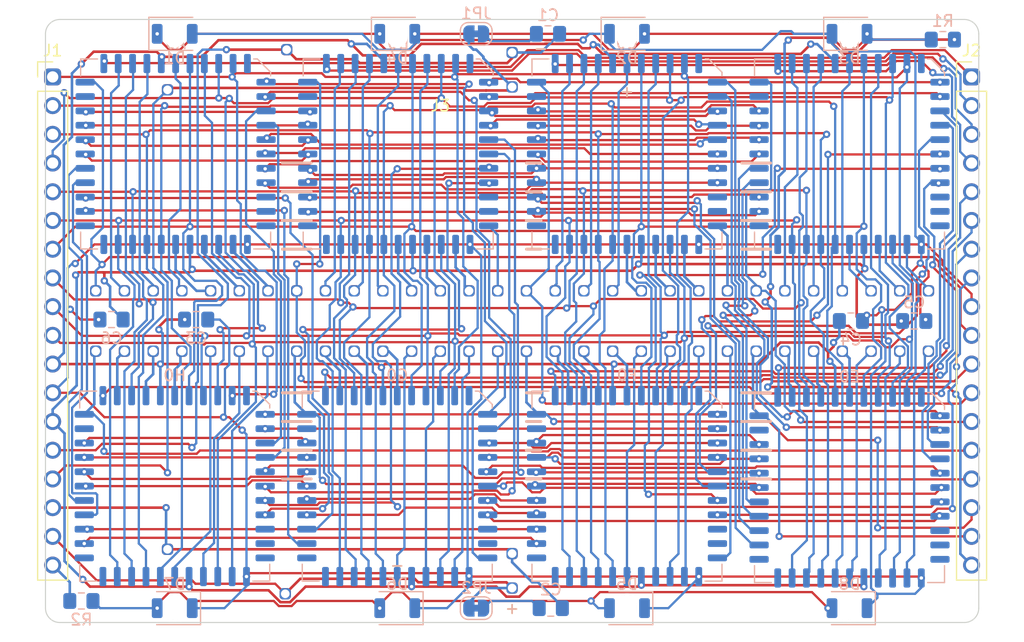
<source format=kicad_pcb>
(kicad_pcb (version 20221018) (generator pcbnew)
  (layers (0 "F.Cu" signal) (31 "B.Cu" signal) (34 "B.Paste" user) (35 "F.Paste" user) (36 "B.SilkS" user "B.Silkscreen") (37 "F.SilkS" user "F.Silkscreen") (38 "B.Mask" user) (39 "F.Mask" user) (44 "Edge.Cuts" user))
  (net 0 "")
  (net 1 "+9V")
  (net 2 "2")
  (net 3 "DATA")
  (net 4 "1")
  (net 5 "CS_A")
  (net 6 "/X0AB")
  (net 7 "/X1AB")
  (net 8 "/X2AB")
  (net 9 "/X3AB")
  (net 10 "/X4AH")
  (net 11 "/X5AH")
  (net 12 "/X12AG")
  (net 13 "/X13AG")
  (net 14 "AY1")
  (net 15 "AY0")
  (net 16 "AX2")
  (net 17 "AX1")
  (net 18 "4")
  (net 19 "-9V")
  (net 20 "5")
  (net 21 "STROBE")
  (net 22 "6")
  (net 23 "GND")
  (net 24 "7")
  (net 25 "/X11AC")
  (net 26 "/X10AC")
  (net 27 "/X9AC")
  (net 28 "/X8AC")
  (net 29 "/X7AH")
  (net 30 "/X6AH")
  (net 31 "/X15AG")
  (net 32 "/X14AG")
  (net 33 "AX0")
  (net 34 "AX3")
  (net 35 "RESET")
  (net 36 "AY2")
  (net 37 "3")
  (net 38 "10")
  (net 39 "9")
  (net 40 "CS_B")
  (net 41 "8")
  (net 42 "/X4BC")
  (net 43 "/X5BC")
  (net 44 "/X12BD")
  (net 45 "/X13BD")
  (net 46 "12")
  (net 47 "13")
  (net 48 "14")
  (net 49 "15")
  (net 50 "/X11BH")
  (net 51 "/X10BH")
  (net 52 "/X9BH")
  (net 53 "/X8BH")
  (net 54 "/X7BC")
  (net 55 "/X6BC")
  (net 56 "/X15BD")
  (net 57 "/X14BD")
  (net 58 "11")
  (net 59 "18")
  (net 60 "17")
  (net 61 "CS_C")
  (net 62 "16")
  (net 63 "/X0CD")
  (net 64 "/X1CD")
  (net 65 "/X2CD")
  (net 66 "/X3CD")
  (net 67 "/X12CE")
  (net 68 "/X13CE")
  (net 69 "20")
  (net 70 "21")
  (net 71 "22")
  (net 72 "23")
  (net 73 "/X15CE")
  (net 74 "/X14CE")
  (net 75 "19")
  (net 76 "Net-(C1-Pad2)")
  (net 77 "Neg_Top")
  (net 78 "Net-(C2-Pad2)")
  (net 79 "Neg_Bottom")
  (net 80 "26")
  (net 81 "25")
  (net 82 "CS_D")
  (net 83 "24")
  (net 84 "/X4DE")
  (net 85 "/X5DE")
  (net 86 "28")
  (net 87 "29")
  (net 88 "30")
  (net 89 "Net-(D0-Pad17)")
  (net 90 "/X11DF")
  (net 91 "/X10DF")
  (net 92 "/X9DF")
  (net 93 "/X8DF")
  (net 94 "/X7DE")
  (net 95 "/X6DE")
  (net 96 "27")
  (net 97 "Net-(D1-Pad2)")
  (net 98 "Net-(D5-Pad2)")
  (net 99 "34")
  (net 100 "33")
  (net 101 "CS_E")
  (net 102 "/X0EF")
  (net 103 "/X1EF")
  (net 104 "/X2EF")
  (net 105 "/X3EF")
  (net 106 "36")
  (net 107 "37")
  (net 108 "38")
  (net 109 "39")
  (net 110 "/X11EG")
  (net 111 "/X10EG")
  (net 112 "/X9EG")
  (net 113 "/X8EG")
  (net 114 "35")
  (net 115 "42")
  (net 116 "41")
  (net 117 "CS_F")
  (net 118 "40")
  (net 119 "/X4FG")
  (net 120 "/X5FG")
  (net 121 "/X12FH")
  (net 122 "/X13FH")
  (net 123 "44")
  (net 124 "45")
  (net 125 "46")
  (net 126 "47")
  (net 127 "/X7FG")
  (net 128 "/X6FG")
  (net 129 "/X15FH")
  (net 130 "/X14FH")
  (net 131 "43")
  (net 132 "50")
  (net 133 "49")
  (net 134 "CS_G")
  (net 135 "48")
  (net 136 "/X0GH")
  (net 137 "/X1GH")
  (net 138 "/X2GH")
  (net 139 "/X3GH")
  (net 140 "52")
  (net 141 "53")
  (net 142 "54")
  (net 143 "55")
  (net 144 "51")
  (net 145 "58")
  (net 146 "57")
  (net 147 "CS_H")
  (net 148 "56")
  (net 149 "60")
  (net 150 "61")
  (net 151 "62")
  (net 152 "Net-(H0-Pad17)")
  (net 153 "59")
  (net 154 "Bottom_LEDs")
  (net 155 "Pos_Bottom")
  (net 156 "Pos_Top")
  (net 157 "Top_LEDs")
  (net 158 "Net-(A0-Pad17)")
  (net 159 "Net-(E0-Pad17)")
  (footprint "Connector_PinHeader_2.54mm:PinHeader_1x18_P2.54mm_Vertical" (layer "F.Cu") (at 68.498059 50.333959)
    (fp_text reference "J1")
    (fp_text value "Address_Control_Power")
  )
  (footprint "Connector_PinHeader_2.54mm:PinHeader_1x18_P2.54mm_Vertical" (layer "F.Cu") (at 149.778059 50.333959)
    (fp_text reference "J2")
    (fp_text value "Chip_Select_Measurement")
  )
  (footprint "Footprints:Breadboard_Top" (layer "F.Cu") (at 109.138059 71.923959)
    (fp_text reference "J3")
    (fp_text value "Breadboard")
  )
  (footprint "Package_LCC:PLCC-44_16.6x16.6mm_P1.27mm" (layer "B.Cu") (at 79.375 57.15 180)
    (fp_text reference "A0")
    (fp_text value "MT8816AP")
  )
  (footprint "Package_LCC:PLCC-44_16.6x16.6mm_P1.27mm" (layer "B.Cu") (at 99.06 57.15 180)
    (fp_text reference "B0")
    (fp_text value "MT8816AP")
  )
  (footprint "Package_LCC:PLCC-44_16.6x16.6mm_P1.27mm" (layer "B.Cu") (at 119.298059 57.15 180)
    (fp_text reference "C0")
    (fp_text value "MT8816AP")
  )
  (footprint "Capacitor_SMD:C_0805_2012Metric_Pad1.15x1.40mm_HandSolder" (layer "B.Cu") (at 112.313059 46.523959 180)
    (fp_text reference "C1")
    (fp_text value "10uF")
  )
  (footprint "Capacitor_SMD:C_0805_2012Metric_Pad1.15x1.40mm_HandSolder" (layer "B.Cu") (at 112.558059 97.323959 180)
    (fp_text reference "C2")
    (fp_text value "10uF")
  )
  (footprint "Capacitor_SMD:C_0805_2012Metric_Pad1.15x1.40mm_HandSolder" (layer "B.Cu") (at 81.189059 71.796959)
    (fp_text reference "C3")
    (fp_text value "10uF")
  )
  (footprint "Capacitor_SMD:C_0805_2012Metric_Pad1.15x1.40mm_HandSolder" (layer "B.Cu") (at 139.110059 71.923959)
    (fp_text reference "C4")
    (fp_text value "10uF")
  )
  (footprint "Capacitor_SMD:C_0805_2012Metric_Pad1.15x1.40mm_HandSolder" (layer "B.Cu") (at 144.707059 71.923959 180)
    (fp_text reference "C5")
    (fp_text value "10uF")
  )
  (footprint "Capacitor_SMD:C_0805_2012Metric_Pad1.15x1.40mm_HandSolder" (layer "B.Cu") (at 73.705059 71.796959)
    (fp_text reference "C6")
    (fp_text value "10uF")
  )
  (footprint "Package_LCC:PLCC-44_16.6x16.6mm_P1.27mm" (layer "B.Cu") (at 138.983059 57.15 180)
    (fp_text reference "D0")
    (fp_text value "MT8816AP")
  )
  (footprint "LED_SMD:LED_1206_3216Metric_ReverseMount_Hole1.8x2.4mm" (layer "B.Cu") (at 79.293059 46.523959)
    (fp_text reference "D1")
    (fp_text value "LED_Small_ALT")
  )
  (footprint "LED_SMD:LED_1206_3216Metric_ReverseMount_Hole1.8x2.4mm" (layer "B.Cu") (at 119.298059 46.523959)
    (fp_text reference "D2")
    (fp_text value "LED_Small_ALT")
  )
  (footprint "LED_SMD:LED_1206_3216Metric_ReverseMount_Hole1.8x2.4mm" (layer "B.Cu") (at 138.983059 46.523959)
    (fp_text reference "D3")
    (fp_text value "LED_Small_ALT")
  )
  (footprint "LED_SMD:LED_1206_3216Metric_ReverseMount_Hole1.8x2.4mm" (layer "B.Cu") (at 98.978059 46.523959)
    (fp_text reference "D4")
    (fp_text value "LED_Small_ALT")
  )
  (footprint "LED_SMD:LED_1206_3216Metric_ReverseMount_Hole1.8x2.4mm" (layer "B.Cu") (at 119.298059 97.323959 180)
    (fp_text reference "D5")
    (fp_text value "LED_Small_ALT")
  )
  (footprint "LED_SMD:LED_1206_3216Metric_ReverseMount_Hole1.8x2.4mm" (layer "B.Cu") (at 98.978059 97.323959 180)
    (fp_text reference "D6")
    (fp_text value "LED_Small_ALT")
  )
  (footprint "LED_SMD:LED_1206_3216Metric_ReverseMount_Hole1.8x2.4mm" (layer "B.Cu") (at 79.293059 97.323959 180)
    (fp_text reference "D7")
    (fp_text value "LED_Small_ALT")
  )
  (footprint "LED_SMD:LED_1206_3216Metric_ReverseMount_Hole1.8x2.4mm" (layer "B.Cu") (at 138.983059 97.323959 180)
    (fp_text reference "D8")
    (fp_text value "LED_Small_ALT")
  )
  (footprint "Package_LCC:PLCC-44_16.6x16.6mm_P1.27mm" (layer "B.Cu") (at 138.983059 86.655959 180)
    (fp_text reference "E0")
    (fp_text value "MT8816AP")
  )
  (footprint "Package_LCC:PLCC-44_16.6x16.6mm_P1.27mm" (layer "B.Cu") (at 119.298059 86.528959 180)
    (fp_text reference "F0")
    (fp_text value "MT8816AP")
  )
  (footprint "Package_LCC:PLCC-44_16.6x16.6mm_P1.27mm" (layer "B.Cu") (at 98.978059 86.528959 180)
    (fp_text reference "G0")
    (fp_text value "MT8816AP")
  )
  (footprint "Package_LCC:PLCC-44_16.6x16.6mm_P1.27mm" (layer "B.Cu") (at 79.293059 86.528959 180)
    (fp_text reference "H0")
    (fp_text value "MT8816AP")
  )
  (footprint "Jumper:SolderJumper-2_P1.3mm_Bridged_RoundedPad1.0x1.5mm" (layer "B.Cu") (at 105.963059 46.523959 180)
    (fp_text reference "JP1")
    (fp_text value "SolderJumper_2_Bridged")
  )
  (footprint "Jumper:SolderJumper-2_P1.3mm_Bridged_RoundedPad1.0x1.5mm" (layer "B.Cu") (at 105.963059 97.323959 180)
    (fp_text reference "JP2")
    (fp_text value "SolderJumper_2_Bridged")
  )
  (footprint "Resistor_SMD:R_0805_2012Metric_Pad1.15x1.40mm_HandSolder" (layer "B.Cu") (at 147.238059 47.031959 180)
    (fp_text reference "R1")
    (fp_text value "220R")
  )
  (footprint "Resistor_SMD:R_0805_2012Metric_Pad1.15x1.40mm_HandSolder" (layer "B.Cu") (at 71.038059 96.688959)
    (fp_text reference "R2")
    (fp_text value "220R")
  )
  (gr_line (start 149.143059 45.253959) (end 69.133059 45.253959) (stroke (width 0.1)) (layer "Edge.Cuts"))
  (gr_arc (start 69.133059 98.593959) (mid 68.235033 98.221985) (end 67.863059 97.323959) (stroke (width 0.1)) (layer "Edge.Cuts"))
  (gr_line (start 150.413059 97.323959) (end 150.413059 46.523959) (stroke (width 0.1)) (layer "Edge.Cuts"))
  (gr_line (start 69.133059 98.593959) (end 149.143059 98.593959) (stroke (width 0.1)) (layer "Edge.Cuts"))
  (gr_arc (start 149.143059 45.253959) (mid 150.041085 45.625933) (end 150.413059 46.523959) (stroke (width 0.1)) (layer "Edge.Cuts"))
  (gr_arc (start 67.863059 46.523959) (mid 68.235033 45.625933) (end 69.133059 45.253959) (stroke (width 0.1)) (layer "Edge.Cuts"))
  (gr_arc (start 150.413059 97.323959) (mid 150.041085 98.221985) (end 149.143059 98.593959) (stroke (width 0.1)) (layer "Edge.Cuts"))
  (gr_line (start 67.863059 46.523959) (end 67.863059 97.323959) (stroke (width 0.1)) (layer "Edge.Cuts"))
  (segment (start 97.283049 75.733959) (end 97.581059 76.031969) (width 0.2286) (layer "F.Cu") (net 1))
  (segment (start 118.028059 75.733959) (end 97.879069 75.733959) (width 0.2286) (layer "F.Cu") (net 1))
  (segment (start 115.326421 47.801456) (end 115.988556 47.801456) (width 0.2286) (layer "F.Cu") (net 1))
  (segment (start 117.139057 48.301959) (end 116.313555 47.476457) (width 0.2286) (layer "F.Cu") (net 1))
  (segment (start 132.864529 73.828959) (end 136.251056 73.828959) (width 0.2286) (layer "F.Cu") (net 1))
  (segment (start 136.251056 73.828959) (end 137.087079 74.664982) (width 0.2286) (layer "F.Cu") (net 1))
  (segment (start 115.988556 47.801456) (end 116.313555 47.476457) (width 0.2286) (layer "F.Cu") (net 1))
  (segment (start 137.087079 74.664982) (end 137.56908 74.182981) (width 0.2286) (layer "F.Cu") (net 1))
  (segment (start 97.879069 75.733959) (end 97.581059 76.031969) (width 0.2286) (layer "F.Cu") (net 1))
  (segment (start 83.15924 47.08796) (end 94.58906 47.08796) (width 0.2286) (layer "F.Cu") (net 1))
  (segment (start 100.091573 48.428959) (end 101.105273 47.415259) (width 0.2286) (layer "F.Cu") (net 1))
  (segment (start 118.028059 75.733959) (end 118.155059 75.733959) (width 0.2286) (layer "F.Cu") (net 1))
  (segment (start 134.68368 48.301959) (end 117.139057 48.301959) (width 0.2286) (layer "F.Cu") (net 1))
  (segment (start 135.554059 47.43158) (end 134.68368 48.301959) (width 0.2286) (layer "F.Cu") (net 1))
  (segment (start 71.038059 49.190959) (end 72.125058 48.10396) (width 0.2286) (layer "F.Cu") (net 1))
  (segment (start 78.023059 75.733959) (end 78.023059 75.733963) (width 0.2286) (layer "F.Cu") (net 1))
  (segment (start 137.087079 74.664982) (end 137.087079 75.327297) (width 0.2286) (layer "F.Cu") (net 1))
  (segment (start 78.531059 71.796959) (end 77.896059 72.431959) (width 0.2286) (layer "F.Cu") (net 1))
  (segment (start 72.125058 48.10396) (end 77.69804 48.10396) (width 0.2286) (layer "F.Cu") (net 1))
  (segment (start 76.372059 75.733959) (end 97.283049 75.733959) (width 0.2286) (layer "F.Cu") (net 1))
  (segment (start 78.023059 75.733963) (end 78.023055 75.733959) (width 0.2286) (layer "F.Cu") (net 1))
  (segment (start 78.150039 48.555959) (end 81.691241 48.555959) (width 0.2286) (layer "F.Cu") (net 1))
  (segment (start 94.914059 47.412959) (end 95.930059 48.428959) (width 0.2286) (layer "F.Cu") (net 1))
  (segment (start 95.930059 48.428959) (end 100.091573 48.428959) (width 0.2286) (layer "F.Cu") (net 1))
  (segment (start 77.69804 48.10396) (end 78.150039 48.555959) (width 0.2286) (layer "F.Cu") (net 1))
  (segment (start 101.105273 47.415259) (end 114.940224 47.415259) (width 0.2286) (layer "F.Cu") (net 1))
  (segment (start 130.959529 75.733959) (end 132.864529 73.828959) (width 0.2286) (layer "F.Cu") (net 1))
  (segment (start 137.087079 75.327297) (end 137.249069 75.489287) (width 0.2286) (layer "F.Cu") (net 1))
  (segment (start 81.691241 48.555959) (end 83.15924 47.08796) (width 0.2286) (layer "F.Cu") (net 1))
  (segment (start 77.896059 72.431959) (end 77.896059 72.685959) (width 0.2286) (layer "F.Cu") (net 1))
  (segment (start 118.028059 75.733959) (end 130.959529 75.733959) (width 0.2286) (layer "F.Cu") (net 1))
  (segment (start 80.182059 71.796959) (end 78.531059 71.796959) (width 0.2286) (layer "F.Cu") (net 1))
  (segment (start 68.498059 75.733959) (end 76.372059 75.733959) (width 0.2286) (layer "F.Cu") (net 1))
  (segment (start 76.372059 75.733959) (end 78.023059 75.733959) (width 0.2286) (layer "F.Cu") (net 1))
  (segment (start 114.940224 47.415259) (end 115.326421 47.801456) (width 0.2286) (layer "F.Cu") (net 1))
  (segment (start 94.58906 47.08796) (end 94.914059 47.412959) (width 0.2286) (layer "F.Cu") (net 1))
  (segment (start 137.56908 74.182981) (end 137.56908 73.828959) (width 0.2286) (layer "F.Cu") (net 1))
  (via (at 77.896059 72.685959) (size 0.65) (drill 0.3048) (layers "F.Cu" "B.Cu") (net 1))
  (via (at 137.56908 73.828959) (size 0.65) (drill 0.3048) (layers "F.Cu" "B.Cu") (net 1))
  (via (at 135.554059 47.43158) (size 0.65) (drill 0.3048) (layers "F.Cu" "B.Cu") (net 1))
  (via (at 78.150039 48.555959) (size 0.65) (drill 0.3048) (layers "F.Cu" "B.Cu") (net 1))
  (via (at 78.023055 75.733959) (size 0.65) (drill 0.3048) (layers "F.Cu" "B.Cu") (net 1))
  (via (at 71.038059 49.190959) (size 0.65) (drill 0.3048) (layers "F.Cu" "B.Cu") (net 1))
  (via (at 116.313555 47.476457) (size 0.65) (drill 0.3048) (layers "F.Cu" "B.Cu") (net 1))
  (via (at 97.581059 76.031969) (size 0.65) (drill 0.3048) (layers "F.Cu" "B.Cu") (net 1))
  (via (at 94.914059 47.412959) (size 0.65) (drill 0.3048) (layers "F.Cu" "B.Cu") (net 1))
  (via (at 118.155059 75.733959) (size 0.65) (drill 0.3048) (layers "F.Cu" "B.Cu") (net 1))
  (via (at 80.182059 71.796959) (size 0.65) (drill 0.3048) (layers "F.Cu" "B.Cu") (net 1))
  (via (at 137.249069 75.489287) (size 0.65) (drill 0.3048) (layers "F.Cu" "B.Cu") (net 1))
  (segment (start 118.028059 78.36) (end 118.028059 78.146959) (width 0.2286) (layer "B.Cu") (net 1))
  (segment (start 138.085059 73.31298) (end 137.56908 73.828959) (width 0.2286) (layer "B.Cu") (net 1))
  (segment (start 118.028059 78.528959) (end 118.028059 78.146959) (width 0.2286) (layer "B.Cu") (net 1))
  (segment (start 78.023059 78.528959) (end 78.023059 76.241959) (width 0.2286) (layer "B.Cu") (net 1))
  (segment (start 118.028059 78.146959) (end 118.028059 75.860959) (width 0.2286) (layer "B.Cu") (net 1))
  (segment (start 70.20506 50.023958) (end 71.038059 49.190959) (width 0.2286) (layer "B.Cu") (net 1))
  (segment (start 78.023059 75.733963) (end 78.023055 75.733959) (width 0.2286) (layer "B.Cu") (net 1))
  (segment (start 69.48936 56.351306) (end 70.20506 55.635606) (width 0.2286) (layer "B.Cu") (net 1))
  (segment (start 78.105 49.15) (end 78.105 48.600998) (width 0.2286) (layer "B.Cu") (net 1))
  (segment (start 118.028059 75.860959) (end 118.155059 75.733959) (width 0.2286) (layer "B.Cu") (net 1))
  (segment (start 97.79 49.15) (end 97.79 48.918428) (width 0.2286) (layer "B.Cu") (net 1))
  (segment (start 78.221058 75.535956) (end 78.023055 75.733959) (width 0.2286) (layer "B.Cu") (net 1))
  (segment (start 78.105 48.600998) (end 78.150039 48.555959) (width 0.2286) (layer "B.Cu") (net 1))
  (segment (start 80.164059 71.796959) (end 80.182059 71.796959) (width 0.2286) (layer "B.Cu") (net 1))
  (segment (start 138.085059 71.923959) (end 138.085059 73.31298) (width 0.2286) (layer "B.Cu") (net 1))
  (segment (start 78.221058 73.010958) (end 78.221058 75.535956) (width 0.2286) (layer "B.Cu") (net 1))
  (segment (start 137.713059 49.15) (end 137.713059 49.016602) (width 0.2286) (layer "B.Cu") (net 1))
  (segment (start 118.028059 49.15) (end 118.028059 48.731342) (width 0.2286) (layer "B.Cu") (net 1))
  (segment (start 116.773174 47.476457) (end 116.313555 47.476457) (width 0.2286) (layer "B.Cu") (net 1))
  (segment (start 118.028059 48.731342) (end 116.773174 47.476457) (width 0.2286) (layer "B.Cu") (net 1))
  (segment (start 137.713059 78.655959) (end 137.713059 75.953277) (width 0.2286) (layer "B.Cu") (net 1))
  (segment (start 78.023059 76.241959) (end 78.023059 75.733963) (width 0.2286) (layer "B.Cu") (net 1))
  (segment (start 70.20506 55.635606) (end 70.20506 50.023958) (width 0.2286) (layer "B.Cu") (net 1))
  (segment (start 77.896059 72.685959) (end 78.221058 73.010958) (width 0.2286) (layer "B.Cu") (net 1))
  (segment (start 136.128037 47.43158) (end 135.554059 47.43158) (width 0.2286) (layer "B.Cu") (net 1))
  (segment (start 97.708059 76.158969) (end 97.581059 76.031969) (width 0.2286) (layer "B.Cu") (net 1))
  (segment (start 97.79 48.918428) (end 96.284531 47.412959) (width 0.2286) (layer "B.Cu") (net 1))
  (segment (start 69.48936 74.742658) (end 69.48936 56.351306) (width 0.2286) (layer "B.Cu") (net 1))
  (segment (start 137.713059 75.953277) (end 137.249069 75.489287) (width 0.2286) (layer "B.Cu") (net 1))
  (segment (start 68.498059 75.733959) (end 69.48936 74.742658) (width 0.2286) (layer "B.Cu") (net 1))
  (segment (start 137.713059 49.016602) (end 136.128037 47.43158) (width 0.2286) (layer "B.Cu") (net 1))
  (segment (start 96.284531 47.412959) (end 94.914059 47.412959) (width 0.2286) (layer "B.Cu") (net 1))
  (segment (start 97.708059 78.528959) (end 97.708059 76.158969) (width 0.2286) (layer "B.Cu") (net 1))
  (segment (start 74.340059 49.195059) (end 74.340059 51.095959) (width 0.2032) (layer "B.Cu") (net 2))
  (segment (start 73.666457 68.075357) (end 74.848059 69.256959) (width 0.2032) (layer "B.Cu") (net 2))
  (segment (start 73.666457 51.769561) (end 73.666457 68.075357) (width 0.2032) (layer "B.Cu") (net 2))
  (segment (start 74.340059 51.095959) (end 73.666457 51.769561) (width 0.2032) (layer "B.Cu") (net 2))
  (segment (start 74.295 49.15) (end 74.340059 49.195059) (width 0.2032) (layer "B.Cu") (net 2))
  (segment (start 114.091059 70.780959) (end 113.964059 70.780959) (width 0.2) (layer "F.Cu") (net 3))
  (segment (start 116.331647 70.608547) (end 114.263471 70.608547) (width 0.2) (layer "F.Cu") (net 3))
  (segment (start 68.498059 68.113959) (end 70.403059 70.018959) (width 0.2) (layer "F.Cu") (net 3))
  (segment (start 116.963225 69.976969) (end 130.476673 69.976969) (width 0.2) (layer "F.Cu") (net 3))
  (segment (start 94.67535 70.301977) (end 95.058996 70.685623) (width 0.2) (layer "F.Cu") (net 3))
  (segment (start 76.118059 70.018959) (end 76.880059 70.018959) (width 0.2) (layer "F.Cu") (net 3))
  (segment (start 114.263471 70.608547) (end 114.091059 70.780959) (width 0.2) (layer "F.Cu") (net 3))
  (segment (start 75.483059 70.018959) (end 76.118059 70.018959) (width 0.2) (layer "F.Cu") (net 3))
  (segment (start 116.331647 70.608547) (end 116.963225 69.976969) (width 0.2) (layer "F.Cu") (net 3))
  (segment (start 93.699806 70.018959) (end 93.982824 70.301977) (width 0.2) (layer "F.Cu") (net 3))
  (segment (start 134.181502 70.82496) (end 134.702069 70.304393) (width 0.2) (layer "F.Cu") (net 3))
  (segment (start 130.476673 69.976969) (end 131.324664 70.82496) (width 0.2) (layer "F.Cu") (net 3))
  (segment (start 95.154332 70.780959) (end 95.058996 70.685623) (width 0.2) (layer "F.Cu") (net 3))
  (segment (start 70.403059 70.018959) (end 75.483059 70.018959) (width 0.2) (layer "F.Cu") (net 3))
  (segment (start 76.118059 70.018959) (end 76.118059 70.362901) (width 0.2) (layer "F.Cu") (net 3))
  (segment (start 76.880059 70.018959) (end 93.699806 70.018959) (width 0.2) (layer "F.Cu") (net 3))
  (segment (start 113.964059 70.780959) (end 95.154332 70.780959) (width 0.2) (layer "F.Cu") (net 3))
  (segment (start 76.118059 70.362901) (end 76.155069 70.399911) (width 0.2) (layer "F.Cu") (net 3))
  (segment (start 131.324664 70.82496) (end 134.181502 70.82496) (width 0.2) (layer "F.Cu") (net 3))
  (segment (start 77.134061 70.272961) (end 77.372081 70.272961) (width 0.2) (layer "F.Cu") (net 3))
  (segment (start 93.982824 70.301977) (end 94.67535 70.301977) (width 0.2) (layer "F.Cu") (net 3))
  (segment (start 76.880059 70.018959) (end 77.134061 70.272961) (width 0.2) (layer "F.Cu") (net 3))
  (via (at 113.964059 70.780959) (size 0.65) (drill 0.3048) (layers "F.Cu" "B.Cu") (net 3))
  (via (at 77.372081 70.272961) (size 0.65) (drill 0.3048) (layers "F.Cu" "B.Cu") (net 3))
  (via (at 116.331647 70.608547) (size 0.65) (drill 0.3048) (layers "F.Cu" "B.Cu") (net 3))
  (via (at 76.155069 70.399911) (size 0.65) (drill 0.3048) (layers "F.Cu" "B.Cu") (net 3))
  (via (at 93.982824 70.301977) (size 0.65) (drill 0.3048) (layers "F.Cu" "B.Cu") (net 3))
  (via (at 134.702069 70.304393) (size 0.65) (drill 0.3048) (layers "F.Cu" "B.Cu") (net 3))
  (via (at 95.058996 70.685623) (size 0.65) (drill 0.3048) (layers "F.Cu" "B.Cu") (net 3))
  (segment (start 134.538059 70.468403) (end 134.702069 70.304393) (width 0.2) (layer "B.Cu") (net 3))
  (segment (start 93.898059 68.621959) (end 93.898059 70.217212) (width 0.2) (layer "B.Cu") (net 3))
  (segment (start 75.610059 51.476959) (end 74.975059 52.111959) (width 0.2) (layer "B.Cu") (net 3))
  (segment (start 115.488059 78.019959) (end 115.488059 76.749959) (width 0.2) (layer "B.Cu") (net 3))
  (segment (start 115.488059 78.36) (end 115.488059 78.019959) (width 0.2) (layer "B.Cu") (net 3))
  (segment (start 114.218059 68.367959) (end 114.218059 70.526959) (width 0.2) (layer "B.Cu") (net 3))
  (segment (start 75.610059 49.195059) (end 75.610059 51.476959) (width 0.2) (layer "B.Cu") (net 3))
  (segment (start 95.25 49.15) (end 95.295059 49.195059) (width 0.2) (layer "B.Cu") (net 3))
  (segment (start 115.488059 50.968959) (end 114.853059 51.603959) (width 0.2) (layer "B.Cu") (net 3))
  (segment (start 114.218059 75.479959) (end 114.218059 73.447959) (width 0.2) (layer "B.Cu") (net 3))
  (segment (start 135.173059 77.51) (end 134.538059 76.875) (width 0.2) (layer "B.Cu") (net 3))
  (segment (start 93.898059 75.26321) (end 93.898059 71.84656) (width 0.2) (layer "B.Cu") (net 3))
  (segment (start 76.155069 68.658969) (end 76.155069 70.399911) (width 0.2) (layer "B.Cu") (net 3))
  (segment (start 95.295059 50.841959) (end 94.72299 51.414028) (width 0.2) (layer "B.Cu") (net 3))
  (segment (start 76.118059 75.987959) (end 76.118059 72.995397) (width 0.2) (layer "B.Cu") (net 3))
  (segment (start 75.565 49.15) (end 75.610059 49.195059) (width 0.2) (layer "B.Cu") (net 3))
  (segment (start 74.975059 67.478959) (end 76.155069 68.658969) (width 0.2) (layer "B.Cu") (net 3))
  (segment (start 134.538059 70.140383) (end 134.702069 70.304393) (width 0.2) (layer "B.Cu") (net 3))
  (segment (start 114.218059 70.526959) (end 113.964059 70.780959) (width 0.2) (layer "B.Cu") (net 3))
  (segment (start 134.538059 76.875) (end 134.538059 70.468403) (width 0.2) (layer "B.Cu") (net 3))
  (segment (start 77.372081 71.741375) (end 77.372081 70.272961) (width 0.2) (layer "B.Cu") (net 3))
  (segment (start 115.488059 49.15) (end 115.488059 50.968959) (width 0.2) (layer "B.Cu") (net 3))
  (segment (start 115.488059 76.749959) (end 114.218059 75.479959) (width 0.2) (layer "B.Cu") (net 3))
  (segment (start 116.331647 71.334371) (end 116.331647 70.608547) (width 0.2) (layer "B.Cu") (net 3))
  (segment (start 135.173059 58.639733) (end 134.575582 59.23721) (width 0.2) (layer "B.Cu") (net 3))
  (segment (start 95.168059 78.528959) (end 95.168059 76.53321) (width 0.2) (layer "B.Cu") (net 3))
  (segment (start 76.118059 72.995397) (end 77.372081 71.741375) (width 0.2) (layer "B.Cu") (net 3))
  (segment (start 134.575582 59.23721) (end 134.575582 62.334359) (width 0.2) (layer "B.Cu") (net 3))
  (segment (start 134.538059 63.922959) (end 134.538059 70.140383) (width 0.2) (layer "B.Cu") (net 3))
  (segment (start 114.853059 67.732959) (end 114.218059 68.367959) (width 0.2) (layer "B.Cu") (net 3))
  (segment (start 93.898059 71.84656) (end 95.058996 70.685623) (width 0.2) (layer "B.Cu") (net 3))
  (segment (start 114.218059 73.447959) (end 116.331647 71.334371) (width 0.2) (layer "B.Cu") (net 3))
  (segment (start 93.898059 70.217212) (end 93.982824 70.301977) (width 0.2) (layer "B.Cu") (net 3))
  (segment (start 94.72299 51.414028) (end 94.72299 67.797028) (width 0.2) (layer "B.Cu") (net 3))
  (segment (start 114.853059 51.603959) (end 114.853059 67.732959) (width 0.2) (layer "B.Cu") (net 3))
  (segment (start 95.295059 49.195059) (end 95.295059 50.841959) (width 0.2) (layer "B.Cu") (net 3))
  (segment (start 74.975059 52.111959) (end 74.975059 67.478959) (width 0.2) (layer "B.Cu") (net 3))
  (segment (start 135.173059 78.36) (end 135.173059 77.51) (width 0.2) (layer "B.Cu") (net 3))
  (segment (start 94.72299 67.797028) (end 93.898059 68.621959) (width 0.2) (layer "B.Cu") (net 3))
  (segment (start 75.483059 78.528959) (end 75.483059 76.622959) (width 0.2) (layer "B.Cu") (net 3))
  (segment (start 95.168059 76.53321) (end 93.898059 75.26321) (width 0.2) (layer "B.Cu") (net 3))
  (segment (start 75.483059 76.622959) (end 76.118059 75.987959) (width 0.2) (layer "B.Cu") (net 3))
  (segment (start 134.575582 62.334359) (end 134.853049 62.611826) (width 0.2) (layer "B.Cu") (net 3))
  (segment (start 135.173059 49.15) (end 135.173059 58.639733) (width 0.2) (layer "B.Cu") (net 3))
  (segment (start 134.853049 63.607969) (end 134.538059 63.922959) (width 0.2) (layer "B.Cu") (net 3))
  (segment (start 115.488059 78.528959) (end 115.488059 78.019959) (width 0.2) (layer "B.Cu") (net 3))
  (segment (start 134.853049 62.611826) (end 134.853049 63.607969) (width 0.2) (layer "B.Cu") (net 3))
  (segment (start 148.808058 69.013512) (end 146.883077 67.088531) (width 0.2) (layer "F.Cu") (net 4))
  (segment (start 149.778059 73.193959) (end 148.808058 72.223958) (width 0.2) (layer "F.Cu") (net 4))
  (segment (start 148.808058 72.223958) (end 148.808058 69.013512) (width 0.2) (layer "F.Cu") (net 4))
  (segment (start 146.455249 66.267961) (end 73.527819 66.267961) (width 0.2) (layer "F.Cu") (net 4))
  (segment (start 73.527819 66.267961) (end 72.866147 66.929633) (width 0.2) (layer "F.Cu") (net 4))
  (segment (start 146.883077 66.695789) (end 146.455249 66.267961) (width 0.2) (layer "F.Cu") (net 4))
  (segment (start 146.883077 67.088531) (end 146.883077 66.695789) (width 0.2) (layer "F.Cu") (net 4))
  (via (at 72.866147 66.929633) (size 0.65) (drill 0.3048) (layers "F.Cu" "B.Cu") (net 4))
  (segment (start 72.225 50.8) (end 72.943059 51.518059) (width 0.2032) (layer "B.Cu") (net 4))
  (segment (start 72.308059 69.256959) (end 72.308059 67.487721) (width 0.2032) (layer "B.Cu") (net 4))
  (segment (start 72.943059 63.668959) (end 71.927059 64.684959) (width 0.2032) (layer "B.Cu") (net 4))
  (segment (start 71.927059 65.990545) (end 72.866147 66.929633) (width 0.2032) (layer "B.Cu") (net 4))
  (segment (start 71.927059 64.684959) (end 71.927059 65.990545) (width 0.2032) (layer "B.Cu") (net 4))
  (segment (start 72.308059 67.487721) (end 72.866147 66.929633) (width 0.2032) (layer "B.Cu") (net 4))
  (segment (start 72.943059 51.518059) (end 72.943059 63.668959) (width 0.2032) (layer "B.Cu") (net 4))
  (segment (start 71.375 50.8) (end 72.225 50.8) (width 0.2032) (layer "B.Cu") (net 4))
  (segment (start 115.007239 47.96496) (end 110.493364 47.96496) (width 0.2) (layer "F.Cu") (net 5))
  (segment (start 142.045435 48.643269) (end 115.685548 48.643269) (width 0.2) (layer "F.Cu") (net 5))
  (segment (start 95.164625 49.11158) (end 73.24468 49.11158) (width 0.2) (layer "F.Cu") (net 5))
  (segment (start 147.40906 47.96496) (end 142.723744 47.96496) (width 0.2) (layer "F.Cu") (net 5))
  (segment (start 109.005435 49.452889) (end 95.505934 49.452889) (width 0.2) (layer "F.Cu") (net 5))
  (segment (start 95.505934 49.452889) (end 95.164625 49.11158) (width 0.2) (layer "F.Cu") (net 5))
  (segment (start 142.723744 47.96496) (end 142.045435 48.643269) (width 0.2) (layer "F.Cu") (net 5))
  (segment (start 115.685548 48.643269) (end 115.007239 47.96496) (width 0.2) (layer "F.Cu") (net 5))
  (segment (start 73.24468 49.11158) (end 73.070059 48.936959) (width 0.2) (layer "F.Cu") (net 5))
  (segment (start 110.493364 47.96496) (end 109.005435 49.452889) (width 0.2) (layer "F.Cu") (net 5))
  (segment (start 149.778059 50.333959) (end 147.40906 47.96496) (width 0.2) (layer "F.Cu") (net 5))
  (via (at 73.070059 48.936959) (size 0.65) (drill 0.3048) (layers "F.Cu" "B.Cu") (net 5))
  (segment (start 73.025 49.063959) (end 73.025 48.982018) (width 0.2) (layer "B.Cu") (net 5))
  (segment (start 73.025 48.982018) (end 73.070059 48.936959) (width 0.2) (layer "B.Cu") (net 5))
  (segment (start 71.426152 53.425969) (end 71.885771 53.425969) (width 0.2) (layer "F.Cu") (net 6))
  (segment (start 71.885771 53.425969) (end 91.258285 53.425969) (width 0.2) (layer "F.Cu") (net 6))
  (via (at 91.258285 53.425969) (size 0.65) (drill 0.3048) (layers "F.Cu" "B.Cu") (net 6))
  (via (at 71.426152 53.425969) (size 0.65) (drill 0.3048) (layers "F.Cu" "B.Cu") (net 6))
  (segment (start 71.375 53.34) (end 71.426152 53.391152) (width 0.2) (layer "B.Cu") (net 6))
  (segment (start 91.145969 53.425969) (end 91.06 53.34) (width 0.2) (layer "B.Cu") (net 6))
  (segment (start 71.426152 53.391152) (end 71.426152 53.425969) (width 0.2) (layer "B.Cu") (net 6))
  (segment (start 91.258285 53.425969) (end 91.145969 53.425969) (width 0.2) (layer "B.Cu") (net 6))
  (segment (start 87.390431 54.621331) (end 90.950582 54.621331) (width 0.2) (layer "F.Cu") (net 7))
  (segment (start 87.390431 54.621331) (end 87.517431 54.621331) (width 0.2) (layer "F.Cu") (net 7))
  (segment (start 71.425246 54.621331) (end 87.390431 54.621331) (width 0.2) (layer "F.Cu") (net 7))
  (segment (start 90.950582 54.621331) (end 91.059977 54.511936) (width 0.2) (layer "F.Cu") (net 7))
  (via (at 91.059977 54.511936) (size 0.65) (drill 0.3048) (layers "F.Cu" "B.Cu") (net 7))
  (via (at 71.425246 54.621331) (size 0.65) (drill 0.3048) (layers "F.Cu" "B.Cu") (net 7))
  (segment (start 91.06 54.511959) (end 91.059977 54.511936) (width 0.2) (layer "B.Cu") (net 7))
  (segment (start 71.413915 54.61) (end 71.425246 54.621331) (width 0.2) (layer "B.Cu") (net 7))
  (segment (start 71.375 54.61) (end 71.413915 54.61) (width 0.2) (layer "B.Cu") (net 7))
  (segment (start 91.06 54.61) (end 91.06 54.511959) (width 0.2) (layer "B.Cu") (net 7))
  (segment (start 71.425941 55.965969) (end 71.884982 56.42501) (width 0.2) (layer "F.Cu") (net 8))
  (segment (start 71.884982 56.42501) (end 90.581294 56.42501) (width 0.2) (layer "F.Cu") (net 8))
  (segment (start 90.581294 56.42501) (end 91.084349 55.921955) (width 0.2) (layer "F.Cu") (net 8))
  (via (at 91.084349 55.921955) (size 0.65) (drill 0.3048) (layers "F.Cu" "B.Cu") (net 8))
  (via (at 71.425941 55.965969) (size 0.65) (drill 0.3048) (layers "F.Cu" "B.Cu") (net 8))
  (segment (start 71.375 55.88) (end 71.425941 55.930941) (width 0.2) (layer "B.Cu") (net 8))
  (segment (start 91.084349 55.904349) (end 91.084349 55.921955) (width 0.2) (layer "B.Cu") (net 8))
  (segment (start 71.425941 55.930941) (end 71.425941 55.965969) (width 0.2) (layer "B.Cu") (net 8))
  (segment (start 91.06 55.88) (end 91.084349 55.904349) (width 0.2) (layer "B.Cu") (net 8))
  (segment (start 71.419059 57.191959) (end 71.96406 57.73696) (width 0.2) (layer "F.Cu") (net 9))
  (segment (start 90.55906 57.73696) (end 91.104061 57.191959) (width 0.2) (layer "F.Cu") (net 9))
  (segment (start 71.96406 57.73696) (end 90.55906 57.73696) (width 0.2) (layer "F.Cu") (net 9))
  (via (at 91.104061 57.191959) (size 0.65) (drill 0.3048) (layers "F.Cu" "B.Cu") (net 9))
  (via (at 71.419059 57.191959) (size 0.65) (drill 0.3048) (layers "F.Cu" "B.Cu") (net 9))
  (segment (start 71.3771 57.15) (end 71.419059 57.191959) (width 0.2) (layer "B.Cu") (net 9))
  (segment (start 91.06 57.15) (end 91.062102 57.15) (width 0.2) (layer "B.Cu") (net 9))
  (segment (start 91.062102 57.15) (end 91.104061 57.191959) (width 0.2) (layer "B.Cu") (net 9))
  (segment (start 71.375 57.15) (end 71.3771 57.15) (width 0.2) (layer "B.Cu") (net 9))
  (segment (start 71.375 58.42) (end 70.525 58.42) (width 0.2) (layer "B.Cu") (net 10))
  (segment (start 69.889038 79.16898) (end 69.889038 87.244938) (width 0.2) (layer "B.Cu") (net 10))
  (segment (start 69.895059 65.375397) (end 71.08206 66.562398) (width 0.2) (layer "B.Cu") (net 10))
  (segment (start 69.889038 87.244938) (end 70.443059 87.798959) (width 0.2) (layer "B.Cu") (net 10))
  (segment (start 71.08206 66.562398) (end 71.08206 77.975958) (width 0.2) (layer "B.Cu") (net 10))
  (segment (start 70.525 58.42) (end 69.895059 59.049941) (width 0.2) (layer "B.Cu") (net 10))
  (segment (start 71.08206 77.975958) (end 69.889038 79.16898) (width 0.2) (layer "B.Cu") (net 10))
  (segment (start 70.443059 87.798959) (end 71.293059 87.798959) (width 0.2) (layer "B.Cu") (net 10))
  (segment (start 69.895059 59.049941) (end 69.895059 65.375397) (width 0.2) (layer "B.Cu") (net 10))
  (segment (start 71.375 59.69) (end 70.525 59.69) (width 0.2) (layer "B.Cu") (net 11))
  (segment (start 70.216049 87.103949) (end 70.276059 87.163959) (width 0.2) (layer "B.Cu") (net 11))
  (segment (start 71.532691 66.187529) (end 71.532691 78.287327) (width 0.2) (layer "B.Cu") (net 11))
  (segment (start 71.532691 78.287327) (end 70.216049 79.603969) (width 0.2) (layer "B.Cu") (net 11))
  (segment (start 70.29799 59.91701) (end 70.29799 64.952828) (width 0.2) (layer "B.Cu") (net 11))
  (segment (start 72.435059 87.290959) (end 72.435059 88.941959) (width 0.2) (layer "B.Cu") (net 11))
  (segment (start 70.29799 64.952828) (end 71.532691 66.187529) (width 0.2) (layer "B.Cu") (net 11))
  (segment (start 70.276059 87.163959) (end 72.308059 87.163959) (width 0.2) (layer "B.Cu") (net 11))
  (segment (start 70.525 59.69) (end 70.29799 59.91701) (width 0.2) (layer "B.Cu") (net 11))
  (segment (start 70.216049 79.603969) (end 70.216049 87.103949) (width 0.2) (layer "B.Cu") (net 11))
  (segment (start 72.435059 88.941959) (end 72.308059 89.068959) (width 0.2) (layer "B.Cu") (net 11))
  (segment (start 72.308059 89.068959) (end 71.293059 89.068959) (width 0.2) (layer "B.Cu") (net 11))
  (segment (start 72.308059 87.163959) (end 72.435059 87.290959) (width 0.2) (layer "B.Cu") (net 11))
  (segment (start 71.878678 61.045969) (end 89.072059 61.045969) (width 0.2) (layer "F.Cu") (net 12))
  (segment (start 71.419059 61.045969) (end 71.878678 61.045969) (width 0.2) (layer "F.Cu") (net 12))
  (via (at 71.419059 61.045969) (size 0.65) (drill 0.3048) (layers "F.Cu" "B.Cu") (net 12))
  (via (at 89.072059 61.045969) (size 0.65) (drill 0.3048) (layers "F.Cu" "B.Cu") (net 12))
  (segment (start 93.239071 88.927947) (end 93.239071 85.626806) (width 0.2) (layer "B.Cu") (net 12))
  (segment (start 91.485059 78.759233) (end 91.485059 66.081959) (width 0.2) (layer "B.Cu") (net 12))
  (segment (start 91.485059 66.081959) (end 89.535022 64.131922) (width 0.2) (layer "B.Cu") (net 12))
  (segment (start 93.239071 85.626806) (end 92.919061 85.306796) (width 0.2) (layer "B.Cu") (net 12))
  (segment (start 71.375 60.96) (end 71.419059 61.004059) (width 0.2) (layer "B.Cu") (net 12))
  (segment (start 71.419059 61.004059) (end 71.419059 61.045969) (width 0.2) (layer "B.Cu") (net 12))
  (segment (start 92.919061 85.306796) (end 92.919061 80.193235) (width 0.2) (layer "B.Cu") (net 12))
  (segment (start 89.535022 61.508932) (end 89.072059 61.045969) (width 0.2) (layer "B.Cu") (net 12))
  (segment (start 89.535022 64.131922) (end 89.535022 61.508932) (width 0.2) (layer "B.Cu") (net 12))
  (segment (start 91.828059 90.338959) (end 93.239071 88.927947) (width 0.2) (layer "B.Cu") (net 12))
  (segment (start 92.919061 80.193235) (end 91.485059 78.759233) (width 0.2) (layer "B.Cu") (net 12))
  (segment (start 90.978059 90.338959) (end 91.828059 90.338959) (width 0.2) (layer "B.Cu") (net 12))
  (segment (start 71.419059 62.144959) (end 88.99002 62.144959) (width 0.2) (layer "F.Cu") (net 13))
  (via (at 71.419059 62.144959) (size 0.65) (drill 0.3048) (layers "F.Cu" "B.Cu") (net 13))
  (via (at 88.99002 62.144959) (size 0.65) (drill 0.3048) (layers "F.Cu" "B.Cu") (net 13))
  (segment (start 89.331081 90.811981) (end 89.331081 68.158292) (width 0.2) (layer "B.Cu") (net 13))
  (segment (start 90.128059 91.608959) (end 89.331081 90.811981) (width 0.2) (layer "B.Cu") (net 13))
  (segment (start 71.375 62.23) (end 71.375 62.189018) (width 0.2) (layer "B.Cu") (net 13))
  (segment (start 88.99002 67.817231) (end 88.99002 62.144959) (width 0.2) (layer "B.Cu") (net 13))
  (segment (start 89.331081 68.158292) (end 88.99002 67.817231) (width 0.2) (layer "B.Cu") (net 13))
  (segment (start 71.375 62.189018) (end 71.419059 62.144959) (width 0.2) (layer "B.Cu") (net 13))
  (segment (start 90.978059 91.608959) (end 90.128059 91.608959) (width 0.2) (layer "B.Cu") (net 13))
  (segment (start 68.498059 63.033959) (end 74.340051 63.033959) (width 0.2) (layer "F.Cu") (net 14))
  (segment (start 134.250756 63.033959) (end 134.308039 62.976676) (width 0.2) (layer "F.Cu") (net 14))
  (segment (start 74.340051 63.033959) (end 134.250756 63.033959) (width 0.2) (layer "F.Cu") (net 14))
  (via (at 94.025059 63.033959) (size 0.65) (drill 0.3048) (layers "F.Cu" "B.Cu") (net 14))
  (via (at 74.340051 63.033959) (size 0.65) (drill 0.3048) (layers "F.Cu" "B.Cu") (net 14))
  (via (at 134.308039 62.976676) (size 0.65) (drill 0.3048) (layers "F.Cu" "B.Cu") (net 14))
  (via (at 114.129669 63.033959) (size 0.65) (drill 0.3048) (layers "F.Cu" "B.Cu") (net 14))
  (segment (start 74.295 63.07901) (end 74.340051 63.033959) (width 0.2) (layer "B.Cu") (net 14))
  (segment (start 114.218059 92.751959) (end 114.218059 94.317041) (width 0.2) (layer "B.Cu") (net 14))
  (segment (start 135.21006 91.317958) (end 133.903059 92.624959) (width 0.2) (layer "B.Cu") (net 14))
  (segment (start 112.186059 75.098959) (end 113.59066 76.50356) (width 0.2) (layer "B.Cu") (net 14))
  (segment (start 93.98 68.027752) (end 93.517059 68.490693) (width 0.2) (layer "B.Cu") (net 14))
  (segment (start 93.517059 70.018959) (end 93.009059 70.526959) (width 0.2) (layer "B.Cu") (net 14))
  (segment (start 135.21006 80.398397) (end 135.21006 91.317958) (width 0.2) (layer "B.Cu") (net 14))
  (segment (start 75.737059 69.891959) (end 75.737059 68.748959) (width 0.2) (layer "B.Cu") (net 14))
  (segment (start 92.374059 75.479959) (end 93.263059 76.368959) (width 0.2) (layer "B.Cu") (net 14))
  (segment (start 75.610059 70.018959) (end 75.737059 69.891959) (width 0.2) (layer "B.Cu") (net 14))
  (segment (start 74.295 65.15) (end 74.295 63.07901) (width 0.2) (layer "B.Cu") (net 14))
  (segment (start 133.988069 68.536949) (end 134.157059 68.705939) (width 0.2) (layer "B.Cu") (net 14))
  (segment (start 113.837059 69.868493) (end 112.186059 71.519493) (width 0.2) (layer "B.Cu") (net 14))
  (segment (start 73.578059 74.463959) (end 75.610059 72.431959) (width 0.2) (layer "B.Cu") (net 14))
  (segment (start 93.263059 85.198232) (end 93.898059 85.833232) (width 0.2) (layer "B.Cu") (net 14))
  (segment (start 114.218059 65.15) (end 114.218059 63.122349) (width 0.2) (layer "B.Cu") (net 14))
  (segment (start 93.263059 76.368959) (end 93.263059 85.198232) (width 0.2) (layer "B.Cu") (net 14))
  (segment (start 92.120059 75.479959) (end 92.374059 75.479959) (width 0.2) (layer "B.Cu") (net 14))
  (segment (start 133.903059 65.15) (end 133.988069 65.23501) (width 0.2) (layer "B.Cu") (net 14))
  (segment (start 113.59066 76.50356) (end 113.59066 92.12456) (width 0.2) (layer "B.Cu") (net 14))
  (segment (start 91.866059 75.225959) (end 92.120059 75.479959) (width 0.2) (layer "B.Cu") (net 14))
  (segment (start 75.737059 68.748959) (end 74.295 67.3069) (width 0.2) (layer "B.Cu") (net 14))
  (segment (start 93.98 63.079018) (end 94.025059 63.033959) (width 0.2) (layer "B.Cu") (net 14))
  (segment (start 114.218059 94.402959) (end 114.1751 94.36) (width 0.2) (layer "B.Cu") (net 14))
  (segment (start 133.903059 92.624959) (end 133.903059 94.148959) (width 0.2) (layer "B.Cu") (net 14))
  (segment (start 114.1751 94.36) (end 114.218059 94.36) (width 0.2) (layer "B.Cu") (net 14))
  (segment (start 134.157059 68.705939) (end 134.157059 77.240726) (width 0.2) (layer "B.Cu") (net 14))
  (segment (start 133.903059 63.381656) (end 134.308039 62.976676) (width 0.2) (layer "B.Cu") (net 14))
  (segment (start 134.157059 77.240726) (end 134.538059 77.621726) (width 0.2) (layer "B.Cu") (net 14))
  (segment (start 114.218059 66.716959) (end 113.837059 67.097959) (width 0.2) (layer "B.Cu") (net 14))
  (segment (start 93.009059 72.499256) (end 91.866059 73.642256) (width 0.2) (layer "B.Cu") (net 14))
  (segment (start 133.903059 94.148959) (end 133.903059 94.36) (width 0.2) (layer "B.Cu") (net 14))
  (segment (start 93.009059 70.526959) (end 93.009059 72.499256) (width 0.2) (layer "B.Cu") (net 14))
  (segment (start 91.866059 73.642256) (end 91.866059 75.225959) (width 0.2) (layer "B.Cu") (net 14))
  (segment (start 134.538059 79.726396) (end 135.21006 80.398397) (width 0.2) (layer "B.Cu") (net 14))
  (segment (start 93.898059 85.833232) (end 93.898059 94.528959) (width 0.2) (layer "B.Cu") (net 14))
  (segment (start 112.186059 71.519493) (end 112.186059 75.098959) (width 0.2) (layer "B.Cu") (net 14))
  (segment (start 133.903059 65.15) (end 133.903059 63.381656) (width 0.2) (layer "B.Cu") (net 14))
  (segment (start 93.98 65.15) (end 93.98 63.079018) (width 0.2) (layer "B.Cu") (net 14))
  (segment (start 73.578059 92.624959) (end 73.578059 74.463959) (width 0.2) (layer "B.Cu") (net 14))
  (segment (start 93.98 65.15) (end 93.98 68.027752) (width 0.2) (layer "B.Cu") (net 14))
  (segment (start 134.538059 77.621726) (end 134.538059 79.726396) (width 0.2) (layer "B.Cu") (net 14))
  (segment (start 114.218059 94.528959) (end 114.218059 94.402959) (width 0.2) (layer "B.Cu") (net 14))
  (segment (start 113.59066 92.12456) (end 114.218059 92.751959) (width 0.2) (layer "B.Cu") (net 14))
  (segment (start 133.988069 65.23501) (end 133.988069 68.536949) (width 0.2) (layer "B.Cu") (net 14))
  (segment (start 114.218059 94.317041) (end 114.1751 94.36) (width 0.2) (layer "B.Cu") (net 14))
  (segment (start 114.218059 65.15) (end 114.218059 66.716959) (width 0.2) (layer "B.Cu") (net 14))
  (segment (start 133.903059 94.655959) (end 133.903059 94.148959) (width 0.2) (layer "B.Cu") (net 14))
  (segment (start 74.295 67.3069) (end 74.295 65.15) (width 0.2) (layer "B.Cu") (net 14))
  (segment (start 93.517059 68.490693) (end 93.517059 70.018959) (width 0.2) (layer "B.Cu") (net 14))
  (segment (start 113.837059 67.097959) (end 113.837059 69.868493) (width 0.2) (layer "B.Cu") (net 14))
  (segment (start 114.218059 63.122349) (end 114.129669 63.033959) (width 0.2) (layer "B.Cu") (net 14))
  (segment (start 75.610059 72.431959) (end 75.610059 70.018959) (width 0.2) (layer "B.Cu") (net 14))
  (segment (start 74.213059 94.528959) (end 74.213059 93.259959) (width 0.2) (layer "B.Cu") (net 14))
  (segment (start 74.213059 93.259959) (end 73.578059 92.624959) (width 0.2) (layer "B.Cu") (net 14))
  (segment (start 115.247026 60.263947) (end 115.398069 60.41499) (width 0.2) (layer "F.Cu") (net 15))
  (segment (start 95.253091 60.456958) (end 95.295059 60.41499) (width 0.2) (layer "F.Cu") (net 15))
  (segment (start 68.498059 60.493959) (end 75.610059 60.493959) (width 0.2) (layer "F.Cu") (net 15))
  (segment (start 75.610059 60.493959) (end 75.64706 60.456958) (width 0.2) (layer "F.Cu") (net 15))
  (segment (start 95.47704 60.596971) (end 110.569883 60.596971) (width 0.2) (layer "F.Cu") (net 15))
  (segment (start 110.569883 60.596971) (end 110.902907 60.263947) (width 0.2) (layer "F.Cu") (net 15))
  (segment (start 115.4461 60.366959) (end 115.398069 60.41499) (width 0.2) (layer "F.Cu") (net 15))
  (segment (start 110.902907 60.263947) (end 115.247026 60.263947) (width 0.2) (layer "F.Cu") (net 15))
  (segment (start 135.173059 60.366959) (end 115.4461 60.366959) (width 0.2) (layer "F.Cu") (net 15))
  (segment (start 75.64706 60.456958) (end 95.253091 60.456958) (width 0.2) (layer "F.Cu") (net 15))
  (segment (start 95.295059 60.41499) (end 95.47704 60.596971) (width 0.2) (layer "F.Cu") (net 15))
  (via (at 135.173059 60.366959) (size 0.65) (drill 0.3048) (layers "F.Cu" "B.Cu") (net 15))
  (via (at 115.398069 60.41499) (size 0.65) (drill 0.3048) (layers "F.Cu" "B.Cu") (net 15))
  (via (at 75.610059 60.493959) (size 0.65) (drill 0.3048) (layers "F.Cu" "B.Cu") (net 15))
  (via (at 95.295059 60.41499) (size 0.65) (drill 0.3048) (layers "F.Cu" "B.Cu") (net 15))
  (segment (start 115.488059 65.15) (end 115.488059 67.732959) (width 0.2) (layer "B.Cu") (net 15))
  (segment (start 135.173059 65.192959) (end 135.046059 65.319959) (width 0.2) (layer "B.Cu") (net 15))
  (segment (start 94.527826 70.563579) (end 93.390059 71.701346) (width 0.2) (layer "B.Cu") (net 15))
  (segment (start 76.499059 69.764959) (end 76.827078 70.092978) (width 0.2) (layer "B.Cu") (net 15))
  (segment (start 134.919059 70.894005) (end 134.919059 76.722826) (width 0.2) (layer "B.Cu") (net 15))
  (segment (start 135.173059 66.843959) (end 134.919059 67.097959) (width 0.2) (layer "B.Cu") (net 15))
  (segment (start 76.827078 71.833815) (end 75.737059 72.923834) (width 0.2) (layer "B.Cu") (net 15))
  (segment (start 115.488059 65.15) (end 115.488059 60.50498) (width 0.2) (layer "B.Cu") (net 15))
  (segment (start 95.25 65.15) (end 95.25 67.845315) (width 0.2) (layer "B.Cu") (net 15))
  (segment (start 75.565 67.425838) (end 76.499059 68.359897) (width 0.2) (layer "B.Cu") (net 15))
  (segment (start 114.599059 68.621959) (end 114.599059 70.137533) (width 0.2) (layer "B.Cu") (net 15))
  (segment (start 74.848059 92.497959) (end 75.483059 93.132959) (width 0.2) (layer "B.Cu") (net 15))
  (segment (start 135.427059 92.878959) (end 135.427059 94.106001) (width 0.2) (layer "B.Cu") (net 15))
  (segment (start 134.919059 69.714781) (end 135.24707 70.042792) (width 0.2) (layer "B.Cu") (net 15))
  (segment (start 76.499059 68.359897) (end 76.499059 69.764959) (width 0.2) (layer "B.Cu") (net 15))
  (segment (start 115.488059 67.732959) (end 114.599059 68.621959) (width 0.2) (layer "B.Cu") (net 15))
  (segment (start 114.599059 70.137533) (end 114.808472 70.346946) (width 0.2) (layer "B.Cu") (net 15))
  (segment (start 75.483059 93.132959) (end 75.483059 94.528959) (width 0.2) (layer "B.Cu") (net 15))
  (segment (start 93.390059 75.207773) (end 94.418069 76.235783) (width 0.2) (layer "B.Cu") (net 15))
  (segment (start 95.25 65.15) (end 95.25 60.460049) (width 0.2) (layer "B.Cu") (net 15))
  (segment (start 135.808059 77.611826) (end 135.808059 92.497959) (width 0.2) (layer "B.Cu") (net 15))
  (segment (start 135.24707 70.565994) (end 134.919059 70.894005) (width 0.2) (layer "B.Cu") (net 15))
  (segment (start 94.418069 92.128969) (end 95.295059 93.005959) (width 0.2) (layer "B.Cu") (net 15))
  (segment (start 135.173059 60.366959) (end 135.173059 65.192959) (width 0.2) (layer "B.Cu") (net 15))
  (segment (start 135.808059 92.497959) (end 135.427059 92.878959) (width 0.2) (layer "B.Cu") (net 15))
  (segment (start 115.488059 60.50498) (end 115.398069 60.41499) (width 0.2) (layer "B.Cu") (net 15))
  (segment (start 134.919059 67.097959) (end 134.919059 69.714781) (width 0.2) (layer "B.Cu") (net 15))
  (segment (start 94.418069 76.235783) (end 94.418069 92.128969) (width 0.2) (layer "B.Cu") (net 15))
  (segment (start 76.827078 70.092978) (end 76.827078 71.833815) (width 0.2) (layer "B.Cu") (net 15))
  (segment (start 93.390059 71.701346) (end 93.390059 75.207773) (width 0.2) (layer "B.Cu") (net 15))
  (segment (start 75.737059 75.479959) (end 74.848059 76.368959) (width 0.2) (layer "B.Cu") (net 15))
  (segment (start 94.279059 68.816256) (end 94.279059 69.791608) (width 0.2) (layer "B.Cu") (net 15))
  (segment (start 114.808472 70.346946) (end 114.808472 71.968546) (width 0.2) (layer "B.Cu") (net 15))
  (segment (start 75.565 60.539018) (end 75.610059 60.493959) (width 0.2) (layer "B.Cu") (net 15))
  (segment (start 114.853059 76.622959) (end 114.853059 92.243959) (width 0.2) (layer "B.Cu") (net 15))
  (segment (start 94.527826 70.040375) (end 94.527826 70.563579) (width 0.2) (layer "B.Cu") (net 15))
  (segment (start 113.837059 75.606959) (end 114.853059 76.622959) (width 0.2) (layer "B.Cu") (net 15))
  (segment (start 114.853059 92.243959) (end 115.488059 92.878959) (width 0.2) (layer "B.Cu") (net 15))
  (segment (start 135.24707 70.042792) (end 135.24707 70.565994) (width 0.2) (layer "B.Cu") (net 15))
  (segment (start 115.488059 92.878959) (end 115.488059 94.528959) (width 0.2) (layer "B.Cu") (net 15))
  (segment (start 135.173059 94.655959) (end 135.173059 94.360001) (width 0.2) (layer "B.Cu") (net 15))
  (segment (start 75.565 65.15) (end 75.565 67.425838) (width 0.2) (layer "B.Cu") (net 15))
  (segment (start 94.279059 69.791608) (end 94.527826 70.040375) (width 0.2) (layer "B.Cu") (net 15))
  (segment (start 135.173059 65.15) (end 135.173059 66.843959) (width 0.2) (layer "B.Cu") (net 15))
  (segment (start 114.808472 71.968546) (end 113.837059 72.939959) (width 0.2) (layer "B.Cu") (net 15))
  (segment (start 75.565 65.15) (end 75.565 60.539018) (width 0.2) (layer "B.Cu") (net 15))
  (segment (start 95.25 60.460049) (end 95.295059 60.41499) (width 0.2) (layer "B.Cu") (net 15))
  (segment (start 135.40558 94.12748) (end 135.173059 94.36) (width 0.2) (layer "B.Cu") (net 15))
  (segment (start 95.295059 93.005959) (end 95.295059 94.401959) (width 0.2) (layer "B.Cu") (net 15))
  (segment (start 75.737059 72.923834) (end 75.737059 75.479959) (width 0.2) (layer "B.Cu") (net 15))
  (segment (start 135.173059 94.360001) (end 135.40558 94.12748) (width 0.2) (layer "B.Cu") (net 15))
  (segment (start 74.848059 76.368959) (end 74.848059 92.497959) (width 0.2) (layer "B.Cu") (net 15))
  (segment (start 95.25 67.845315) (end 94.279059 68.816256) (width 0.2) (layer "B.Cu") (net 15))
  (segment (start 113.837059 72.939959) (end 113.837059 75.606959) (width 0.2) (layer "B.Cu") (net 15))
  (segment (start 134.919059 76.722826) (end 135.808059 77.611826) (width 0.2) (layer "B.Cu") (net 15))
  (segment (start 95.295059 94.401959) (end 95.168059 94.528959) (width 0.2) (layer "B.Cu") (net 15))
  (segment (start 135.427059 94.106001) (end 135.40558 94.12748) (width 0.2) (layer "B.Cu") (net 15))
  (segment (start 136.848046 55.310946) (end 126.502239 55.310946) (width 0.2) (layer "F.Cu") (net 16))
  (segment (start 126.423213 55.389972) (end 116.771082 55.389972) (width 0.2) (layer "F.Cu") (net 16))
  (segment (start 116.618045 55.236935) (end 116.758059 55.376949) (width 0.2) (layer "F.Cu") (net 16))
  (segment (start 96.565059 55.33499) (end 96.663114 55.236935) (width 0.2) (layer "F.Cu") (net 16))
  (segment (start 96.663114 55.236935) (end 116.618045 55.236935) (width 0.2) (layer "F.Cu") (net 16))
  (segment (start 77.110072 55.056946) (end 96.287015 55.056946) (width 0.2) (layer "F.Cu") (net 16))
  (segment (start 76.753059 55.413959) (end 77.110072 55.056946) (width 0.2) (layer "F.Cu") (net 16))
  (segment (start 68.498059 55.413959) (end 76.753059 55.413959) (width 0.2) (layer "F.Cu") (net 16))
  (segment (start 136.951059 55.413959) (end 136.848046 55.310946) (width 0.2) (layer "F.Cu") (net 16))
  (segment (start 116.771082 55.389972) (end 116.758059 55.376949) (width 0.2) (layer "F.Cu") (net 16))
  (segment (start 126.502239 55.310946) (end 126.423213 55.389972) (width 0.2) (layer "F.Cu") (net 16))
  (segment (start 96.287015 55.056946) (end 96.565059 55.33499) (width 0.2) (layer "F.Cu") (net 16))
  (via (at 76.753059 55.413959) (size 0.65) (drill 0.3048) (layers "F.Cu" "B.Cu") (net 16))
  (via (at 116.758059 55.376949) (size 0.65) (drill 0.3048) (layers "F.Cu" "B.Cu") (net 16))
  (via (at 136.951059 55.413959) (size 0.65) (drill 0.3048) (layers "F.Cu" "B.Cu") (net 16))
  (via (at 96.565059 55.33499) (size 0.65) (drill 0.3048) (layers "F.Cu" "B.Cu") (net 16))
  (segment (start 136.697059 77.230826) (end 137.078059 77.611826) (width 0.2) (layer "B.Cu") (net 16))
  (segment (start 116.876649 71.740716) (end 114.599059 74.018306) (width 0.2) (layer "B.Cu") (net 16))
  (segment (start 136.743059 69.845959) (end 135.554059 71.034959) (width 0.2) (layer "B.Cu") (net 16))
  (segment (start 95.803059 92.497959) (end 96.438059 93.132959) (width 0.2) (layer "B.Cu") (net 16))
  (segment (start 116.758059 94.360001) (end 116.652538 94.25448) (width 0.2) (layer "B.Cu") (net 16))
  (segment (start 116.758059 94.528959) (end 116.758059 94.360001) (width 0.2) (layer "B.Cu") (net 16))
  (segment (start 116.123059 76.749959) (end 116.123059 92.370959) (width 0.2) (layer "B.Cu") (net 16))
  (segment (start 78.277059 71.415959) (end 76.499059 73.193959) (width 0.2) (layer "B.Cu") (net 16))
  (segment (start 114.599059 75.225959) (end 116.123059 76.749959) (width 0.2) (layer "B.Cu") (net 16))
  (segment (start 116.758059 66.589959) (end 116.876649 66.708549) (width 0.2) (layer "B.Cu") (net 16))
  (segment (start 116.123059 92.370959) (end 116.758059 93.005959) (width 0.2) (layer "B.Cu") (net 16))
  (segment (start 76.753059 92.243959) (end 76.753059 94.528959) (width 0.2) (layer "B.Cu") (net 16))
  (segment (start 114.599059 74.018306) (end 114.599059 75.225959) (width 0.2) (layer "B.Cu") (net 16))
  (segment (start 136.443059 55.921959) (end 136.951059 55.413959) (width 0.2) (layer "B.Cu") (net 16))
  (segment (start 135.554059 71.946261) (end 136.697059 73.089261) (width 0.2) (layer "B.Cu") (net 16))
  (segment (start 136.743059 67.270959) (end 136.743059 69.845959) (width 0.2) (layer "B.Cu") (net 16))
  (segment (start 135.554059 71.034959) (end 135.554059 71.946261) (width 0.2) (layer "B.Cu") (net 16))
  (segment (start 76.499059 73.193959) (end 76.499059 76.495959) (width 0.2) (layer "B.Cu") (net 16))
  (segment (start 76.499059 76.495959) (end 76.118059 76.876959) (width 0.2) (layer "B.Cu") (net 16))
  (segment (start 96.52 55.380049) (end 96.565059 55.33499) (width 0.2) (layer "B.Cu") (net 16))
  (segment (start 96.52 65.15) (end 96.52 55.380049) (width 0.2) (layer "B.Cu") (net 16))
  (segment (start 137.078059 92.624959) (end 136.570059 93.132959) (width 0.2) (layer "B.Cu") (net 16))
  (segment (start 76.118059 91.608959) (end 76.753059 92.243959) (width 0.2) (layer "B.Cu") (net 16))
  (segment (start 136.443059 65.15) (end 136.443059 66.970959) (width 0.2) (layer "B.Cu") (net 16))
  (segment (start 136.54858 94.25448) (end 136.443059 94.36) (width 0.2) (layer "B.Cu") (net 16))
  (segment (start 116.758059 94.148959) (end 116.652538 94.25448) (width 0.2) (layer "B.Cu") (net 16))
  (segment (start 76.835 65.15) (end 76.835 67.3069) (width 0.2) (layer "B.Cu") (net 16))
  (segment (start 96.438059 93.132959) (end 96.438059 94.528959) (width 0.2) (layer "B.Cu") (net 16))
  (segment (start 78.277059 68.748959) (end 78.277059 71.415959) (width 0.2) (layer "B.Cu") (net 16))
  (segment (start 76.835 65.15) (end 76.835 55.4959) (width 0.2) (layer "B.Cu") (net 16))
  (segment (start 136.443059 65.15) (end 136.443059 55.921959) (width 0.2) (layer "B.Cu") (net 16))
  (segment (start 116.758059 66.589959) (end 116.758059 65.15) (width 0.2) (layer "B.Cu") (net 16))
  (segment (start 136.443059 66.970959) (end 136.743059 67.270959) (width 0.2) (layer "B.Cu") (net 16))
  (segment (start 76.835 67.3069) (end 78.277059 68.748959) (width 0.2) (layer "B.Cu") (net 16))
  (segment (start 136.697059 73.089261) (end 136.697059 77.230826) (width 0.2) (layer "B.Cu") (net 16))
  (segment (start 94.279059 75.191647) (end 95.803059 76.715647) (width 0.2) (layer "B.Cu") (net 16))
  (segment (start 137.078059 77.611826) (end 137.078059 92.624959) (width 0.2) (layer "B.Cu") (net 16))
  (segment (start 116.758059 93.005959) (end 116.758059 94.148959) (width 0.2) (layer "B.Cu") (net 16))
  (segment (start 96.52 65.15) (end 96.52 71.588018) (width 0.2) (layer "B.Cu") (net 16))
  (segment (start 116.758059 65.15) (end 116.758059 55.376949) (width 0.2) (layer "B.Cu") (net 16))
  (segment (start 96.52 71.588018) (end 94.279059 73.828959) (width 0.2) (layer "B.Cu") (net 16))
  (segment (start 76.118059 76.876959) (end 76.118059 91.608959) (width 0.2) (layer "B.Cu") (net 16))
  (segment (start 94.279059 73.828959) (end 94.279059 75.191647) (width 0.2) (layer "B.Cu") (net 16))
  (segment (start 136.443059 94.655959) (end 136.443059 94.360001) (width 0.2) (layer "B.Cu") (net 16))
  (segment (start 136.570059 93.132959) (end 136.570059 94.233001) (width 0.2) (layer "B.Cu") (net 16))
  (segment (start 136.570059 94.233001) (end 136.54858 94.25448) (width 0.2) (layer "B.Cu") (net 16))
  (segment (start 116.652538 94.25448) (end 116.758059 94.36) (width 0.2) (layer "B.Cu") (net 16))
  (segment (start 95.803059 76.715647) (end 95.803059 92.497959) (width 0.2) (layer "B.Cu") (net 16))
  (segment (start 116.876649 66.708549) (end 116.876649 71.740716) (width 0.2) (layer "B.Cu") (net 16))
  (segment (start 136.443059 94.360001) (end 136.54858 94.25448) (width 0.2) (layer "B.Cu") (net 16))
  (segment (start 76.835 55.4959) (end 76.753059 55.413959) (width 0.2) (layer "B.Cu") (net 16))
  (segment (start 107.098458 52.963958) (end 110.895434 52.963958) (width 0.2) (layer "F.Cu") (net 17))
  (segment (start 98.742562 53.273462) (end 106.788954 53.273462) (width 0.2) (layer "F.Cu") (net 17))
  (segment (start 87.688212 52.976971) (end 87.791224 52.873959) (width 0.2) (layer "F.Cu") (net 17))
  (segment (start 125.878903 53.034948) (end 118.226058 53.034948) (width 0.2) (layer "F.Cu") (net 17))
  (segment (start 87.791224 52.873959) (end 98.343059 52.873959) (width 0.2) (layer "F.Cu") (net 17))
  (segment (start 111.162457 52.696935) (end 117.888045 52.696935) (width 0.2) (layer "F.Cu") (net 17))
  (segment (start 110.895434 52.963958) (end 111.162457 52.696935) (width 0.2) (layer "F.Cu") (net 17))
  (segment (start 98.343059 52.873959) (end 98.742562 53.273462) (width 0.2) (layer "F.Cu") (net 17))
  (segment (start 117.888045 52.696935) (end 117.901059 52.709949) (width 0.2) (layer "F.Cu") (net 17))
  (segment (start 106.788954 53.273462) (end 107.098458 52.963958) (width 0.2) (layer "F.Cu") (net 17))
  (segment (start 78.507071 52.976971) (end 87.688212 52.976971) (width 0.2) (layer "F.Cu") (net 17))
  (segment (start 137.167984 52.516946) (end 126.396905 52.516946) (width 0.2) (layer "F.Cu") (net 17))
  (segment (start 118.226058 53.034948) (end 117.901059 52.709949) (width 0.2) (layer "F.Cu") (net 17))
  (segment (start 78.404059 52.873959) (end 78.507071 52.976971) (width 0.2) (layer "F.Cu") (net 17))
  (segment (start 126.396905 52.516946) (end 125.878903 53.034948) (width 0.2) (layer "F.Cu") (net 17))
  (segment (start 137.586059 52.935021) (end 137.167984 52.516946) (width 0.2) (layer "F.Cu") (net 17))
  (segment (start 68.498059 52.873959) (end 78.404059 52.873959) (width 0.2) (layer "F.Cu") (net 17))
  (via (at 78.404059 52.873959) (size 0.65) (drill 0.3048) (layers "F.Cu" "B.Cu") (net 17))
  (via (at 98.343059 52.873959) (size 0.65) (drill 0.3048) (layers "F.Cu" "B.Cu") (net 17))
  (via (at 137.586059 52.935021) (size 0.65) (drill 0.3048) (layers "F.Cu" "B.Cu") (net 17))
  (via (at 117.901059 52.709949) (size 0.65) (drill 0.3048) (layers "F.Cu" "B.Cu") (net 17))
  (segment (start 97.79 65.15) (end 97.79 53.427018) (width 0.2) (layer "B.Cu") (net 17))
  (segment (start 96.311059 73.447959) (end 96.311059 75.132007) (width 0.2) (layer "B.Cu") (net 17))
  (segment (start 137.713059 94.359999) (end 137.882079 94.190979) (width 0.2) (layer "B.Cu") (net 17))
  (segment (start 138.348059 75.771313) (end 138.348059 92.624959) (width 0.2) (layer "B.Cu") (net 17))
  (segment (start 137.713059 53.062021) (end 137.586059 52.935021) (width 0.2) (layer "B.Cu") (net 17))
  (segment (start 137.713059 65.15) (end 137.413059 65.45) (width 0.2) (layer "B.Cu") (net 17))
  (segment (start 96.311059 75.132007) (end 96.819059 75.640007) (width 0.2) (layer "B.Cu") (net 17))
  (segment (start 117.986039 94.317979) (end 118.028059 94.36) (width 0.2) (layer "B.Cu") (net 17))
  (segment (start 96.819059 76.423923) (end 97.073059 76.677923) (width 0.2) (layer "B.Cu") (net 17))
  (segment (start 97.79 65.15) (end 97.79 67.882198) (width 0.2) (layer "B.Cu") (net 17))
  (segment (start 137.882079 94.190979) (end 137.713059 94.36) (width 0.2) (layer "B.Cu") (net 17))
  (segment (start 78.023059 93.897265) (end 78.023059 94.528959) (width 0.2) (layer "B.Cu") (net 17))
  (segment (start 98.724059 68.816257) (end 98.724059 71.034959) (width 0.2) (layer "B.Cu") (net 17))
  (segment (start 137.01707 71.014781) (end 137.01707 74.440324) (width 0.2) (layer "B.Cu") (net 17))
  (segment (start 79.039059 68.367959) (end 79.039059 72.556653) (width 0.2) (layer "B.Cu") (net 17))
  (segment (start 97.79 53.427018) (end 98.343059 52.873959) (width 0.2) (layer "B.Cu") (net 17))
  (segment (start 138.348059 92.624959) (end 137.840059 93.132959) (width 0.2) (layer "B.Cu") (net 17))
  (segment (start 79.039059 72.556653) (end 80.690059 74.207653) (width 0.2) (layer "B.Cu") (net 17))
  (segment (start 97.073059 76.677923) (end 97.073059 92.497959) (width 0.2) (layer "B.Cu") (net 17))
  (segment (start 137.713059 65.15) (end 137.713059 53.062021) (width 0.2) (layer "B.Cu") (net 17))
  (segment (start 78.105 53.173018) (end 78.404059 52.873959) (width 0.2) (layer "B.Cu") (net 17))
  (segment (start 137.413059 65.45) (end 137.413059 70.618792) (width 0.2) (layer "B.Cu") (net 17))
  (segment (start 137.413059 70.618792) (end 137.01707 71.014781) (width 0.2) (layer "B.Cu") (net 17))
  (segment (start 78.105 65.15) (end 78.105 67.4339) (width 0.2) (layer "B.Cu") (net 17))
  (segment (start 97.708059 93.132959) (end 97.708059 94.528959) (width 0.2) (layer "B.Cu") (net 17))
  (segment (start 118.028059 94.359999) (end 117.986039 94.317979) (width 0.2) (layer "B.Cu") (net 17))
  (segment (start 117.393059 92.497959) (end 118.028059 93.132959) (width 0.2) (layer "B.Cu") (net 17))
  (segment (start 118.028059 94.275959) (end 117.986039 94.317979) (width 0.2) (layer "B.Cu") (net 17))
  (segment (start 79.928059 76.368959) (end 79.928059 91.992265) (width 0.2) (layer "B.Cu") (net 17))
  (segment (start 117.301049 67.316969) (end 117.301049 72.777969) (width 0.2) (layer "B.Cu") (net 17))
  (segment (start 137.840059 93.132959) (end 137.840059 94.148959) (width 0.2) (layer "B.Cu") (net 17))
  (segment (start 116.885059 73.193959) (end 116.885059 75.606959) (width 0.2) (layer "B.Cu") (net 17))
  (segment (start 97.79 67.882198) (end 98.724059 68.816257) (width 0.2) (layer "B.Cu") (net 17))
  (segment (start 118.028059 65.15) (end 118.028059 66.589959) (width 0.2) (layer "B.Cu") (net 17))
  (segment (start 80.690059 75.606959) (end 79.928059 76.368959) (width 0.2) (layer "B.Cu") (net 17))
  (segment (start 117.301049 72.777969) (end 116.885059 73.193959) (width 0.2) (layer "B.Cu") (net 17))
  (segment (start 78.105 65.15) (end 78.105 53.173018) (width 0.2) (layer "B.Cu") (net 17))
  (segment (start 137.713059 94.655959) (end 137.713059 94.359999) (width 0.2) (layer "B.Cu") (net 17))
  (segment (start 118.028059 52.836949) (end 117.901059 52.709949) (width 0.2) (layer "B.Cu") (net 17))
  (segment (start 96.819059 75.640007) (end 96.819059 76.423923) (width 0.2) (layer "B.Cu") (net 17))
  (segment (start 118.028059 65.15) (end 118.028059 52.836949) (width 0.2) (layer "B.Cu") (net 17))
  (segment (start 79.928059 91.992265) (end 78.023059 93.897265) (width 0.2) (layer "B.Cu") (net 17))
  (segment (start 118.028059 66.589959) (end 117.301049 67.316969) (width 0.2) (layer "B.Cu") (net 17))
  (segment (start 117.393059 76.114959) (end 117.393059 92.497959) (width 0.2) (layer "B.Cu") (net 17))
  (segment (start 98.724059 71.034959) (end 96.311059 73.447959) (width 0.2) (layer "B.Cu") (net 17))
  (segment (start 116.885059 75.606959) (end 117.393059 76.114959) (width 0.2) (layer "B.Cu") (net 17))
  (segment (start 137.01707 74.440324) (end 138.348059 75.771313) (width 0.2) (layer "B.Cu") (net 17))
  (segment (start 118.028059 94.528959) (end 118.028059 94.359999) (width 0.2) (layer "B.Cu") (net 17))
  (segment (start 97.073059 92.497959) (end 97.708059 93.132959) (width 0.2) (layer "B.Cu") (net 17))
  (segment (start 118.028059 93.132959) (end 118.028059 94.275959) (width 0.2) (layer "B.Cu") (net 17))
  (segment (start 78.105 67.4339) (end 79.039059 68.367959) (width 0.2) (layer "B.Cu") (net 17))
  (segment (start 80.690059 74.207653) (end 80.690059 75.606959) (width 0.2) (layer "B.Cu") (net 17))
  (segment (start 137.840059 94.148959) (end 137.882079 94.190979) (width 0.2) (layer "B.Cu") (net 17))
  (segment (start 79.801059 50.909888) (end 79.801059 62.017959) (width 0.2032) (layer "B.Cu") (net 18))
  (segment (start 79.375 50.483829) (end 79.801059 50.909888) (width 0.2032) (layer "B.Cu") (net 18))
  (segment (start 78.785059 63.033959) (end 78.785059 67.351959) (width 0.2032) (layer "B.Cu") (net 18))
  (segment (start 79.674059 68.240959) (end 79.674059 69.002959) (width 0.2032) (layer "B.Cu") (net 18))
  (segment (start 78.785059 67.351959) (end 79.674059 68.240959) (width 0.2032) (layer "B.Cu") (net 18))
  (segment (start 79.801059 62.017959) (end 78.785059 63.033959) (width 0.2032) (layer "B.Cu") (net 18))
  (segment (start 79.375 49.15) (end 79.375 50.483829) (width 0.2032) (layer "B.Cu") (net 18))
  (segment (start 79.674059 69.002959) (end 79.928059 69.256959) (width 0.2032) (layer "B.Cu") (net 18))
  (segment (start 100.375059 67.478959) (end 119.72682 67.478959) (width 0.2286) (layer "F.Cu") (net 19))
  (segment (start 109.773059 96.307959) (end 108.630059 96.307959) (width 0.2286) (layer "F.Cu") (net 19))
  (segment (start 120.568059 95.291973) (end 140.126071 95.291973) (width 0.2286) (layer "F.Cu") (net 19))
  (segment (start 73.070059 67.732959) (end 72.954682 67.617582) (width 0.2286) (layer "F.Cu") (net 19))
  (segment (start 80.96272 67.478959) (end 80.842332 67.358571) (width 0.2286) (layer "F.Cu") (net 19))
  (segment (start 100.248059 95.418955) (end 90.872593 95.418955) (width 0.2286) (layer "F.Cu") (net 19))
  (segment (start 143.23006 72.248958) (end 140.324058 72.248958) (width 0.2286) (layer "F.Cu") (net 19))
  (segment (start 80.563053 95.418959) (end 71.800059 95.418959) (width 0.2286) (layer "F.Cu") (net 19))
  (segment (start 140.126071 95.291973) (end 140.253057 95.418959) (width 0.2286) (layer "F.Cu") (net 19))
  (segment (start 100.375059 67.478959) (end 80.96272 67.478959) (width 0.2286) (layer "F.Cu") (net 19))
  (segment (start 110.662059 95.418959) (end 109.773059 96.307959) (width 0.2286) (layer "F.Cu") (net 19))
  (segment (start 140.324058 72.248958) (end 139.618059 71.542959) (width 0.2286) (layer "F.Cu") (net 19))
  (segment (start 143.555059 71.923959) (end 143.23006 72.248958) (width 0.2286) (layer "F.Cu") (net 19))
  (segment (start 89.496279 96.795269) (end 88.647839 96.795269) (width 0.2286) (layer "F.Cu") (net 19))
  (segment (start 80.583321 67.617582) (end 72.954682 67.617582) (width 0.2286) (layer "F.Cu") (net 19))
  (segment (start 120.31781 66.887969) (end 139.938563 66.887969) (width 0.2286) (layer "F.Cu") (net 19))
  (segment (start 70.772436 67.617582) (end 70.530059 67.859959) (width 0.2286) (layer "F.Cu") (net 19))
  (segment (start 100.248063 95.418959) (end 100.248059 95.418955) (width 0.2286) (layer "F.Cu") (net 19))
  (segment (start 80.842332 67.358571) (end 80.583321 67.617582) (width 0.2286) (layer "F.Cu") (net 19))
  (segment (start 80.888052 95.743958) (end 80.563053 95.418959) (width 0.2286) (layer "F.Cu") (net 19))
  (segment (start 90.872593 95.418955) (end 89.496279 96.795269) (width 0.2286) (layer "F.Cu") (net 19))
  (segment (start 139.618059 68.010947) (end 140.3398 67.289206) (width 0.2286) (layer "F.Cu") (net 19))
  (segment (start 88.647839 96.795269) (end 87.596528 95.743958) (width 0.2286) (layer "F.Cu") (net 19))
  (segment (start 107.741059 95.418959) (end 100.248063 95.418959) (width 0.2286) (layer "F.Cu") (net 19))
  (segment (start 72.954682 67.617582) (end 70.772436 67.617582) (width 0.2286) (layer "F.Cu") (net 19))
  (segment (start 108.630059 96.307959) (end 107.741059 95.418959) (width 0.2286) (layer "F.Cu") (net 19))
  (segment (start 139.618059 71.542959) (end 139.618059 68.010947) (width 0.2286) (layer "F.Cu") (net 19))
  (segment (start 119.72682 67.478959) (end 120.31781 66.887969) (width 0.2286) (layer "F.Cu") (net 19))
  (segment (start 120.568059 95.291973) (end 120.441073 95.418959) (width 0.2286) (layer "F.Cu") (net 19))
  (segment (start 73.070059 68.367959) (end 73.070059 67.732959) (width 0.2286) (layer "F.Cu") (net 19))
  (segment (start 139.938563 66.887969) (end 140.3398 67.289206) (width 0.2286) (layer "F.Cu") (net 19))
  (segment (start 71.800059 95.418959) (end 71.165059 94.783959) (width 0.2286) (layer "F.Cu") (net 19))
  (segment (start 120.441073 95.418959) (end 110.662059 95.418959) (width 0.2286) (layer "F.Cu") (net 19))
  (segment (start 87.596528 95.743958) (end 80.888052 95.743958) (width 0.2286) (layer "F.Cu") (net 19))
  (via (at 120.568059 95.291973) (size 0.65) (drill 0.3048) (layers "F.Cu" "B.Cu") (net 19))
  (via (at 100.248059 95.418955) (size 0.65) (drill 0.3048) (layers "F.Cu" "B.Cu") (net 19))
  (via (at 143.555059 71.923959) (size 0.65) (drill 0.3048) (layers "F.Cu" "B.Cu") (net 19))
  (via (at 80.563053 95.418959) (size 0.65) (drill 0.3048) (layers "F.Cu" "B.Cu") (net 19))
  (via (at 80.842332 67.358571) (size 0.65) (drill 0.3048) (layers "F.Cu" "B.Cu") (net 19))
  (via (at 100.375059 67.478959) (size 0.65) (drill 0.3048) (layers "F.Cu" "B.Cu") (net 19))
  (via (at 71.165059 94.783959) (size 0.65) (drill 0.3048) (layers "F.Cu" "B.Cu") (net 19))
  (via (at 70.530059 67.859959) (size 0.65) (drill 0.3048) (layers "F.Cu" "B.Cu") (net 19))
  (via (at 140.3398 67.289206) (size 0.65) (drill 0.3048) (layers "F.Cu" "B.Cu") (net 19))
  (via (at 73.070059 68.367959) (size 0.65) (drill 0.3048) (layers "F.Cu" "B.Cu") (net 19))
  (via (at 120.31781 66.887969) (size 0.65) (drill 0.3048) (layers "F.Cu" "B.Cu") (net 19))
  (via (at 140.253057 95.418959) (size 0.65) (drill 0.3048) (layers "F.Cu" "B.Cu") (net 19))
  (segment (start 120.568059 94.910959) (end 120.568059 95.291973) (width 0.2286) (layer "B.Cu") (net 19))
  (segment (start 69.547727 93.166627) (end 71.165059 94.783959) (width 0.2286) (layer "B.Cu") (net 19))
  (segment (start 80.563059 95.418953) (end 80.563053 95.418959) (width 0.2286) (layer "B.Cu") (net 19))
  (segment (start 143.682059 71.923959) (end 143.555059 71.923959) (width 0.2286) (layer "B.Cu") (net 19))
  (segment (start 120.568059 65.15) (end 120.568059 66.63772) (width 0.2286) (layer "B.Cu") (net 19))
  (segment (start 80.563059 94.528959) (end 80.563059 95.418953) (width 0.2286) (layer "B.Cu") (net 19))
  (segment (start 68.498059 79.753299) (end 70.621971 77.629387) (width 0.2286) (layer "B.Cu") (net 19))
  (segment (start 100.33 65.15) (end 100.33 67.4339) (width 0.2286) (layer "B.Cu") (net 19))
  (segment (start 140.253059 95.418957) (end 140.253057 95.418959) (width 0.2286) (layer "B.Cu") (net 19))
  (segment (start 120.568059 94.528959) (end 120.568059 95.291973) (width 0.2286) (layer "B.Cu") (net 19))
  (segment (start 80.645 67.161239) (end 80.842332 67.358571) (width 0.2286) (layer "B.Cu") (net 19))
  (segment (start 68.498059 80.813959) (end 68.498059 79.753299) (width 0.2286) (layer "B.Cu") (net 19))
  (segment (start 100.248059 95.418955) (end 100.248059 94.528959) (width 0.2286) (layer "B.Cu") (net 19))
  (segment (start 70.621971 67.951871) (end 70.530059 67.859959) (width 0.2286) (layer "B.Cu") (net 19))
  (segment (start 80.645 65.15) (end 80.645 67.161239) (width 0.2286) (layer "B.Cu") (net 19))
  (segment (start 100.33 67.4339) (end 100.375059 67.478959) (width 0.2286) (layer "B.Cu") (net 19))
  (segment (start 140.253059 67.202465) (end 140.3398 67.289206) (width 0.2286) (layer "B.Cu") (net 19))
  (segment (start 68.498059 80.813959) (end 69.547727 81.863627) (width 0.2286) (layer "B.Cu") (net 19))
  (segment (start 120.568059 94.528959) (end 120.568059 94.910959) (width 0.2286) (layer "B.Cu") (net 19))
  (segment (start 73.578059 68.875959) (end 73.070059 68.367959) (width 0.2286) (layer "B.Cu") (net 19))
  (segment (start 120.568059 94.910959) (end 120.568059 94.36) (width 0.2286) (layer "B.Cu") (net 19))
  (segment (start 74.730059 71.796959) (end 73.578059 70.644959) (width 0.2286) (layer "B.Cu") (net 19))
  (segment (start 140.253059 94.655959) (end 140.253059 95.418957) (width 0.2286) (layer "B.Cu") (net 19))
  (segment (start 70.621971 77.629387) (end 70.621971 67.951871) (width 0.2286) (layer "B.Cu") (net 19))
  (segment (start 69.547727 81.863627) (end 69.547727 93.166627) (width 0.2286) (layer "B.Cu") (net 19))
  (segment (start 140.253059 95.291959) (end 140.253059 94.36) (width 0.2286) (layer "B.Cu") (net 19))
  (segment (start 73.578059 70.644959) (end 73.578059 68.875959) (width 0.2286) (layer "B.Cu") (net 19))
  (segment (start 140.253059 95.291959) (end 140.253059 95.418957) (width 0.2286) (layer "B.Cu") (net 19))
  (segment (start 140.253059 94.655959) (end 140.253059 95.291959) (width 0.2286) (layer "B.Cu") (net 19))
  (segment (start 140.253059 65.15) (end 140.253059 67.202465) (width 0.2286) (layer "B.Cu") (net 19))
  (segment (start 120.568059 66.63772) (end 120.31781 66.887969) (width 0.2286) (layer "B.Cu") (net 19))
  (segment (start 81.223373 69.256959) (end 82.468059 69.256959) (width 0.2286) (layer "B.Cu") (net 20))
  (segment (start 79.375 67.408586) (end 81.223373 69.256959) (width 0.2286) (layer "B.Cu") (net 20))
  (segment (start 79.375 65.15) (end 79.375 67.408586) (width 0.2286) (layer "B.Cu") (net 20))
  (segment (start 69.168049 73.863949) (end 81.559079 73.863949) (width 0.2) (layer "F.Cu") (net 21))
  (segment (start 103.998941 73.798105) (end 104.095069 73.701977) (width 0.2) (layer "F.Cu") (net 21))
  (segment (start 139.303532 73.649543) (end 138.903949 73.24996) (width 0.2) (layer "F.Cu") (net 21))
  (segment (start 82.049763 73.863949) (end 86.059049 73.863949) (width 0.2) (layer "F.Cu") (net 21))
  (segment (start 86.059049 73.863949) (end 86.151059 73.955959) (width 0.2) (layer "F.Cu") (net 21))
  (segment (start 86.308913 73.798105) (end 103.998941 73.798105) (width 0.2) (layer "F.Cu") (net 21))
  (segment (start 141.553041 73.649543) (end 139.303532 73.649543) (width 0.2) (layer "F.Cu") (net 21))
  (segment (start 143.345117 73.538495) (end 142.636646 74.246966) (width 0.2) (layer "F.Cu") (net 21))
  (segment (start 68.498059 73.193959) (end 69.168049 73.863949) (width 0.2) (layer "F.Cu") (net 21))
  (segment (start 81.559079 73.863949) (end 81.695097 73.999967) (width 0.2) (layer "F.Cu") (net 21))
  (segment (start 142.636646 74.246966) (end 142.150464 74.246966) (width 0.2) (layer "F.Cu") (net 21))
  (segment (start 142.150464 74.246966) (end 141.553041 73.649543) (width 0.2) (layer "F.Cu") (net 21))
  (segment (start 124.576062 73.24996) (end 124.378063 73.447959) (width 0.2) (layer "F.Cu") (net 21))
  (segment (start 104.191197 73.798105) (end 104.095069 73.701977) (width 0.2) (layer "F.Cu") (net 21))
  (segment (start 86.151059 73.955959) (end 86.308913 73.798105) (width 0.2) (layer "F.Cu") (net 21))
  (segment (start 124.378063 73.447959) (end 124.027917 73.798105) (width 0.2) (layer "F.Cu") (net 21))
  (segment (start 81.913745 73.999967) (end 82.049763 73.863949) (width 0.2) (layer "F.Cu") (net 21))
  (segment (start 124.027917 73.798105) (end 104.191197 73.798105) (width 0.2) (layer "F.Cu") (net 21))
  (segment (start 144.281762 73.538495) (end 143.345117 73.538495) (width 0.2) (layer "F.Cu") (net 21))
  (segment (start 81.695097 73.999967) (end 81.913745 73.999967) (width 0.2) (layer "F.Cu") (net 21))
  (segment (start 138.903949 73.24996) (end 124.576062 73.24996) (width 0.2) (layer "F.Cu") (net 21))
  (via (at 86.151059 73.955959) (size 0.65) (drill 0.3048) (layers "F.Cu" "B.Cu") (net 21))
  (via (at 104.095069 73.701977) (size 0.65) (drill 0.3048) (layers "F.Cu" "B.Cu") (net 21))
  (via (at 124.378063 73.447959) (size 0.65) (drill 0.3048) (layers "F.Cu" "B.Cu") (net 21))
  (via (at 144.281762 73.538495) (size 0.65) (drill 0.3048) (layers "F.Cu" "B.Cu") (net 21))
  (segment (start 143.428059 92.370959) (end 143.428059 77.192462) (width 0.2) (layer "B.Cu") (net 21))
  (segment (start 142.793059 94.360001) (end 142.96208 94.19098) (width 0.2) (layer "B.Cu") (net 21))
  (segment (start 123.108059 65.15) (end 123.108059 67.642307) (width 0.2) (layer "B.Cu") (net 21))
  (segment (start 86.288068 73.81895) (end 86.151059 73.955959) (width 0.2) (layer "B.Cu") (net 21))
  (segment (start 142.793059 94.36) (end 142.96208 94.19098) (width 0.2) (layer "B.Cu") (net 21))
  (segment (start 102.788059 93.005959) (end 103.531049 92.262969) (width 0.2) (layer "B.Cu") (net 21))
  (segment (start 124.378063 75.424517) (end 124.378063 73.447959) (width 0.2) (layer "B.Cu") (net 21))
  (segment (start 123.108059 93.259959) (end 123.855594 92.512424) (width 0.2) (layer "B.Cu") (net 21))
  (segment (start 142.920059 92.878959) (end 143.428059 92.370959) (width 0.2) (layer "B.Cu") (net 21))
  (segment (start 142.793059 94.655959) (end 142.793059 94.360001) (width 0.2) (layer "B.Cu") (net 21))
  (segment (start 84.978948 67.793948) (end 85.394611 67.793948) (width 0.2) (layer "B.Cu") (net 21))
  (segment (start 144.571059 68.589975) (end 144.571059 70.145959) (width 0.2) (layer "B.Cu") (net 21))
  (segment (start 124.378063 68.912311) (end 124.378063 73.447959) (width 0.2) (layer "B.Cu") (net 21))
  (segment (start 85.394611 67.793948) (end 86.288069 68.687406) (width 0.2) (layer "B.Cu") (net 21))
  (segment (start 142.920059 94.148959) (end 142.920059 92.878959) (width 0.2) (layer "B.Cu") (net 21))
  (segment (start 144.571059 70.145959) (end 144.505048 70.21197) (width 0.2) (layer "B.Cu") (net 21))
  (segment (start 83.103059 94.528959) (end 83.103059 82.452133) (width 0.2) (layer "B.Cu") (net 21))
  (segment (start 123.108059 67.642307) (end 124.378063 68.912311) (width 0.2) (layer "B.Cu") (net 21))
  (segment (start 104.058059 73.738987) (end 104.095069 73.701977) (width 0.2) (layer "B.Cu") (net 21))
  (segment (start 142.793059 66.811975) (end 144.571059 68.589975) (width 0.2) (layer "B.Cu") (net 21))
  (segment (start 144.46808 73.724813) (end 144.281762 73.538495) (width 0.2) (layer "B.Cu") (net 21))
  (segment (start 123.108059 94.36) (end 123.21358 94.25448) (width 0.2) (layer "B.Cu") (net 21))
  (segment (start 86.288069 68.687406) (end 86.288068 73.81895) (width 0.2) (layer "B.Cu") (net 21))
  (segment (start 83.185 65.15) (end 83.185 66) (width 0.2) (layer "B.Cu") (net 21))
  (segment (start 86.476058 74.280958) (end 86.151059 73.955959) (width 0.2) (layer "B.Cu") (net 21))
  (segment (start 83.185 66) (end 84.978948 67.793948) (width 0.2) (layer "B.Cu") (net 21))
  (segment (start 123.108059 94.360001) (end 123.21358 94.25448) (width 0.2) (layer "B.Cu") (net 21))
  (segment (start 123.855594 75.946986) (end 124.378063 75.424517) (width 0.2) (layer "B.Cu") (net 21))
  (segment (start 123.855594 92.512424) (end 123.855594 75.946986) (width 0.2) (layer "B.Cu") (net 21))
  (segment (start 104.058059 76.114959) (end 104.058059 73.738987) (width 0.2) (layer "B.Cu") (net 21))
  (segment (start 83.103059 82.452133) (end 86.476058 79.079134) (width 0.2) (layer "B.Cu") (net 21))
  (segment (start 123.108059 94.148959) (end 123.108059 93.259959) (width 0.2) (layer "B.Cu") (net 21))
  (segment (start 144.505048 70.21197) (end 144.505048 73.315209) (width 0.2) (layer "B.Cu") (net 21))
  (segment (start 104.095069 68.658969) (end 104.095069 73.701977) (width 0.2) (layer "B.Cu") (net 21))
  (segment (start 103.531049 92.262969) (end 103.531049 76.641969) (width 0.2) (layer "B.Cu") (net 21))
  (segment (start 123.108059 94.528959) (end 123.108059 94.360001) (width 0.2) (layer "B.Cu") (net 21))
  (segment (start 102.788059 94.528959) (end 102.788059 93.005959) (width 0.2) (layer "B.Cu") (net 21))
  (segment (start 102.87 67.4339) (end 104.095069 68.658969) (width 0.2) (layer "B.Cu") (net 21))
  (segment (start 143.428059 77.192462) (end 144.46808 76.152441) (width 0.2) (layer "B.Cu") (net 21))
  (segment (start 123.21358 94.25448) (end 123.108059 94.148959) (width 0.2) (layer "B.Cu") (net 21))
  (segment (start 144.505048 73.315209) (end 144.281762 73.538495) (width 0.2) (layer "B.Cu") (net 21))
  (segment (start 102.87 65.15) (end 102.87 67.4339) (width 0.2) (layer "B.Cu") (net 21))
  (segment (start 103.531049 76.641969) (end 104.058059 76.114959) (width 0.2) (layer "B.Cu") (net 21))
  (segment (start 142.96208 94.19098) (end 142.920059 94.148959) (width 0.2) (layer "B.Cu") (net 21))
  (segment (start 144.46808 76.152441) (end 144.46808 73.724813) (width 0.2) (layer "B.Cu") (net 21))
  (segment (start 86.476058 79.079134) (end 86.476058 74.280958) (width 0.2) (layer "B.Cu") (net 21))
  (segment (start 142.793059 65.15) (end 142.793059 66.811975) (width 0.2) (layer "B.Cu") (net 21))
  (segment (start 81.915 65.15) (end 81.915 66) (width 0.2286) (layer "B.Cu") (net 22))
  (segment (start 85.008059 69.093059) (end 85.008059 69.256959) (width 0.2286) (layer "B.Cu") (net 22))
  (segment (start 81.915 66) (end 85.008059 69.093059) (width 0.2286) (layer "B.Cu") (net 22))
  (segment (start 79.756982 47.943969) (end 78.829136 47.943969) (width 0.2) (layer "F.Cu") (net 23))
  (segment (start 97.428059 47.398959) (end 97.973069 47.943969) (width 0.2) (layer "F.Cu") (net 23))
  (segment (start 97.973069 47.943969) (end 100.042611 47.943969) (width 0.2) (layer "F.Cu") (net 23))
  (segment (start 147.203088 66.563237) (end 147.203088 66.955979) (width 0.2) (layer "F.Cu") (net 23))
  (segment (start 141.359049 71.415959) (end 141.841496 70.933512) (width 0.2) (layer "F.Cu") (net 23))
  (segment (start 145.972268 68.027371) (end 145.972268 67.537167) (width 0.2) (layer "F.Cu") (net 23))
  (segment (start 145.248049 68.75159) (end 145.972268 68.027371) (width 0.2) (layer "F.Cu") (net 23))
  (segment (start 144.505048 67.555979) (end 145.248064 66.812963) (width 0.2) (layer "F.Cu") (net 23))
  (segment (start 97.428059 46.523959) (end 81.176992 46.523959) (width 0.2) (layer "F.Cu") (net 23))
  (segment (start 147.203088 66.955979) (end 149.778059 69.53095) (width 0.2) (layer "F.Cu") (net 23))
  (segment (start 105.085369 94.228959) (end 105.328059 94.471649) (width 0.2) (layer "F.Cu") (net 23))
  (segment (start 140.507059 71.415959) (end 141.359049 71.415959) (width 0.2) (layer "F.Cu") (net 23))
  (segment (start 125.648059 94.528959) (end 145.206059 94.528959) (width 0.2) (layer "F.Cu") (net 23))
  (segment (start 85.725 65.15) (end 105.41 65.15) (width 0.2) (layer "F.Cu") (net 23))
  (segment (start 149.778059 69.53095) (end 149.778059 70.653959) (width 0.2) (layer "F.Cu") (net 23))
  (segment (start 125.648059 65.15) (end 145.333059 65.15) (width 0.2) (layer "F.Cu") (net 23))
  (segment (start 100.042611 47.943969) (end 100.917611 47.068969) (width 0.2) (layer "F.Cu") (net 23))
  (segment (start 145.972268 67.537167) (end 145.248064 66.812963) (width 0.2) (layer "F.Cu") (net 23))
  (segment (start 145.206059 94.528959) (end 145.333059 94.655959) (width 0.2) (layer "F.Cu") (net 23))
  (segment (start 100.917611 47.068969) (end 115.43206 47.068969) (width 0.2) (layer "F.Cu") (net 23))
  (segment (start 73.070059 80.432959) (end 84.119059 80.432959) (width 0.2) (layer "F.Cu") (net 23))
  (segment (start 145.248049 71.330949) (end 145.248049 68.75159) (width 0.2) (layer "F.Cu") (net 23))
  (segment (start 141.841496 70.933512) (end 143.021506 70.933512) (width 0.2) (layer "F.Cu") (net 23))
  (segment (start 77.743059 46.857892) (end 77.743059 46.523959) (width 0.2) (layer "F.Cu") (net 23))
  (segment (start 81.176992 46.523959) (end 79.756982 47.943969) (width 0.2) (layer "F.Cu") (net 23))
  (segment (start 72.183651 65.15) (end 70.493049 66.840602) (width 0.2) (layer "F.Cu") (net 23))
  (segment (start 145.789851 65.15) (end 147.203088 66.563237) (width 0.2) (layer "F.Cu") (net 23))
  (segment (start 145.714059 71.796959) (end 145.248049 71.330949) (width 0.2) (layer "F.Cu") (net 23))
  (segment (start 144.505048 69.44997) (end 144.505048 67.555979) (width 0.2) (layer "F.Cu") (net 23))
  (segment (start 143.021506 70.933512) (end 144.505048 69.44997) (width 0.2) (layer "F.Cu") (net 23))
  (segment (start 105.385369 94.528959) (end 105.328059 94.471649) (width 0.2) (layer "F.Cu") (net 23))
  (segment (start 125.648059 94.528959) (end 105.385369 94.528959) (width 0.2) (layer "F.Cu") (net 23))
  (segment (start 72.562059 71.796959) (end 70.960051 71.796959) (width 0.2) (layer "F.Cu") (net 23))
  (segment (start 78.829136 47.943969) (end 77.743059 46.857892) (width 0.2) (layer "F.Cu") (net 23))
  (segment (start 70.911059 78.273959) (end 73.070059 80.432959) (width 0.2) (layer "F.Cu") (net 23))
  (segment (start 97.428059 46.523959) (end 97.428059 47.398959) (width 0.2) (layer "F.Cu") (net 23))
  (segment (start 85.725 65.15) (end 72.183651 65.15) (width 0.2) (layer "F.Cu") (net 23))
  (segment (start 145.333059 65.15) (end 145.789851 65.15) (width 0.2) (layer "F.Cu") (net 23))
  (segment (start 85.943059 94.228959) (end 105.085369 94.228959) (width 0.2) (layer "F.Cu") (net 23))
  (segment (start 105.41 65.15) (end 125.648059 65.15) (width 0.2) (layer "F.Cu") (net 23))
  (segment (start 84.119059 80.432959) (end 85.262059 81.575959) (width 0.2) (layer "F.Cu") (net 23))
  (segment (start 70.960051 71.796959) (end 70.05567 70.892578) (width 0.2) (layer "F.Cu") (net 23))
  (segment (start 68.498059 78.273959) (end 70.911059 78.273959) (width 0.2) (layer "F.Cu") (net 23))
  (segment (start 85.643059 94.528959) (end 85.943059 94.228959) (width 0.2) (layer "F.Cu") (net 23))
  (via (at 145.248064 66.812963) (size 0.65) (drill 0.3048) (layers "F.Cu" "B.Cu") (net 23))
  (via (at 125.648059 94.528959) (size 0.65) (drill 0.3048) (layers "F.Cu" "B.Cu") (net 23))
  (via (at 125.648059 65.15) (size 0.65) (drill 0.3048) (layers "F.Cu" "B.Cu") (net 23))
  (via (at 115.43206 47.068969) (size 0.65) (drill 0.3048) (layers "F.Cu" "B.Cu") (net 23))
  (via (at 145.333059 65.15) (size 0.65) (drill 0.3048) (layers "F.Cu" "B.Cu") (net 23))
  (via (at 85.643059 94.528959) (size 0.65) (drill 0.3048) (layers "F.Cu" "B.Cu") (net 23))
  (via (at 70.493049 66.840602) (size 0.65) (drill 0.3048) (layers "F.Cu" "B.Cu") (net 23))
  (via (at 105.41 65.15) (size 0.65) (drill 0.3048) (layers "F.Cu" "B.Cu") (net 23))
  (via (at 85.262059 81.575959) (size 0.65) (drill 0.3048) (layers "F.Cu" "B.Cu") (net 23))
  (via (at 77.743059 46.523959) (size 0.65) (drill 0.3048) (layers "F.Cu" "B.Cu") (net 23))
  (via (at 83.611059 80.432959) (size 0.65) (drill 0.3048) (layers "F.Cu" "B.Cu") (net 23))
  (via (at 141.841496 70.933512) (size 0.65) (drill 0.3048) (layers "F.Cu" "B.Cu") (net 23))
  (via (at 145.714059 71.796959) (size 0.65) (drill 0.3048) (layers "F.Cu" "B.Cu") (net 23))
  (via (at 145.333059 94.655959) (size 0.65) (drill 0.3048) (layers "F.Cu" "B.Cu") (net 23))
  (via (at 70.05567 70.892578) (size 0.65) (drill 0.3048) (layers "F.Cu" "B.Cu") (net 23))
  (via (at 105.328059 94.471649) (size 0.65) (drill 0.3048) (layers "F.Cu" "B.Cu") (net 23))
  (via (at 97.428059 46.523959) (size 0.65) (drill 0.3048) (layers "F.Cu" "B.Cu") (net 23))
  (via (at 72.562059 71.796959) (size 0.65) (drill 0.3048) (layers "F.Cu" "B.Cu") (net 23))
  (via (at 85.725 65.15) (size 0.65) (drill 0.3048) (layers "F.Cu" "B.Cu") (net 23))
  (via (at 140.507059 71.415959) (size 0.65) (drill 0.3048) (layers "F.Cu" "B.Cu") (net 23))
  (segment (start 106.41007 66.15007) (end 106.41007 78.820222) (width 0.2) (layer "B.Cu") (net 23))
  (segment (start 105.201059 94.344649) (end 105.328059 94.471649) (width 0.2) (layer "B.Cu") (net 23))
  (segment (start 140.888059 76.749959) (end 142.158059 75.479959) (width 0.2) (layer "B.Cu") (net 23))
  (segment (start 125.648059 94.632233) (end 122.956333 97.323959) (width 0.2) (layer "B.Cu") (net 23))
  (segment (start 142.158059 74.185511) (end 141.841496 73.868948) (width 0.2) (layer "B.Cu") (net 23))
  (segment (start 145.333059 64.938959) (end 145.333059 65.15) (width 0.2) (layer "B.Cu") (net 23))
  (segment (start 69.830675 70.843575) (end 69.830675 67.234741) (width 0.2) (layer "B.Cu") (net 23))
  (segment (start 83.698059 97.323959) (end 85.643059 95.378959) (width 0.2) (layer "B.Cu") (net 23))
  (segment (start 82.214059 71.796959) (end 83.274663 71.796959) (width 0.2) (layer "B.Cu") (net 23))
  (segment (start 117.748059 47.398959) (end 117.748059 46.523959) (width 0.2) (layer "B.Cu") (net 23))
  (segment (start 144.813049 64.418949) (end 144.825059 64.430959) (width 0.2) (layer "B.Cu") (net 23))
  (segment (start 137.433059 46.523959) (end 137.433059 47.398959) (width 0.2) (layer "B.Cu") (net 23))
  (segment (start 84.119059 72.641355) (end 84.119059 75.785449) (width 0.2) (layer "B.Cu") (net 23))
  (segment (start 80.843059 97.323959) (end 83.698059 97.323959) (width 0.2) (layer "B.Cu") (net 23))
  (segment (start 117.748059 46.523959) (end 115.97707 46.523959) (width 0.2) (layer "B.Cu") (net 23))
  (segment (start 100.528059 97.323959) (end 103.383059 97.323959) (width 0.2) (layer "B.Cu") (net 23))
  (segment (start 106.41007 78.820222) (end 105.201059 80.029233) (width 0.2) (layer "B.Cu") (net 23))
  (segment (start 141.396059 96.053959) (end 140.888059 95.545959) (width 0.2) (layer "B.Cu") (net 23))
  (segment (start 141.841496 73.868948) (end 141.841496 70.933512) (width 0.2) (layer "B.Cu") (net 23))
  (segment (start 134.06636 46.523959) (end 133.830244 46.287843) (width 0.2) (layer "B.Cu") (net 23))
  (segment (start 140.888059 95.545959) (end 140.888059 76.749959) (width 0.2) (layer "B.Cu") (net 23))
  (segment (start 85.643059 95.378959) (end 85.643059 94.528959) (width 0.2) (layer "B.Cu") (net 23))
  (segment (start 84.119059 75.785449) (end 83.738059 76.166449) (width 0.2) (layer "B.Cu") (net 23))
  (segment (start 70.05567 70.892578) (end 69.879678 70.892578) (width 0.2) (layer "B.Cu") (net 23))
  (segment (start 83.274663 71.796959) (end 84.119059 72.641355) (width 0.2) (layer "B.Cu") (net 23))
  (segment (start 145.333059 94.655959) (end 145.333059 95.505959) (width 0.2) (layer "B.Cu") (net 23))
  (segment (start 140.135059 71.923959) (end 140.135059 71.787959) (width 0.2) (layer "B.Cu") (net 23))
  (segment (start 144.813049 48.526716) (end 144.813049 64.418949) (width 0.2) (layer "B.Cu") (net 23))
  (segment (start 103.383059 97.323959) (end 105.328059 95.378959) (width 0.2) (layer "B.Cu") (net 23))
  (segment (start 131.248817 47.943969) (end 118.293069 47.943969) (width 0.2) (layer "B.Cu") (net 23))
  (segment (start 69.830675 67.234741) (end 70.224814 66.840602) (width 0.2) (layer "B.Cu") (net 23))
  (segment (start 105.328059 95.378959) (end 105.328059 94.528959) (width 0.2) (layer "B.Cu") (net 23))
  (segment (start 144.366323 48.07999) (end 144.813049 48.526716) (width 0.2) (layer "B.Cu") (net 23))
  (segment (start 144.813049 64.418949) (end 145.333059 64.938959) (width 0.2) (layer "B.Cu") (net 23))
  (segment (start 69.830675 76.941342) (end 69.830675 70.843575) (width 0.2) (layer "B.Cu") (net 23))
  (segment (start 140.533059 97.323959) (end 141.451023 96.405995) (width 0.2) (layer "B.Cu") (net 23))
  (segment (start 122.956333 97.323959) (end 120.848059 97.323959) (width 0.2) (layer "B.Cu") (net 23))
  (segment (start 133.830244 46.287843) (end 132.904943 46.287843) (width 0.2) (layer "B.Cu") (net 23))
  (segment (start 105.201059 80.029233) (end 105.201059 94.344649) (width 0.2) (layer "B.Cu") (net 23))
  (segment (start 145.333059 66.727968) (end 145.248064 66.812963) (width 0.2) (layer "B.Cu") (net 23))
  (segment (start 118.293069 47.943969) (end 117.748059 47.398959) (width 0.2) (layer "B.Cu") (net 23))
  (segment (start 115.97707 46.523959) (end 115.43206 47.068969) (width 0.2) (layer "B.Cu") (net 23))
  (segment (start 132.904943 46.287843) (end 131.248817 47.943969) (width 0.2) (layer "B.Cu") (net 23))
  (segment (start 69.879678 70.892578) (end 69.830675 70.843575) (width 0.2) (layer "B.Cu") (net 23))
  (segment (start 85.262059 81.575959) (end 85.643059 81.956959) (width 0.2) (layer "B.Cu") (net 23))
  (segment (start 70.224814 66.840602) (end 70.493049 66.840602) (width 0.2) (layer "B.Cu") (net 23))
  (segment (start 138.11409 48.07999) (end 144.366323 48.07999) (width 0.2) (layer "B.Cu") (net 23))
  (segment (start 145.333059 65.15) (end 145.333059 66.727968) (width 0.2) (layer "B.Cu") (net 23))
  (segment (start 68.498059 78.273959) (end 69.830675 76.941342) (width 0.2) (layer "B.Cu") (net 23))
  (segment (start 137.433059 46.523959) (end 134.06636 46.523959) (width 0.2) (layer "B.Cu") (net 23))
  (segment (start 83.738059 80.305959) (end 83.611059 80.432959) (width 0.2) (layer "B.Cu") (net 23))
  (segment (start 141.451023 96.053959) (end 141.396059 96.053959) (width 0.2) (layer "B.Cu") (net 23))
  (segment (start 145.732059 71.814959) (end 145.714059 71.796959) (width 0.2) (layer "B.Cu") (net 23))
  (segment (start 72.680059 71.796959) (end 72.562059 71.796959) (width 0.2) (layer "B.Cu") (net 23))
  (segment (start 142.158059 75.479959) (end 142.158059 74.185511) (width 0.2) (layer "B.Cu") (net 23))
  (segment (start 125.648059 94.528959) (end 125.648059 94.632233) (width 0.2) (layer "B.Cu") (net 23))
  (segment (start 105.41 65.15) (end 106.41007 66.15007) (width 0.2) (layer "B.Cu") (net 23))
  (segment (start 85.643059 81.956959) (end 85.643059 94.528959) (width 0.2) (layer "B.Cu") (net 23))
  (segment (start 137.433059 47.398959) (end 138.11409 48.07999) (width 0.2) (layer "B.Cu") (net 23))
  (segment (start 141.451023 96.405995) (end 141.451023 96.053959) (width 0.2) (layer "B.Cu") (net 23))
  (segment (start 144.785059 96.053959) (end 141.451023 96.053959) (width 0.2) (layer "B.Cu") (net 23))
  (segment (start 140.135059 71.787959) (end 140.507059 71.415959) (width 0.2) (layer "B.Cu") (net 23))
  (segment (start 145.732059 71.923959) (end 145.732059 71.814959) (width 0.2) (layer "B.Cu") (net 23))
  (segment (start 145.333059 95.505959) (end 144.785059 96.053959) (width 0.2) (layer "B.Cu") (net 23))
  (segment (start 83.738059 76.166449) (end 83.738059 80.305959) (width 0.2) (layer "B.Cu") (net 23))
  (segment (start 87.548059 68.875959) (end 87.548059 69.256959) (width 0.2286) (layer "B.Cu") (net 24))
  (segment (start 84.455 65.15) (end 84.455 65.7829) (width 0.2286) (layer "B.Cu") (net 24))
  (segment (start 84.455 65.7829) (end 87.548059 68.875959) (width 0.2286) (layer "B.Cu") (net 24))
  (segment (start 102.881484 59.869988) (end 103.288456 60.27696) (width 0.2) (layer "F.Cu") (net 25))
  (segment (start 87.699047 60.136947) (end 94.766498 60.136947) (width 0.2) (layer "F.Cu") (net 25))
  (segment (start 110.770354 59.943936) (end 111.850727 59.943936) (width 0.2) (layer "F.Cu") (net 25))
  (segment (start 87.294059 59.731959) (end 87.699047 60.136947) (width 0.2) (layer "F.Cu") (net 25))
  (segment (start 110.43733 60.27696) (end 110.770354 59.943936) (width 0.2) (layer "F.Cu") (net 25))
  (segment (start 112.104663 59.69) (end 127.298059 59.69) (width 0.2) (layer "F.Cu") (net 25))
  (segment (start 95.033457 59.869988) (end 102.881484 59.869988) (width 0.2) (layer "F.Cu") (net 25))
  (segment (start 103.288456 60.27696) (end 110.43733 60.27696) (width 0.2) (layer "F.Cu") (net 25))
  (segment (start 94.766498 60.136947) (end 95.033457 59.869988) (width 0.2) (layer "F.Cu") (net 25))
  (segment (start 111.850727 59.943936) (end 112.104663 59.69) (width 0.2) (layer "F.Cu") (net 25))
  (via (at 87.294059 59.731959) (size 0.65) (drill 0.3048) (layers "F.Cu" "B.Cu") (net 25))
  (via (at 127.298059 59.69) (size 0.65) (drill 0.3048) (layers "F.Cu" "B.Cu") (net 25))
  (segment (start 87.336018 59.69) (end 87.294059 59.731959) (width 0.2) (layer "B.Cu") (net 25))
  (segment (start 87.375 59.69) (end 87.336018 59.69) (width 0.2) (layer "B.Cu") (net 25))
  (segment (start 91.19961 58.056971) (end 91.479645 57.776935) (width 0.2) (layer "F.Cu") (net 26))
  (segment (start 87.294059 58.461959) (end 87.699047 58.056971) (width 0.2) (layer "F.Cu") (net 26))
  (segment (start 87.699047 58.056971) (end 91.19961 58.056971) (width 0.2) (layer "F.Cu") (net 26))
  (segment (start 111.556472 57.776935) (end 112.199537 58.42) (width 0.2) (layer "F.Cu") (net 26))
  (segment (start 112.199537 58.42) (end 127.298059 58.42) (width 0.2) (layer "F.Cu") (net 26))
  (segment (start 91.479645 57.776935) (end 111.556472 57.776935) (width 0.2) (layer "F.Cu") (net 26))
  (via (at 87.294059 58.461959) (size 0.65) (drill 0.3048) (layers "F.Cu" "B.Cu") (net 26))
  (via (at 127.298059 58.42) (size 0.65) (drill 0.3048) (layers "F.Cu" "B.Cu") (net 26))
  (segment (start 87.375 58.42) (end 87.336018 58.42) (width 0.2) (layer "B.Cu") (net 26))
  (segment (start 87.336018 58.42) (end 87.294059 58.461959) (width 0.2) (layer "B.Cu") (net 26))
  (segment (start 127.298059 57.15) (end 116.025663 57.15) (width 0.2) (layer "F.Cu") (net 27))
  (segment (start 115.52262 56.646957) (end 90.842457 56.646957) (width 0.2) (layer "F.Cu") (net 27))
  (segment (start 116.025663 57.15) (end 115.52262 56.646957) (width 0.2) (layer "F.Cu") (net 27))
  (segment (start 90.424465 57.064949) (end 87.294059 57.064949) (width 0.2) (layer "F.Cu") (net 27))
  (segment (start 90.842457 56.646957) (end 90.424465 57.064949) (width 0.2) (layer "F.Cu") (net 27))
  (via (at 127.298059 57.15) (size 0.65) (drill 0.3048) (layers "F.Cu" "B.Cu") (net 27))
  (via (at 87.294059 57.064949) (size 0.65) (drill 0.3048) (layers "F.Cu" "B.Cu") (net 27))
  (segment (start 87.375 57.15) (end 87.294059 57.069059) (width 0.2) (layer "B.Cu") (net 27))
  (segment (start 87.294059 57.069059) (end 87.294059 57.064949) (width 0.2) (layer "B.Cu") (net 27))
  (segment (start 91.345947 55.376953) (end 92.295941 56.326947) (width 0.2) (layer "F.Cu") (net 28))
  (segment (start 92.295941 56.326947) (end 125.705685 56.326947) (width 0.2) (layer "F.Cu") (net 28))
  (segment (start 125.705685 56.326947) (end 125.777639 56.254993) (width 0.2) (layer "F.Cu") (net 28))
  (segment (start 87.447376 55.740788) (end 87.811211 55.376953) (width 0.2) (layer "F.Cu") (net 28))
  (segment (start 87.811211 55.376953) (end 91.345947 55.376953) (width 0.2) (layer "F.Cu") (net 28))
  (via (at 125.777639 56.254993) (size 0.65) (drill 0.3048) (layers "F.Cu" "B.Cu") (net 28))
  (via (at 87.447376 55.740788) (size 0.65) (drill 0.3048) (layers "F.Cu" "B.Cu") (net 28))
  (segment (start 126.152632 55.88) (end 125.777639 56.254993) (width 0.2) (layer "B.Cu") (net 28))
  (segment (start 127.298059 55.88) (end 126.152632 55.88) (width 0.2) (layer "B.Cu") (net 28))
  (segment (start 89.01107 83.120948) (end 88.143059 83.988959) (width 0.2) (layer "B.Cu") (net 29))
  (segment (start 88.225 54.61) (end 88.44501 54.83001) (width 0.2) (layer "B.Cu") (net 29))
  (segment (start 87.375 54.61) (end 88.225 54.61) (width 0.2) (layer "B.Cu") (net 29))
  (segment (start 88.44501 67.724785) (end 89.01107 68.290844) (width 0.2) (layer "B.Cu") (net 29))
  (segment (start 89.01107 68.290844) (end 89.01107 83.120948) (width 0.2) (layer "B.Cu") (net 29))
  (segment (start 88.143059 83.988959) (end 87.293059 83.988959) (width 0.2) (layer "B.Cu") (net 29))
  (segment (start 88.44501 54.83001) (end 88.44501 67.724785) (width 0.2) (layer "B.Cu") (net 29))
  (segment (start 85.606057 63.32737) (end 88.061611 65.782924) (width 0.2) (layer "B.Cu") (net 30))
  (segment (start 88.691059 82.170959) (end 88.143059 82.718959) (width 0.2) (layer "B.Cu") (net 30))
  (segment (start 86.525 53.34) (end 85.606057 54.258943) (width 0.2) (layer "B.Cu") (net 30))
  (segment (start 88.143059 82.718959) (end 87.293059 82.718959) (width 0.2) (layer "B.Cu") (net 30))
  (segment (start 87.375 53.34) (end 86.525 53.34) (width 0.2) (layer "B.Cu") (net 30))
  (segment (start 85.606057 54.258943) (end 85.606057 63.32737) (width 0.2) (layer "B.Cu") (net 30))
  (segment (start 88.691059 68.423396) (end 88.691059 82.170959) (width 0.2) (layer "B.Cu") (net 30))
  (segment (start 88.061611 67.793948) (end 88.691059 68.423396) (width 0.2) (layer "B.Cu") (net 30))
  (segment (start 88.061611 65.782924) (end 88.061611 67.793948) (width 0.2) (layer "B.Cu") (net 30))
  (segment (start 87.294059 52.111959) (end 87.754437 51.651581) (width 0.2) (layer "F.Cu") (net 31))
  (segment (start 87.754437 51.651581) (end 104.568879 51.651581) (width 0.2) (layer "F.Cu") (net 31))
  (segment (start 104.568879 51.651581) (end 105.325747 52.408449) (width 0.2) (layer "F.Cu") (net 31))
  (segment (start 105.325747 52.408449) (end 105.785366 52.408449) (width 0.2) (layer "F.Cu") (net 31))
  (via (at 87.294059 52.111959) (size 0.65) (drill 0.3048) (layers "F.Cu" "B.Cu") (net 31))
  (via (at 105.785366 52.408449) (size 0.65) (drill 0.3048) (layers "F.Cu" "B.Cu") (net 31))
  (segment (start 105.98999 63.803264) (end 105.98999 52.613073) (width 0.2) (layer "B.Cu") (net 31))
  (segment (start 109.006037 80.270981) (end 109.006037 73.537953) (width 0.2) (layer "B.Cu") (net 31))
  (segment (start 106.978059 81.448959) (end 107.828059 81.448959) (width 0.2) (layer "B.Cu") (net 31))
  (segment (start 107.828059 81.448959) (end 109.006037 80.270981) (width 0.2) (layer "B.Cu") (net 31))
  (segment (start 107.106059 64.919333) (end 105.98999 63.803264) (width 0.2) (layer "B.Cu") (net 31))
  (segment (start 107.106059 71.637975) (end 107.106059 64.919333) (width 0.2) (layer "B.Cu") (net 31))
  (segment (start 109.006037 73.537953) (end 107.106059 71.637975) (width 0.2) (layer "B.Cu") (net 31))
  (segment (start 105.98999 52.613073) (end 105.785366 52.408449) (width 0.2) (layer "B.Cu") (net 31))
  (segment (start 87.336018 52.07) (end 87.294059 52.111959) (width 0.2) (layer "B.Cu") (net 31))
  (segment (start 87.375 52.07) (end 87.336018 52.07) (width 0.2) (layer "B.Cu") (net 31))
  (segment (start 87.421059 50.714959) (end 87.675059 50.968959) (width 0.2) (layer "F.Cu") (net 32))
  (segment (start 87.675059 50.968959) (end 105.328059 50.968959) (width 0.2) (layer "F.Cu") (net 32))
  (via (at 87.421059 50.714959) (size 0.65) (drill 0.3048) (layers "F.Cu" "B.Cu") (net 32))
  (via (at 105.328059 50.968959) (size 0.65) (drill 0.3048) (layers "F.Cu" "B.Cu") (net 32))
  (segment (start 104.88999 51.407028) (end 104.88999 62.46889) (width 0.2) (layer "B.Cu") (net 32))
  (segment (start 105.669979 63.248879) (end 105.669979 63.935816) (width 0.2) (layer "B.Cu") (net 32))
  (segment (start 108.498037 75.865981) (end 108.498037 78.658981) (width 0.2) (layer "B.Cu") (net 32))
  (segment (start 106.730081 64.995918) (end 106.730081 71.928981) (width 0.2) (layer "B.Cu") (net 32))
  (segment (start 104.88999 62.46889) (end 105.669979 63.248879) (width 0.2) (layer "B.Cu") (net 32))
  (segment (start 108.630059 75.733959) (end 108.498037 75.865981) (width 0.2) (layer "B.Cu") (net 32))
  (segment (start 105.328059 50.968959) (end 104.88999 51.407028) (width 0.2) (layer "B.Cu") (net 32))
  (segment (start 108.498037 78.658981) (end 106.978059 80.178959) (width 0.2) (layer "B.Cu") (net 32))
  (segment (start 106.730081 71.928981) (end 108.630059 73.828959) (width 0.2) (layer "B.Cu") (net 32))
  (segment (start 87.375 50.8) (end 87.375 50.761018) (width 0.2) (layer "B.Cu") (net 32))
  (segment (start 87.375 50.761018) (end 87.421059 50.714959) (width 0.2) (layer "B.Cu") (net 32))
  (segment (start 108.630059 73.828959) (end 108.630059 75.733959) (width 0.2) (layer "B.Cu") (net 32))
  (segment (start 105.669979 63.935816) (end 106.730081 64.995918) (width 0.2) (layer "B.Cu") (net 32))
  (segment (start 68.498059 50.333959) (end 84.373059 50.333959) (width 0.2) (layer "F.Cu") (net 33))
  (segment (start 84.526059 78.400959) (end 84.398059 78.528959) (width 0.2) (layer "F.Cu") (net 33))
  (segment (start 124.378059 50.25499) (end 124.49637 50.373301) (width 0.2) (layer "F.Cu") (net 33))
  (segment (start 124.49637 50.373301) (end 143.159761 50.373301) (width 0.2) (layer "F.Cu") (net 33))
  (segment (start 92.625825 50.333959) (end 104.058059 50.333959) (width 0.2) (layer "F.Cu") (net 33))
  (segment (start 124.21598 50.092911) (end 124.378059 50.25499) (width 0.2) (layer "F.Cu") (net 33))
  (segment (start 104.058059 50.333959) (end 104.299107 50.092911) (width 0.2) (layer "F.Cu") (net 33))
  (segment (start 104.299107 50.092911) (end 124.21598 50.092911) (width 0.2) (layer "F.Cu") (net 33))
  (segment (start 84.373059 50.333959) (end 84.698058 50.00896) (width 0.2) (layer "F.Cu") (net 33))
  (segment (start 88.04307 78.400959) (end 84.526059 78.400959) (width 0.2) (layer "F.Cu") (net 33))
  (segment (start 92.300826 50.00896) (end 92.625825 50.333959) (width 0.2) (layer "F.Cu") (net 33))
  (segment (start 143.159761 50.373301) (end 144.063059 49.470003) (width 0.2) (layer "F.Cu") (net 33))
  (segment (start 84.698058 50.00896) (end 92.300826 50.00896) (width 0.2) (layer "F.Cu") (net 33))
  (via (at 124.378059 50.25499) (size 0.65) (drill 0.3048) (layers "F.Cu" "B.Cu") (net 33))
  (via (at 84.398059 78.528959) (size 0.65) (drill 0.3048) (layers "F.Cu" "B.Cu") (net 33))
  (via (at 84.373059 50.333959) (size 0.65) (drill 0.3048) (layers "F.Cu" "B.Cu") (net 33))
  (via (at 88.04307 78.400959) (size 0.65) (drill 0.3048) (layers "F.Cu" "B.Cu") (net 33))
  (via (at 144.063059 49.470003) (size 0.65) (drill 0.3048) (layers "F.Cu" "B.Cu") (net 33))
  (via (at 104.058059 50.333959) (size 0.65) (drill 0.3048) (layers "F.Cu" "B.Cu") (net 33))
  (segment (start 104.312059 50.587959) (end 104.312059 62.343522) (width 0.2) (layer "B.Cu") (net 33))
  (segment (start 144.063059 77.257959) (end 144.826764 76.494254) (width 0.2) (layer "B.Cu") (net 33))
  (segment (start 124.759059 74.127561) (end 125.05006 73.83656) (width 0.2) (layer "B.Cu") (net 33))
  (segment (start 125.05006 73.83656) (end 125.05006 73.059358) (width 0.2) (layer "B.Cu") (net 33))
  (segment (start 104.820059 62.851522) (end 104.820059 67.097959) (width 0.2) (layer "B.Cu") (net 33))
  (segment (start 124.759059 77.129) (end 124.759059 74.127561) (width 0.2) (layer "B.Cu") (net 33))
  (segment (start 124.928049 69.009733) (end 123.743059 67.824743) (width 0.2) (layer "B.Cu") (net 33))
  (segment (start 124.703058 62.26056) (end 124.703058 50.579989) (width 0.2) (layer "B.Cu") (net 33))
  (segment (start 125.05006 73.059358) (end 124.928049 72.937347) (width 0.2) (layer "B.Cu") (net 33))
  (segment (start 106.090059 72.541853) (end 104.439059 74.192853) (width 0.2) (layer "B.Cu") (net 33))
  (segment (start 104.439059 76.186522) (end 104.058059 76.567522) (width 0.2) (layer "B.Cu") (net 33))
  (segment (start 123.743059 63.220559) (end 124.703058 62.26056) (width 0.2) (layer "B.Cu") (net 33))
  (segment (start 104.14 50.252018) (end 104.058059 50.333959) (width 0.2) (layer "B.Cu") (net 33))
  (segment (start 104.820059 67.097959) (end 106.090059 68.367959) (width 0.2) (layer "B.Cu") (net 33))
  (segment (start 106.090059 68.367959) (end 106.090059 72.541853) (width 0.2) (layer "B.Cu") (net 33))
  (segment (start 86.680685 67.478959) (end 87.294059 67.478959) (width 0.2) (layer "B.Cu") (net 33))
  (segment (start 87.294059 67.478959) (end 88.310059 68.494959) (width 0.2) (layer "B.Cu") (net 33))
  (segment (start 145.079059 70.145959) (end 145.079059 68.645413) (width 0.2) (layer "B.Cu") (net 33))
  (segment (start 84.373059 50.333959) (end 84.815048 50.775948) (width 0.2) (layer "B.Cu") (net 33))
  (segment (start 144.063059 78.273959) (end 144.063059 77.257959) (width 0.2) (layer "B.Cu") (net 33))
  (segment (start 88.310059 78.13397) (end 88.04307 78.400959) (width 0.2) (layer "B.Cu") (net 33))
  (segment (start 124.928049 72.937347) (end 124.928049 69.009733) (width 0.2) (layer "B.Cu") (net 33))
  (segment (start 124.378059 78.36) (end 124.378059 78.146959) (width 0.2) (layer "B.Cu") (net 33))
  (segment (start 85.135059 61.581522) (end 85.135059 65.933333) (width 0.2) (layer "B.Cu") (net 33))
  (segment (start 124.378059 78.146959) (end 124.378059 77.51) (width 0.2) (layer "B.Cu") (net 33))
  (segment (start 85.135059 65.933333) (end 86.680685 67.478959) (width 0.2) (layer "B.Cu") (net 33))
  (segment (start 123.743059 67.824743) (end 123.743059 63.220559) (width 0.2) (layer "B.Cu") (net 33))
  (segment (start 124.378059 78.528959) (end 124.378059 78.146959) (width 0.2) (layer "B.Cu") (net 33))
  (segment (start 145.079059 68.645413) (end 143.428059 66.994413) (width 0.2) (layer "B.Cu") (net 33))
  (segment (start 144.826764 76.494254) (end 144.826764 70.398254) (width 0.2) (layer "B.Cu") (net 33))
  (segment (start 124.378059 77.51) (end 124.759059 77.129) (width 0.2) (layer "B.Cu") (net 33))
  (segment (start 144.063059 78.655959) (end 144.063059 78.273959) (width 0.2) (layer "B.Cu") (net 33))
  (segment (start 104.312059 62.343522) (end 104.820059 62.851522) (width 0.2) (layer "B.Cu") (net 33))
  (segment (start 124.703058 50.579989) (end 124.378059 50.25499) (width 0.2) (layer "B.Cu") (net 33))
  (segment (start 84.455 50.252018) (end 84.373059 50.333959) (width 0.2) (layer "B.Cu") (net 33))
  (segment (start 124.378059 49.15) (end 124.378059 50.25499) (width 0.2) (layer "B.Cu") (net 33))
  (segment (start 84.815048 61.261511) (end 85.135059 61.581522) (width 0.2) (layer "B.Cu") (net 33))
  (segment (start 104.058059 76.567522) (end 104.058059 78.528959) (width 0.2) (layer "B.Cu") (net 33))
  (segment (start 143.428059 66.994413) (end 143.428059 51.349959) (width 0.2) (layer "B.Cu") (net 33))
  (segment (start 144.063059 50.714959) (end 144.063059 49.470003) (width 0.2) (layer "B.Cu") (net 33))
  (segment (start 84.815048 50.775948) (end 84.815048 61.261511) (width 0.2) (layer "B.Cu") (net 33))
  (segment (start 88.310059 68.494959) (end 88.310059 78.13397) (width 0.2) (layer "B.Cu") (net 33))
  (segment (start 144.826764 70.398254) (end 145.079059 70.145959) (width 0.2) (layer "B.Cu") (net 33))
  (segment (start 143.428059 51.349959) (end 144.063059 50.714959) (width 0.2) (layer "B.Cu") (net 33))
  (segment (start 104.14 49.15) (end 104.14 50.252018) (width 0.2) (layer "B.Cu") (net 33))
  (segment (start 84.455 49.15) (end 84.455 50.252018) (width 0.2) (layer "B.Cu") (net 33))
  (segment (start 144.063059 78.273959) (end 144.063059 78.36) (width 0.2) (layer "B.Cu") (net 33))
  (segment (start 104.439059 74.192853) (end 104.439059 76.186522) (width 0.2) (layer "B.Cu") (net 33))
  (segment (start 104.058059 50.333959) (end 104.312059 50.587959) (width 0.2) (layer "B.Cu") (net 33))
  (segment (start 110.762883 52.643947) (end 106.965906 52.643947) (width 0.2) (layer "F.Cu") (net 34))
  (segment (start 122.833111 52.14998) (end 111.25685 52.14998) (width 0.2) (layer "F.Cu") (net 34))
  (segment (start 123.073069 52.389938) (end 122.833111 52.14998) (width 0.2) (layer "F.Cu") (net 34))
  (segment (start 103.629557 52.953451) (end 102.880075 52.203969) (width 0.2) (layer "F.Cu") (net 34))
  (segment (start 84.119059 52.238959) (end 84.53706 52.65696) (width 0.2) (layer "F.Cu") (net 34))
  (segment (start 124.087049 52.389938) (end 123.073069 52.389938) (width 0.2) (layer "F.Cu") (net 34))
  (segment (start 87.040059 72.558959) (end 83.435039 72.558959) (width 0.2) (layer "F.Cu") (net 34))
  (segment (start 106.656402 52.953451) (end 103.629557 52.953451) (width 0.2) (layer "F.Cu") (net 34))
  (segment (start 124.357506 52.119481) (end 142.262541 52.119481) (width 0.2) (layer "F.Cu") (net 34))
  (segment (start 102.880069 52.203969) (end 102.880075 52.203969) (width 0.2) (layer "F.Cu") (net 34))
  (segment (start 111.25685 52.14998) (end 110.762883 52.643947) (width 0.2) (layer "F.Cu") (net 34))
  (segment (start 142.262541 52.119481) (end 142.524039 52.380979) (width 0.2) (layer "F.Cu") (net 34))
  (segment (start 84.53706 52.65696) (end 87.55566 52.65696) (width 0.2) (layer "F.Cu") (net 34))
  (segment (start 83.195069 52.203969) (end 84.084069 52.203969) (width 0.2) (layer "F.Cu") (net 34))
  (segment (start 84.084069 52.203969) (end 84.119059 52.238959) (width 0.2) (layer "F.Cu") (net 34))
  (segment (start 124.087049 52.389938) (end 124.357506 52.119481) (width 0.2) (layer "F.Cu") (net 34))
  (segment (start 88.008651 52.203969) (end 102.880069 52.203969) (width 0.2) (layer "F.Cu") (net 34))
  (segment (start 106.965906 52.643947) (end 106.656402 52.953451) (width 0.2) (layer "F.Cu") (net 34))
  (segment (start 83.435039 72.558959) (end 83.308039 72.685959) (width 0.2) (layer "F.Cu") (net 34))
  (segment (start 69.987069 52.203969) (end 83.195069 52.203969) (width 0.2) (layer "F.Cu") (net 34))
  (segment (start 69.514059 51.730959) (end 69.987069 52.203969) (width 0.2) (layer "F.Cu") (net 34))
  (segment (start 87.55566 52.65696) (end 88.008651 52.203969) (width 0.2) (layer "F.Cu") (net 34))
  (via (at 124.087049 52.389938) (size 0.65) (drill 0.3048) (layers "F.Cu" "B.Cu") (net 34))
  (via (at 83.195069 52.203969) (size 0.65) (drill 0.3048) (layers "F.Cu" "B.Cu") (net 34))
  (via (at 83.308039 72.685959) (size 0.65) (drill 0.3048) (layers "F.Cu" "B.Cu") (net 34))
  (via (at 69.514059 51.730959) (size 0.65) (drill 0.3048) (layers "F.Cu" "B.Cu") (net 34))
  (via (at 84.119059 52.238959) (size 0.65) (drill 0.3048) (layers "F.Cu" "B.Cu") (net 34))
  (via (at 102.880075 52.203969) (size 0.65) (drill 0.3048) (layers "F.Cu" "B.Cu") (net 34))
  (via (at 123.073069 52.389938) (size 0.65) (drill 0.3048) (layers "F.Cu" "B.Cu") (net 34))
  (via (at 102.880069 52.203969) (size 0.65) (drill 0.3048) (layers "F.Cu" "B.Cu") (net 34))
  (via (at 87.040059 72.558959) (size 0.65) (drill 0.3048) (layers "F.Cu" "B.Cu") (net 34))
  (via (at 142.524039 52.380979) (size 0.65) (drill 0.3048) (layers "F.Cu" "B.Cu") (net 34))
  (segment (start 83.611059 75.352959) (end 83.611059 72.988979) (width 0.2) (layer "B.Cu") (net 34))
  (segment (start 144.148069 74.175563) (end 142.539059 72.566553) (width 0.2) (layer "B.Cu") (net 34))
  (segment (start 102.788059 76.368959) (end 103.550059 75.606959) (width 0.2) (layer "B.Cu") (net 34))
  (segment (start 122.473059 54.003928) (end 124.087049 52.389938) (width 0.2) (layer "B.Cu") (net 34))
  (segment (start 102.87 52.1939) (end 102.880069 52.203969) (width 0.2) (layer "B.Cu") (net 34))
  (segment (start 142.539059 71.542959) (end 144.190059 69.891959) (width 0.2) (layer "B.Cu") (net 34))
  (segment (start 83.79406 65.874745) (end 85.393252 67.473937) (width 0.2) (layer "B.Cu") (net 34))
  (segment (start 68.498059 57.953959) (end 68.498059 56.859921) (width 0.2) (layer "B.Cu") (net 34))
  (segment (start 103.550059 68.748959) (end 102.280059 67.478959) (width 0.2) (layer "B.Cu") (net 34))
  (segment (start 142.539059 72.566553) (end 142.539059 71.542959) (width 0.2) (layer "B.Cu") (net 34))
  (segment (start 83.185 52.1939) (end 83.195069 52.203969) (width 0.2) (layer "B.Cu") (net 34))
  (segment (start 85.393252 67.473937) (end 85.642644 67.473937) (width 0.2) (layer "B.Cu") (net 34))
  (segment (start 86.659059 68.490352) (end 86.659059 72.177959) (width 0.2) (layer "B.Cu") (net 34))
  (segment (start 144.148069 76.01989) (end 144.148069 74.175563) (width 0.2) (layer "B.Cu") (net 34))
  (segment (start 84.119059 52.238959) (end 83.79406 52.563958) (width 0.2) (layer "B.Cu") (net 34))
  (segment (start 86.659059 72.177959) (end 87.040059 72.558959) (width 0.2) (layer "B.Cu") (net 34))
  (segment (start 123.108059 78.36) (end 123.108059 78.019959) (width 0.2) (layer "B.Cu") (net 34))
  (segment (start 102.788059 78.528959) (end 102.788059 76.368959) (width 0.2) (layer "B.Cu") (net 34))
  (segment (start 142.793059 78.36) (end 142.793059 78.019959) (width 0.2) (layer "B.Cu") (net 34))
  (segment (start 123.108059 78.019959) (end 123.108059 76.241959) (width 0.2) (layer "B.Cu") (net 34))
  (segment (start 123.108059 52.354948) (end 123.073069 52.389938) (width 0.2) (layer "B.Cu") (net 34))
  (segment (start 123.706058 73.186358) (end 123.828069 73.064347) (width 0.2) (layer "B.Cu") (net 34))
  (segment (start 142.19904 66.75794) (end 142.19904 52.705978) (width 0.2) (layer "B.Cu") (net 34))
  (segment (start 102.280059 67.478959) (end 102.280059 52.803985) (width 0.2) (layer "B.Cu") (net 34))
  (segment (start 83.611059 72.988979) (end 83.308039 72.685959) (width 0.2) (layer "B.Cu") (net 34))
  (segment (start 142.19904 52.705978) (end 142.524039 52.380979) (width 0.2) (layer "B.Cu") (net 34))
  (segment (start 69.514059 55.843921) (end 69.514059 51.730959) (width 0.2) (layer "B.Cu") (net 34))
  (segment (start 83.103059 75.860959) (end 83.611059 75.352959) (width 0.2) (layer "B.Cu") (net 34))
  (segment (start 83.103059 78.528959) (end 83.103059 75.860959) (width 0.2) (layer "B.Cu") (net 34))
  (segment (start 142.793059 52.111959) (end 142.524039 52.380979) (width 0.2) (layer "B.Cu") (net 34))
  (segment (start 123.997059 75.352959) (end 123.997059 74.254561) (width 0.2) (layer "B.Cu") (net 34))
  (segment (start 83.185 49.15) (end 83.185 52.1939) (width 0.2) (layer "B.Cu") (net 34))
  (segment (start 123.108059 76.241959) (end 123.997059 75.352959) (width 0.2) (layer "B.Cu") (net 34))
  (segment (start 103.550059 75.606959) (end 103.550059 68.748959) (width 0.2) (layer "B.Cu") (net 34))
  (segment (start 83.79406 52.563958) (end 83.79406 65.874745) (width 0.2) (layer "B.Cu") (net 34))
  (segment (start 142.793059 78.019959) (end 142.793059 77.3749) (width 0.2) (layer "B.Cu") (net 34))
  (segment (start 142.793059 49.15) (end 142.793059 52.111959) (width 0.2) (layer "B.Cu") (net 34))
  (segment (start 142.793059 77.3749) (end 144.148069 76.01989) (width 0.2) (layer "B.Cu") (net 34))
  (segment (start 123.706058 73.96356) (end 123.706058 73.186358) (width 0.2) (layer "B.Cu") (net 34))
  (segment (start 144.190059 68.748959) (end 142.19904 66.75794) (width 0.2) (layer "B.Cu") (net 34))
  (segment (start 68.498059 56.859921) (end 69.514059 55.843921) (width 0.2) (layer "B.Cu") (net 34))
  (segment (start 85.642644 67.473937) (end 86.659059 68.490352) (width 0.2) (layer "B.Cu") (net 34))
  (segment (start 144.190059 69.891959) (end 144.190059 68.748959) (width 0.2) (layer "B.Cu") (net 34))
  (segment (start 122.473059 67.45987) (end 122.473059 54.003928) (width 0.2) (layer "B.Cu") (net 34))
  (segment (start 123.828069 73.064347) (end 123.828069 68.81488) (width 0.2) (layer "B.Cu") (net 34))
  (segment (start 123.108059 49.15) (end 123.108059 52.354948) (width 0.2) (layer "B.Cu") (net 34))
  (segment (start 142.793059 78.655959) (end 142.793059 78.019959) (width 0.2) (layer "B.Cu") (net 34))
  (segment (start 102.280059 52.803985) (end 102.880075 52.203969) (width 0.2) (layer "B.Cu") (net 34))
  (segment (start 123.997059 74.254561) (end 123.706058 73.96356) (width 0.2) (layer "B.Cu") (net 34))
  (segment (start 102.87 49.15) (end 102.87 52.1939) (width 0.2) (layer "B.Cu") (net 34))
  (segment (start 123.828069 68.81488) (end 122.473059 67.45987) (width 0.2) (layer "B.Cu") (net 34))
  (segment (start 123.108059 78.528959) (end 123.108059 78.019959) (width 0.2) (layer "B.Cu") (net 34))
  (segment (start 81.960059 73.237969) (end 82.419678 73.237969) (width 0.2) (layer "F.Cu") (net 35))
  (segment (start 139.002351 72.895799) (end 139.436084 73.329532) (width 0.2) (layer "F.Cu") (net 35))
  (segment (start 139.436084 73.329532) (end 142.072842 73.329532) (width 0.2) (layer "F.Cu") (net 35))
  (segment (start 68.498059 70.653959) (end 71.082069 73.237969) (width 0.2) (layer "F.Cu") (net 35))
  (segment (start 101.890233 73.029953) (end 101.682069 73.238117) (width 0.2) (layer "F.Cu") (net 35))
  (segment (start 122.898219 72.895799) (end 139.002351 72.895799) (width 0.2) (layer "F.Cu") (net 35))
  (segment (start 82.419678 73.237969) (end 85.643059 73.237969) (width 0.2) (layer "F.Cu") (net 35))
  (segment (start 101.681921 73.237969) (end 101.682069 73.238117) (width 0.2) (layer "F.Cu") (net 35))
  (segment (start 104.483667 73.193959) (end 104.319661 73.029953) (width 0.2) (layer "F.Cu") (net 35))
  (segment (start 122.600059 73.193959) (end 122.898219 72.895799) (width 0.2) (layer "F.Cu") (net 35))
  (segment (start 71.082069 73.237969) (end 81.960059 73.237969) (width 0.2) (layer "F.Cu") (net 35))
  (segment (start 85.643059 73.237969) (end 101.681921 73.237969) (width 0.2) (layer "F.Cu") (net 35))
  (segment (start 122.600059 73.193959) (end 104.483667 73.193959) (width 0.2) (layer "F.Cu") (net 35))
  (segment (start 104.319661 73.029953) (end 101.890233 73.029953) (width 0.2) (layer "F.Cu") (net 35))
  (segment (start 142.072842 73.329532) (end 142.428074 73.684764) (width 0.2) (layer "F.Cu") (net 35))
  (via (at 85.643059 73.237969) (size 0.65) (drill 0.3048) (layers "F.Cu" "B.Cu") (net 35))
  (via (at 122.600059 73.193959) (size 0.65) (drill 0.3048) (layers "F.Cu" "B.Cu") (net 35))
  (via (at 101.682069 73.238117) (size 0.65) (drill 0.3048) (layers "F.Cu" "B.Cu") (net 35))
  (via (at 81.960059 73.237969) (size 0.65) (drill 0.3048) (layers "F.Cu" "B.Cu") (net 35))
  (via (at 142.428074 73.684764) (size 0.65) (drill 0.3048) (layers "F.Cu" "B.Cu") (net 35))
  (segment (start 121.838059 78.528959) (end 121.838059 78.360001) (width 0.2) (layer "B.Cu") (net 35))
  (segment (start 101.015611 68.047948) (end 101.682069 68.714406) (width 0.2) (layer "B.Cu") (net 35))
  (segment (start 142.539059 73.795749) (end 142.428074 73.684764) (width 0.2) (layer "B.Cu") (net 35))
  (segment (start 101.645059 49.195059) (end 101.645059 50.968959) (width 0.2) (layer "B.Cu") (net 35))
  (segment (start 142.161507 71.420105) (end 142.161507 73.418197) (width 0.2) (layer "B.Cu") (net 35))
  (segment (start 85.897059 72.983969) (end 85.643059 73.237969) (width 0.2) (layer "B.Cu") (net 35))
  (segment (start 141.523059 78.655959) (end 141.523059 78.146959) (width 0.2) (layer "B.Cu") (net 35))
  (segment (start 121.838059 49.15) (end 121.838059 50.968959) (width 0.2) (layer "B.Cu") (net 35))
  (segment (start 141.523059 78.36) (end 141.523059 78.146959) (width 0.2) (layer "B.Cu") (net 35))
  (segment (start 101.518059 78.528959) (end 101.645059 78.401959) (width 0.2) (layer "B.Cu") (net 35))
  (segment (start 141.523059 78.146959) (end 141.523059 76.876959) (width 0.2) (layer "B.Cu") (net 35))
  (segment (start 101.015611 51.598407) (end 101.015611 68.047948) (width 0.2) (layer "B.Cu") (net 35))
  (segment (start 122.27506 72.86896) (end 122.600059 73.193959) (width 0.2) (layer "B.Cu") (net 35))
  (segment (start 81.915 49.15) (end 81.960059 49.195059) (width 0.2) (layer "B.Cu") (net 35))
  (segment (start 85.135059 68.113959) (end 85.897059 68.875959) (width 0.2) (layer "B.Cu") (net 35))
  (segment (start 101.645059 73.275127) (end 101.682069 73.238117) (width 0.2) (layer "B.Cu") (net 35))
  (segment (start 121.838059 50.968959) (end 121.203059 51.603959) (width 0.2) (layer "B.Cu") (net 35))
  (segment (start 141.523059 51.222959) (end 140.888059 51.857959) (width 0.2) (layer "B.Cu") (net 35))
  (segment (start 121.203059 51.603959) (end 121.203059 67.851427) (width 0.2) (layer "B.Cu") (net 35))
  (segment (start 121.838059 78.36) (end 121.94458 78.25348) (width 0.2) (layer "B.Cu") (net 35))
  (segment (start 84.765785 68.113959) (end 85.135059 68.113959) (width 0.2) (layer "B.Cu") (net 35))
  (segment (start 82.595059 65.943233) (end 84.765785 68.113959) (width 0.2) (layer "B.Cu") (net 35))
  (segment (start 121.94458 76.135438) (end 122.27506 75.804958) (width 0.2) (layer "B.Cu") (net 35))
  (segment (start 141.523059 76.876959) (end 142.539059 75.860959) (width 0.2) (layer "B.Cu") (net 35))
  (segment (start 142.386498 71.195114) (end 142.161507 71.420105) (width 0.2) (layer "B.Cu") (net 35))
  (segment (start 122.27506 73.518958) (end 122.600059 73.193959) (width 0.2) (layer "B.Cu") (net 35))
  (segment (start 140.888059 51.857959) (end 140.888059 67.224959) (width 0.2) (layer "B.Cu") (net 35))
  (segment (start 140.888059 67.224959) (end 142.386498 68.723398) (width 0.2) (layer "B.Cu") (net 35))
  (segment (start 85.897059 68.875959) (end 85.897059 72.983969) (width 0.2) (layer "B.Cu") (net 35))
  (segment (start 122.27506 68.923428) (end 122.27506 72.86896) (width 0.2) (layer "B.Cu") (net 35))
  (segment (start 121.838059 78.360001) (end 121.94458 78.25348) (width 0.2) (layer "B.Cu") (net 35))
  (segment (start 81.674291 78.370191) (end 81.674291 73.523737) (width 0.2) (layer "B.Cu") (net 35))
  (segment (start 101.6 49.15) (end 101.645059 49.195059) (width 0.2) (layer "B.Cu") (net 35))
  (segment (start 101.682069 68.714406) (end 101.682069 73.238117) (width 0.2) (layer "B.Cu") (net 35))
  (segment (start 101.645059 50.968959) (end 101.015611 51.598407) (width 0.2) (layer "B.Cu") (net 35))
  (segment (start 121.94458 78.25348) (end 121.94458 76.135438) (width 0.2) (layer "B.Cu") (net 35))
  (segment (start 122.27506 75.804958) (end 122.27506 73.518958) (width 0.2) (layer "B.Cu") (net 35))
  (segment (start 142.161507 73.418197) (end 142.428074 73.684764) (width 0.2) (layer "B.Cu") (net 35))
  (segment (start 81.960059 49.195059) (end 81.960059 53.762959) (width 0.2) (layer "B.Cu") (net 35))
  (segment (start 101.645059 78.401959) (end 101.645059 73.275127) (width 0.2) (layer "B.Cu") (net 35))
  (segment (start 82.595059 54.397959) (end 82.595059 65.943233) (width 0.2) (layer "B.Cu") (net 35))
  (segment (start 121.203059 67.851427) (end 122.27506 68.923428) (width 0.2) (layer "B.Cu") (net 35))
  (segment (start 142.386498 68.723398) (end 142.386498 71.195114) (width 0.2) (layer "B.Cu") (net 35))
  (segment (start 141.523059 49.15) (end 141.523059 51.222959) (width 0.2) (layer "B.Cu") (net 35))
  (segment (start 81.674291 73.523737) (end 81.960059 73.237969) (width 0.2) (layer "B.Cu") (net 35))
  (segment (start 81.833059 78.528959) (end 81.674291 78.370191) (width 0.2) (layer "B.Cu") (net 35))
  (segment (start 81.960059 53.762959) (end 82.595059 54.397959) (width 0.2) (layer "B.Cu") (net 35))
  (segment (start 142.539059 75.860959) (end 142.539059 73.795749) (width 0.2) (layer "B.Cu") (net 35))
  (segment (start 100.62905 63.95996) (end 120.187068 63.95996) (width 0.2) (layer "F.Cu") (net 36))
  (segment (start 120.187068 63.95996) (end 120.568059 63.578969) (width 0.2) (layer "F.Cu") (net 36))
  (segment (start 68.498059 65.573959) (end 70.493049 63.578969) (width 0.2) (layer "F.Cu") (net 36))
  (segment (start 100.248059 63.578969) (end 80.644449 63.578969) (width 0.2) (layer "F.Cu") (net 36))
  (segment (start 140.253059 63.541959) (end 140.216049 63.578969) (width 0.2) (layer "F.Cu") (net 36))
  (segment (start 140.216049 63.578969) (end 120.568059 63.578969) (width 0.2) (layer "F.Cu") (net 36))
  (segment (start 70.493049 63.578969) (end 80.644449 63.578969) (width 0.2) (layer "F.Cu") (net 36))
  (segment (start 100.248059 63.578969) (end 100.62905 63.95996) (width 0.2) (layer "F.Cu") (net 36))
  (via (at 120.568059 63.578969) (size 0.65) (drill 0.3048) (layers "F.Cu" "B.Cu") (net 36))
  (via (at 80.644449 63.578969) (size 0.65) (drill 0.3048) (layers "F.Cu" "B.Cu") (net 36))
  (via (at 100.248059 63.578969) (size 0.65) (drill 0.3048) (layers "F.Cu" "B.Cu") (net 36))
  (via (at 140.253059 63.541959) (size 0.65) (drill 0.3048) (layers "F.Cu" "B.Cu") (net 36))
  (segment (start 80.645 63.578418) (end 80.644449 63.578969) (width 0.2) (layer "B.Cu") (net 36))
  (segment (start 100.375059 68.367959) (end 99.613059 67.605959) (width 0.2) (layer "B.Cu") (net 36))
  (segment (start 99.613059 67.605959) (end 99.613059 64.213969) (width 0.2) (layer "B.Cu") (net 36))
  (segment (start 81.14407 70.145959) (end 82.976059 70.145959) (width 0.2) (layer "B.Cu") (net 36))
  (segment (start 139.618059 67.351959) (end 140.507059 68.240959) (width 0.2) (layer "B.Cu") (net 36))
  (segment (start 140.253059 76.749959) (end 140.253059 78.146959) (width 0.2) (layer "B.Cu") (net 36))
  (segment (start 139.618059 64.176959) (end 139.618059 67.351959) (width 0.2) (layer "B.Cu") (net 36))
  (segment (start 120.983455 68.536949) (end 120.184445 68.536949) (width 0.2) (layer "B.Cu") (net 36))
  (segment (start 80.563059 76.798103) (end 81.01707 76.344092) (width 0.2) (layer "B.Cu") (net 36))
  (segment (start 80.055059 64.168359) (end 80.644449 63.578969) (width 0.2) (layer "B.Cu") (net 36))
  (segment (start 119.765809 68.118313) (end 119.765809 66.379928) (width 0.2) (layer "B.Cu") (net 36))
  (segment (start 141.777059 75.225959) (end 140.253059 76.749959) (width 0.2) (layer "B.Cu") (net 36))
  (segment (start 120.568059 75.987959) (end 121.457059 75.098959) (width 0.2) (layer "B.Cu") (net 36))
  (segment (start 140.253059 63.541959) (end 140.253059 49.15) (width 0.2) (layer "B.Cu") (net 36))
  (segment (start 83.484059 68.875959) (end 82.976059 68.367959) (width 0.2) (layer "B.Cu") (net 36))
  (segment (start 141.777059 74.257074) (end 141.777059 75.225959) (width 0.2) (layer "B.Cu") (net 36))
  (segment (start 100.33 49.15) (end 100.33 63.497028) (width 0.2) (layer "B.Cu") (net 36))
  (segment (start 141.068047 73.548062) (end 141.777059 74.257074) (width 0.2) (layer "B.Cu") (net 36))
  (segment (start 80.055059 67.351959) (end 80.055059 64.168359) (width 0.2) (layer "B.Cu") (net 36))
  (segment (start 119.910234 66.235503) (end 119.910234 64.236794) (width 0.2) (layer "B.Cu") (net 36))
  (segment (start 140.253059 78.655959) (end 140.253059 78.146959) (width 0.2) (layer "B.Cu") (net 36))
  (segment (start 121.457059 75.098959) (end 121.457059 69.010553) (width 0.2) (layer "B.Cu") (net 36))
  (segment (start 101.137059 75.860959) (end 101.137059 68.748959) (width 0.2) (layer "B.Cu") (net 36))
  (segment (start 140.253059 63.541959) (end 139.618059 64.176959) (width 0.2) (layer "B.Cu") (net 36))
  (segment (start 140.253059 78.146959) (end 140.253059 78.36) (width 0.2) (layer "B.Cu") (net 36))
  (segment (start 100.248059 78.528959) (end 100.248059 76.749959) (width 0.2) (layer "B.Cu") (net 36))
  (segment (start 100.33 63.497028) (end 100.248059 63.578969) (width 0.2) (layer "B.Cu") (net 36))
  (segment (start 81.01707 76.344092) (end 81.01707 70.272959) (width 0.2) (layer "B.Cu") (net 36))
  (segment (start 100.248059 76.749959) (end 101.137059 75.860959) (width 0.2) (layer "B.Cu") (net 36))
  (segment (start 81.01707 70.272959) (end 81.14407 70.145959) (width 0.2) (layer "B.Cu") (net 36))
  (segment (start 81.071059 68.367959) (end 80.055059 67.351959) (width 0.2) (layer "B.Cu") (net 36))
  (segment (start 80.645 49.15) (end 80.645 63.578418) (width 0.2) (layer "B.Cu") (net 36))
  (segment (start 140.507059 68.240959) (end 141.269059 68.240959) (width 0.2) (layer "B.Cu") (net 36))
  (segment (start 82.976059 68.367959) (end 81.071059 68.367959) (width 0.2) (layer "B.Cu") (net 36))
  (segment (start 119.765809 66.379928) (end 119.910234 66.235503) (width 0.2) (layer "B.Cu") (net 36))
  (segment (start 120.568059 78.36) (end 120.568059 75.987959) (width 0.2) (layer "B.Cu") (net 36))
  (segment (start 119.910234 64.236794) (end 120.568059 63.578969) (width 0.2) (layer "B.Cu") (net 36))
  (segment (start 141.269059 68.240959) (end 141.777059 68.748959) (width 0.2) (layer "B.Cu") (net 36))
  (segment (start 82.976059 70.145959) (end 83.484059 69.637959) (width 0.2) (layer "B.Cu") (net 36))
  (segment (start 99.613059 64.213969) (end 100.248059 63.578969) (width 0.2) (layer "B.Cu") (net 36))
  (segment (start 101.137059 68.748959) (end 100.756059 68.367959) (width 0.2) (layer "B.Cu") (net 36))
  (segment (start 141.777059 70.191345) (end 141.068047 70.900357) (width 0.2) (layer "B.Cu") (net 36))
  (segment (start 141.068047 70.900357) (end 141.068047 73.548062) (width 0.2) (layer "B.Cu") (net 36))
  (segment (start 120.184445 68.536949) (end 119.765809 68.118313) (width 0.2) (layer "B.Cu") (net 36))
  (segment (start 80.563059 78.528959) (end 80.563059 76.798103) (width 0.2) (layer "B.Cu") (net 36))
  (segment (start 121.457059 69.010553) (end 120.983455 68.536949) (width 0.2) (layer "B.Cu") (net 36))
  (segment (start 141.777059 68.748959) (end 141.777059 70.191345) (width 0.2) (layer "B.Cu") (net 36))
  (segment (start 83.484059 69.637959) (end 83.484059 68.875959) (width 0.2) (layer "B.Cu") (net 36))
  (segment (start 100.756059 68.367959) (end 100.375059 68.367959) (width 0.2) (layer "B.Cu") (net 36))
  (segment (start 120.568059 49.15) (end 120.568059 63.578969) (width 0.2) (layer "B.Cu") (net 36))
  (segment (start 76.880059 49.195059) (end 76.880059 51.857959) (width 0.2032) (layer "B.Cu") (net 37))
  (segment (start 76.835 49.15) (end 76.880059 49.195059) (width 0.2032) (layer "B.Cu") (net 37))
  (segment (start 76.880059 51.857959) (end 76.199457 52.538561) (width 0.2032) (layer "B.Cu") (net 37))
  (segment (start 76.199457 67.568357) (end 77.388059 68.756959) (width 0.2032) (layer "B.Cu") (net 37))
  (segment (start 76.199457 52.538561) (end 76.199457 67.568357) (width 0.2032) (layer "B.Cu") (net 37))
  (segment (start 77.388059 68.756959) (end 77.388059 69.256959) (width 0.2032) (layer "B.Cu") (net 37))
  (segment (start 96.52 50.633018) (end 96.52 49.15) (width 0.2032) (layer "B.Cu") (net 38))
  (segment (start 95.930059 68.494959) (end 95.930059 51.222959) (width 0.2032) (layer "B.Cu") (net 38))
  (segment (start 95.930059 51.222959) (end 96.52 50.633018) (width 0.2032) (layer "B.Cu") (net 38))
  (segment (start 95.168059 69.256959) (end 95.930059 68.494959) (width 0.2032) (layer "B.Cu") (net 38))
  (segment (start 93.45139 51.415628) (end 93.898059 50.968959) (width 0.2032) (layer "B.Cu") (net 39))
  (segment (start 92.628059 68.421133) (end 93.45139 67.597802) (width 0.2032) (layer "B.Cu") (net 39))
  (segment (start 93.45139 67.597802) (end 93.45139 51.415628) (width 0.2032) (layer "B.Cu") (net 39))
  (segment (start 93.898059 49.231941) (end 93.98 49.15) (width 0.2032) (layer "B.Cu") (net 39))
  (segment (start 93.898059 50.968959) (end 93.898059 49.231941) (width 0.2032) (layer "B.Cu") (net 39))
  (segment (start 92.628059 69.256959) (end 92.628059 68.421133) (width 0.2032) (layer "B.Cu") (net 39))
  (segment (start 142.856295 48.284971) (end 142.177987 48.96328) (width 0.2) (layer "F.Cu") (net 40))
  (segment (start 115.552997 48.96328) (end 114.874688 48.284971) (width 0.2) (layer "F.Cu") (net 40))
  (segment (start 146.792429 48.284971) (end 142.856295 48.284971) (width 0.2) (layer "F.Cu") (net 40))
  (segment (start 109.137987 49.7729) (end 92.87137 49.7729) (width 0.2) (layer "F.Cu") (net 40))
  (segment (start 110.625916 48.284971) (end 109.137987 49.7729) (width 0.2) (layer "F.Cu") (net 40))
  (segment (start 147.248725 48.741267) (end 146.792429 48.284971) (width 0.2) (layer "F.Cu") (net 40))
  (segment (start 142.177987 48.96328) (end 115.552997 48.96328) (width 0.2) (layer "F.Cu") (net 40))
  (segment (start 114.874688 48.284971) (end 110.625916 48.284971) (width 0.2) (layer "F.Cu") (net 40))
  (segment (start 92.87137 49.7729) (end 92.75506 49.65659) (width 0.2) (layer "F.Cu") (net 40))
  (via (at 92.75506 49.65659) (size 0.65) (drill 0.3048) (layers "F.Cu" "B.Cu") (net 40))
  (via (at 147.248725 48.741267) (size 0.65) (drill 0.3048) (layers "F.Cu" "B.Cu") (net 40))
  (segment (start 148.801049 51.896949) (end 148.801049 50.118949) (width 0.2) (layer "B.Cu") (net 40))
  (segment (start 147.423367 48.741267) (end 147.248725 48.741267) (width 0.2) (layer "B.Cu") (net 40))
  (segment (start 92.71 49.15) (end 92.75506 49.19506) (width 0.2) (layer "B.Cu") (net 40))
  (segment (start 148.801049 50.118949) (end 147.423367 48.741267) (width 0.2) (layer "B.Cu") (net 40))
  (segment (start 149.778059 52.873959) (end 148.801049 51.896949) (width 0.2) (layer "B.Cu") (net 40))
  (segment (start 92.75506 49.19506) (end 92.75506 49.65659) (width 0.2) (layer "B.Cu") (net 40))
  (segment (start 131.38584 77.067561) (end 131.124443 77.328958) (width 0.2) (layer "F.Cu") (net 41))
  (segment (start 92.120059 66.880969) (end 90.088059 66.880969) (width 0.2) (layer "F.Cu") (net 41))
  (segment (start 131.995527 77.067561) (end 131.38584 77.067561) (width 0.2) (layer "F.Cu") (net 41))
  (segment (start 148.25406 77.257958) (end 132.185924 77.257958) (width 0.2) (layer "F.Cu") (net 41))
  (segment (start 149.778059 75.733959) (end 148.25406 77.257958) (width 0.2) (layer "F.Cu") (net 41))
  (segment (start 131.124443 77.328958) (end 90.794058 77.328958) (width 0.2) (layer "F.Cu") (net 41))
  (segment (start 90.794058 77.328958) (end 90.469059 77.003959) (width 0.2) (layer "F.Cu") (net 41))
  (segment (start 132.185924 77.257958) (end 131.995527 77.067561) (width 0.2) (layer "F.Cu") (net 41))
  (via (at 90.088059 66.880969) (size 0.65) (drill 0.3048) (layers "F.Cu" "B.Cu") (net 41))
  (via (at 92.120059 66.880969) (size 0.65) (drill 0.3048) (layers "F.Cu" "B.Cu") (net 41))
  (via (at 90.469059 77.003959) (size 0.65) (drill 0.3048) (layers "F.Cu" "B.Cu") (net 41))
  (segment (start 91.06 50.8) (end 91.91 50.8) (width 0.2032) (layer "B.Cu") (net 41))
  (segment (start 90.808069 73.659969) (end 90.088059 72.939959) (width 0.2) (layer "B.Cu") (net 41))
  (segment (start 90.469059 77.003959) (end 90.469059 75.345365) (width 0.2) (layer "B.Cu") (net 41))
  (segment (start 90.088059 69.256959) (end 90.088059 66.880969) (width 0.2) (layer "B.Cu") (net 41))
  (segment (start 90.088059 72.939959) (end 90.088059 69.256959) (width 0.2) (layer "B.Cu") (net 41))
  (segment (start 92.13861 66.60851) (end 92.120059 66.627061) (width 0.2) (layer "B.Cu") (net 41))
  (segment (start 92.120059 66.627061) (end 92.120059 66.880969) (width 0.2) (layer "B.Cu") (net 41))
  (segment (start 90.469059 75.345365) (end 90.808069 75.006355) (width 0.2) (layer "B.Cu") (net 41))
  (segment (start 90.808069 75.006355) (end 90.808069 73.659969) (width 0.2) (layer "B.Cu") (net 41))
  (segment (start 91.91 50.8) (end 92.15866 51.04866) (width 0.2032) (layer "B.Cu") (net 41))
  (segment (start 92.15866 51.04866) (end 92.15866 66.842368) (width 0.2032) (layer "B.Cu") (net 41))
  (segment (start 92.15866 66.842368) (end 92.120059 66.880969) (width 0.2032) (layer "B.Cu") (net 41))
  (segment (start 111.298059 58.42) (end 110.851112 58.866947) (width 0.2) (layer "F.Cu") (net 42))
  (segment (start 103.155904 58.866947) (end 103.01589 59.006961) (width 0.2) (layer "F.Cu") (net 42))
  (segment (start 110.851112 58.866947) (end 103.155904 58.866947) (width 0.2) (layer "F.Cu") (net 42))
  (segment (start 103.01589 59.006961) (end 91.701822 59.006961) (width 0.2) (layer "F.Cu") (net 42))
  (segment (start 91.701822 59.006961) (end 91.289396 58.594535) (width 0.2) (layer "F.Cu") (net 42))
  (via (at 111.298059 58.42) (size 0.65) (drill 0.3048) (layers "F.Cu" "B.Cu") (net 42))
  (via (at 91.289396 58.594535) (size 0.65) (drill 0.3048) (layers "F.Cu" "B.Cu") (net 42))
  (segment (start 91.114861 58.42) (end 91.289396 58.594535) (width 0.2) (layer "B.Cu") (net 42))
  (segment (start 91.06 58.42) (end 91.114861 58.42) (width 0.2) (layer "B.Cu") (net 42))
  (segment (start 103.288457 59.186957) (end 111.08609 59.186957) (width 0.2) (layer "F.Cu") (net 43))
  (segment (start 111.08609 59.186957) (end 111.298059 59.398926) (width 0.2) (layer "F.Cu") (net 43))
  (segment (start 91.305996 59.39) (end 103.085414 59.39) (width 0.2) (layer "F.Cu") (net 43))
  (segment (start 103.085414 59.39) (end 103.288457 59.186957) (width 0.2) (layer "F.Cu") (net 43))
  (segment (start 91.104059 59.591937) (end 91.305996 59.39) (width 0.2) (layer "F.Cu") (net 43))
  (via (at 111.298059 59.398926) (size 0.65) (drill 0.3048) (layers "F.Cu" "B.Cu") (net 43))
  (via (at 91.104059 59.591937) (size 0.65) (drill 0.3048) (layers "F.Cu" "B.Cu") (net 43))
  (segment (start 91.06 59.635996) (end 91.104059 59.591937) (width 0.2) (layer "B.Cu") (net 43))
  (segment (start 91.06 59.69) (end 91.06 59.635996) (width 0.2) (layer "B.Cu") (net 43))
  (segment (start 91.231059 61.001959) (end 110.744457 61.001959) (width 0.2) (layer "F.Cu") (net 44))
  (segment (start 130.76552 60.742461) (end 130.983059 60.96) (width 0.2) (layer "F.Cu") (net 44))
  (segment (start 110.744457 61.001959) (end 111.162458 60.583958) (width 0.2) (layer "F.Cu") (net 44))
  (segment (start 112.061702 60.96) (end 125.031418 60.96) (width 0.2) (layer "F.Cu") (net 44))
  (segment (start 125.248957 60.742461) (end 130.76552 60.742461) (width 0.2) (layer "F.Cu") (net 44))
  (segment (start 111.162458 60.583958) (end 111.68566 60.583958) (width 0.2) (layer "F.Cu") (net 44))
  (segment (start 111.68566 60.583958) (end 112.061702 60.96) (width 0.2) (layer "F.Cu") (net 44))
  (segment (start 125.031418 60.96) (end 125.248957 60.742461) (width 0.2) (layer "F.Cu") (net 44))
  (via (at 130.983059 60.96) (size 0.65) (drill 0.3048) (layers "F.Cu" "B.Cu") (net 44))
  (via (at 91.231059 61.001959) (size 0.65) (drill 0.3048) (layers "F.Cu" "B.Cu") (net 44))
  (segment (start 91.1891 60.96) (end 91.231059 61.001959) (width 0.2) (layer "B.Cu") (net 44))
  (segment (start 91.06 60.96) (end 91.1891 60.96) (width 0.2) (layer "B.Cu") (net 44))
  (segment (start 111.162458 62.68996) (end 111.68566 62.68996) (width 0.2) (layer "F.Cu") (net 45))
  (segment (start 125.005457 62.562961) (end 130.650098 62.562961) (width 0.2) (layer "F.Cu") (net 45))
  (segment (start 112.03765 62.33797) (end 124.780466 62.33797) (width 0.2) (layer "F.Cu") (net 45))
  (segment (start 111.68566 62.68996) (end 112.03765 62.33797) (width 0.2) (layer "F.Cu") (net 45))
  (segment (start 130.650098 62.562961) (end 130.983059 62.23) (width 0.2) (layer "F.Cu") (net 45))
  (segment (start 91.104059 62.271959) (end 110.744457 62.271959) (width 0.2) (layer "F.Cu") (net 45))
  (segment (start 110.744457 62.271959) (end 111.162458 62.68996) (width 0.2) (layer "F.Cu") (net 45))
  (segment (start 124.780466 62.33797) (end 125.005457 62.562961) (width 0.2) (layer "F.Cu") (net 45))
  (via (at 130.983059 62.23) (size 0.65) (drill 0.3048) (layers "F.Cu" "B.Cu") (net 45))
  (via (at 91.104059 62.271959) (size 0.65) (drill 0.3048) (layers "F.Cu" "B.Cu") (net 45))
  (segment (start 91.06 62.23) (end 91.0621 62.23) (width 0.2) (layer "B.Cu") (net 45))
  (segment (start 91.0621 62.23) (end 91.104059 62.271959) (width 0.2) (layer "B.Cu") (net 45))
  (segment (start 100.248059 68.875959) (end 100.248059 69.256959) (width 0.2286) (layer "B.Cu") (net 46))
  (segment (start 99.06 67.6879) (end 100.248059 68.875959) (width 0.2286) (layer "B.Cu") (net 46))
  (segment (start 99.06 65.15) (end 99.06 67.6879) (width 0.2286) (layer "B.Cu") (net 46))
  (segment (start 101.6 68.0689) (end 102.788059 69.256959) (width 0.2286) (layer "B.Cu") (net 47))
  (segment (start 101.6 65.15) (end 101.6 68.0689) (width 0.2286) (layer "B.Cu") (net 47))
  (segment (start 104.14 65.15) (end 104.14 67.1799) (width 0.2286) (layer "B.Cu") (net 48))
  (segment (start 104.947059 67.986959) (end 104.947059 68.875959) (width 0.2286) (layer "B.Cu") (net 48))
  (segment (start 104.14 67.1799) (end 104.947059 67.986959) (width 0.2286) (layer "B.Cu") (net 48))
  (segment (start 104.947059 68.875959) (end 105.328059 69.256959) (width 0.2286) (layer "B.Cu") (net 48))
  (segment (start 107.868059 69.256959) (end 107.868059 64.308059) (width 0.2032) (layer "B.Cu") (net 49))
  (segment (start 107.868059 64.308059) (end 107.06 63.5) (width 0.2032) (layer "B.Cu") (net 49))
  (segment (start 104.59395 72.681578) (end 104.666212 72.609316) (width 0.2) (layer "F.Cu") (net 50))
  (segment (start 90.633069 72.681578) (end 104.59395 72.681578) (width 0.2) (layer "F.Cu") (net 50))
  (segment (start 87.293059 89.068959) (end 87.838069 88.523949) (width 0.2) (layer "F.Cu") (net 50))
  (segment (start 87.838069 88.523949) (end 92.374059 88.523949) (width 0.2) (layer "F.Cu") (net 50))
  (segment (start 107.106059 59.731959) (end 103.550059 59.731959) (width 0.2) (layer "F.Cu") (net 50))
  (via (at 90.633069 72.681578) (size 0.65) (drill 0.3048) (layers "F.Cu" "B.Cu") (net 50))
  (via (at 103.550059 59.731959) (size 0.65) (drill 0.3048) (layers "F.Cu" "B.Cu") (net 50))
  (via (at 87.293059 89.068959) (size 0.65) (drill 0.3048) (layers "F.Cu" "B.Cu") (net 50))
  (via (at 107.106059 59.731959) (size 0.65) (drill 0.3048) (layers "F.Cu" "B.Cu") (net 50))
  (via (at 92.374059 88.523949) (size 0.65) (drill 0.3048) (layers "F.Cu" "B.Cu") (net 50))
  (via (at 104.666212 72.609316) (size 0.65) (drill 0.3048) (layers "F.Cu" "B.Cu") (net 50))
  (segment (start 103.550059 59.731959) (end 103.423059 59.858959) (width 0.2) (layer "B.Cu") (net 50))
  (segment (start 104.439059 72.382163) (end 104.666212 72.609316) (width 0.2) (layer "B.Cu") (net 50))
  (segment (start 92.91906 85.759358) (end 92.91906 87.978948) (width 0.2) (layer "B.Cu") (net 50))
  (segment (start 103.423059 67.351959) (end 104.439059 68.367959) (width 0.2) (layer "B.Cu") (net 50))
  (segment (start 107.06 59.69) (end 107.0641 59.69) (width 0.2) (layer "B.Cu") (net 50))
  (segment (start 103.423059 59.858959) (end 103.423059 67.351959) (width 0.2) (layer "B.Cu") (net 50))
  (segment (start 92.501059 85.341357) (end 92.91906 85.759358) (width 0.2) (layer "B.Cu") (net 50))
  (segment (start 107.0641 59.69) (end 107.106059 59.731959) (width 0.2) (layer "B.Cu") (net 50))
  (segment (start 90.633069 72.681578) (end 91.12808 73.176589) (width 0.2) (layer "B.Cu") (net 50))
  (segment (start 91.12808 73.176589) (end 91.12808 78.955706) (width 0.2) (layer "B.Cu") (net 50))
  (segment (start 92.501059 80.328685) (end 92.501059 85.341357) (width 0.2) (layer "B.Cu") (net 50))
  (segment (start 92.91906 87.978948) (end 92.374059 88.523949) (width 0.2) (layer "B.Cu") (net 50))
  (segment (start 104.439059 68.367959) (end 104.439059 72.382163) (width 0.2) (layer "B.Cu") (net 50))
  (segment (start 91.12808 78.955706) (end 92.501059 80.328685) (width 0.2) (layer "B.Cu") (net 50))
  (segment (start 87.293059 87.798959) (end 87.698046 88.203946) (width 0.2) (layer "F.Cu") (net 51))
  (segment (start 98.637632 87.978948) (end 99.002653 88.343969) (width 0.2) (layer "F.Cu") (net 51))
  (segment (start 91.88746 88.203946) (end 92.112458 87.978948) (width 0.2) (layer "F.Cu") (net 51))
  (segment (start 87.698046 88.203946) (end 91.88746 88.203946) (width 0.2) (layer "F.Cu") (net 51))
  (segment (start 92.112458 87.978948) (end 98.637632 87.978948) (width 0.2) (layer "F.Cu") (net 51))
  (segment (start 98.978059 58.461959) (end 106.966037 58.461959) (width 0.2) (layer "F.Cu") (net 51))
  (segment (start 106.966037 58.461959) (end 107.106059 58.321937) (width 0.2) (layer "F.Cu") (net 51))
  (via (at 99.002653 88.343969) (size 0.65) (drill 0.3048) (layers "F.Cu" "B.Cu") (net 51))
  (via (at 98.978059 58.461959) (size 0.65) (drill 0.3048) (layers "F.Cu" "B.Cu") (net 51))
  (via (at 87.293059 87.798959) (size 0.65) (drill 0.3048) (layers "F.Cu" "B.Cu") (net 51))
  (via (at 107.106059 58.321937) (size 0.65) (drill 0.3048) (layers "F.Cu" "B.Cu") (net 51))
  (segment (start 99.232059 68.494959) (end 99.232059 71.542959) (width 0.2) (layer "B.Cu") (net 51))
  (segment (start 97.962059 75.479959) (end 98.423404 75.941304) (width 0.2) (layer "B.Cu") (net 51))
  (segment (start 99.232059 71.542959) (end 96.819059 73.955959) (width 0.2) (layer "B.Cu") (net 51))
  (segment (start 97.200059 75.479959) (end 97.962059 75.479959) (width 0.2) (layer "B.Cu") (net 51))
  (segment (start 96.819059 73.955959) (end 96.819059 75.098959) (width 0.2) (layer "B.Cu") (net 51))
  (segment (start 98.470059 67.732959) (end 99.232059 68.494959) (width 0.2) (layer "B.Cu") (net 51))
  (segment (start 98.978059 58.461959) (end 98.470059 58.969959) (width 0.2) (layer "B.Cu") (net 51))
  (segment (start 96.819059 75.098959) (end 97.200059 75.479959) (width 0.2) (layer "B.Cu") (net 51))
  (segment (start 98.423404 87.76472) (end 99.002653 88.343969) (width 0.2) (layer "B.Cu") (net 51))
  (segment (start 98.470059 58.969959) (end 98.470059 67.732959) (width 0.2) (layer "B.Cu") (net 51))
  (segment (start 98.423404 75.941304) (end 98.423404 87.76472) (width 0.2) (layer "B.Cu") (net 51))
  (segment (start 107.06 58.42) (end 107.06 58.367996) (width 0.2) (layer "B.Cu") (net 51))
  (segment (start 107.06 58.367996) (end 107.106059 58.321937) (width 0.2) (layer "B.Cu") (net 51))
  (segment (start 105.718209 86.933942) (end 105.578191 87.07396) (width 0.2) (layer "F.Cu") (net 52))
  (segment (start 87.806381 87.07396) (end 87.29839 86.565969) (width 0.2) (layer "F.Cu") (net 52))
  (segment (start 108.14105 87.271968) (end 107.803024 86.933942) (width 0.2) (layer "F.Cu") (net 52))
  (segment (start 108.81306 87.271968) (end 108.14105 87.271968) (width 0.2) (layer "F.Cu") (net 52))
  (segment (start 105.578191 87.07396) (end 87.806381 87.07396) (width 0.2) (layer "F.Cu") (net 52))
  (segment (start 107.803024 86.933942) (end 105.718209 86.933942) (width 0.2) (layer "F.Cu") (net 52))
  (segment (start 109.138059 86.946969) (end 108.81306 87.271968) (width 0.2) (layer "F.Cu") (net 52))
  (via (at 87.29839 86.565969) (size 0.65) (drill 0.3048) (layers "F.Cu" "B.Cu") (net 52))
  (via (at 109.138059 86.946969) (size 0.65) (drill 0.3048) (layers "F.Cu" "B.Cu") (net 52))
  (segment (start 109.326048 71.349948) (end 109.326048 86.75898) (width 0.2) (layer "B.Cu") (net 52))
  (segment (start 109.326048 86.75898) (end 109.138059 86.946969) (width 0.2) (layer "B.Cu") (net 52))
  (segment (start 108.884059 70.907959) (end 109.326048 71.349948) (width 0.2) (layer "B.Cu") (net 52))
  (segment (start 108.884059 57.572959) (end 108.884059 70.907959) (width 0.2) (layer "B.Cu") (net 52))
  (segment (start 108.4611 57.15) (end 108.884059 57.572959) (width 0.2) (layer "B.Cu") (net 52))
  (segment (start 107.06 57.15) (end 108.4611 57.15) (width 0.2) (layer "B.Cu") (net 52))
  (segment (start 105.87306 85.80396) (end 104.783058 84.713958) (width 0.2) (layer "F.Cu") (net 53))
  (segment (start 109.913048 85.311948) (end 108.32307 85.311948) (width 0.2) (layer "F.Cu") (net 53))
  (segment (start 107.831058 85.80396) (end 105.87306 85.80396) (width 0.2) (layer "F.Cu") (net 53))
  (segment (start 108.32307 85.311948) (end 107.831058 85.80396) (width 0.2) (layer "F.Cu") (net 53))
  (segment (start 104.783058 84.713958) (end 87.7688 84.713958) (width 0.2) (layer "F.Cu") (net 53))
  (segment (start 87.7688 84.713958) (end 87.32682 85.155938) (width 0.2) (layer "F.Cu") (net 53))
  (via (at 109.913048 85.311948) (size 0.65) (drill 0.3048) (layers "F.Cu" "B.Cu") (net 53))
  (via (at 87.32682 85.155938) (size 0.65) (drill 0.3048) (layers "F.Cu" "B.Cu") (net 53))
  (segment (start 107.06 55.88) (end 108.4611 55.88) (width 0.2) (layer "B.Cu") (net 53))
  (segment (start 109.646059 85.044959) (end 109.913048 85.311948) (width 0.2) (layer "B.Cu") (net 53))
  (segment (start 109.392059 70.272959) (end 109.646059 70.526959) (width 0.2) (layer "B.Cu") (net 53))
  (segment (start 109.392059 56.810959) (end 109.392059 70.272959) (width 0.2) (layer "B.Cu") (net 53))
  (segment (start 109.646059 70.526959) (end 109.646059 85.044959) (width 0.2) (layer "B.Cu") (net 53))
  (segment (start 108.4611 55.88) (end 109.392059 56.810959) (width 0.2) (layer "B.Cu") (net 53))
  (segment (start 125.230058 54.106958) (end 125.648059 54.524959) (width 0.2) (layer "F.Cu") (net 54))
  (segment (start 107.233059 54.651959) (end 107.77806 54.106958) (width 0.2) (layer "F.Cu") (net 54))
  (segment (start 107.77806 54.106958) (end 125.230058 54.106958) (width 0.2) (layer "F.Cu") (net 54))
  (via (at 125.648059 54.524959) (size 0.65) (drill 0.3048) (layers "F.Cu" "B.Cu") (net 54))
  (via (at 107.233059 54.651959) (size 0.65) (drill 0.3048) (layers "F.Cu" "B.Cu") (net 54))
  (segment (start 127.213018 54.524959) (end 127.298059 54.61) (width 0.2) (layer "B.Cu") (net 54))
  (segment (start 107.1911 54.61) (end 107.233059 54.651959) (width 0.2) (layer "B.Cu") (net 54))
  (segment (start 107.06 54.61) (end 107.1911 54.61) (width 0.2) (layer "B.Cu") (net 54))
  (segment (start 125.648059 54.524959) (end 127.213018 54.524959) (width 0.2) (layer "B.Cu") (net 54))
  (segment (start 126.672445 53.381967) (end 127.303991 53.381967) (width 0.2) (layer "F.Cu") (net 55))
  (segment (start 107.360059 53.508959) (end 107.638043 53.786943) (width 0.2) (layer "F.Cu") (net 55))
  (segment (start 107.638043 53.786943) (end 126.267469 53.786943) (width 0.2) (layer "F.Cu") (net 55))
  (segment (start 126.267469 53.786943) (end 126.672445 53.381967) (width 0.2) (layer "F.Cu") (net 55))
  (via (at 107.360059 53.508959) (size 0.65) (drill 0.3048) (layers "F.Cu" "B.Cu") (net 55))
  (via (at 127.303991 53.381967) (size 0.65) (drill 0.3048) (layers "F.Cu" "B.Cu") (net 55))
  (segment (start 107.1911 53.34) (end 107.360059 53.508959) (width 0.2) (layer "B.Cu") (net 55))
  (segment (start 107.06 53.34) (end 107.1911 53.34) (width 0.2) (layer "B.Cu") (net 55))
  (segment (start 146.983059 52.07) (end 146.683059 51.77) (width 0.2) (layer "F.Cu") (net 56))
  (segment (start 146.683059 51.77) (end 111.184266 51.77) (width 0.2) (layer "F.Cu") (net 56))
  (segment (start 110.855329 52.098937) (end 107.106376 52.098937) (width 0.2) (layer "F.Cu") (net 56))
  (segment (start 111.184266 51.77) (end 110.855329 52.098937) (width 0.2) (layer "F.Cu") (net 56))
  (via (at 107.106376 52.098937) (size 0.65) (drill 0.3048) (layers "F.Cu" "B.Cu") (net 56))
  (via (at 146.983059 52.07) (size 0.65) (drill 0.3048) (layers "F.Cu" "B.Cu") (net 56))
  (segment (start 107.077439 52.07) (end 107.106376 52.098937) (width 0.2) (layer "B.Cu") (net 56))
  (segment (start 107.06 52.07) (end 107.077439 52.07) (width 0.2) (layer "B.Cu") (net 56))
  (segment (start 109.556355 50.495949) (end 109.860406 50.8) (width 0.2) (layer "F.Cu") (net 57))
  (segment (start 109.860406 50.8) (end 146.983059 50.8) (width 0.2) (layer "F.Cu") (net 57))
  (segment (start 107.452069 50.495949) (end 109.556355 50.495949) (width 0.2) (layer "F.Cu") (net 57))
  (segment (start 107.106059 50.841959) (end 107.452069 50.495949) (width 0.2) (layer "F.Cu") (net 57))
  (via (at 146.983059 50.8) (size 0.65) (drill 0.3048) (layers "F.Cu" "B.Cu") (net 57))
  (via (at 107.106059 50.841959) (size 0.65) (drill 0.3048) (layers "F.Cu" "B.Cu") (net 57))
  (segment (start 107.06 50.8) (end 107.0641 50.8) (width 0.2) (layer "B.Cu") (net 57))
  (segment (start 107.0641 50.8) (end 107.106059 50.841959) (width 0.2) (layer "B.Cu") (net 57))
  (segment (start 99.06 51.141018) (end 99.06 49.15) (width 0.2032) (layer "B.Cu") (net 58))
  (segment (start 97.26139 68.81029) (end 97.26139 52.939628) (width 0.2032) (layer "B.Cu") (net 58))
  (segment (start 97.26139 52.939628) (end 99.06 51.141018) (width 0.2032) (layer "B.Cu") (net 58))
  (segment (start 97.708059 69.256959) (end 97.26139 68.81029) (width 0.2032) (layer "B.Cu") (net 58))
  (segment (start 116.123059 51.603959) (end 116.758059 50.968959) (width 0.2032) (layer "B.Cu") (net 59))
  (segment (start 115.488059 69.256959) (end 116.123059 68.621959) (width 0.2032) (layer "B.Cu") (net 59))
  (segment (start 116.123059 68.621959) (end 116.123059 51.603959) (width 0.2032) (layer "B.Cu") (net 59))
  (segment (start 116.758059 50.968959) (end 116.758059 49.15) (width 0.2032) (layer "B.Cu") (net 59))
  (segment (start 113.583059 51.603959) (end 114.218059 50.968959) (width 0.2032) (layer "B.Cu") (net 60))
  (segment (start 112.948059 68.756959) (end 113.075059 68.629959) (width 0.2032) (layer "B.Cu") (net 60))
  (segment (start 113.583059 66.589959) (end 113.583059 51.603959) (width 0.2032) (layer "B.Cu") (net 60))
  (segment (start 113.075059 68.629959) (end 113.075059 67.097959) (width 0.2032) (layer "B.Cu") (net 60))
  (segment (start 114.218059 50.968959) (end 114.218059 49.15) (width 0.2032) (layer "B.Cu") (net 60))
  (segment (start 113.075059 67.097959) (end 113.583059 66.589959) (width 0.2032) (layer "B.Cu") (net 60))
  (segment (start 112.948059 69.256959) (end 112.948059 68.756959) (width 0.2032) (layer "B.Cu") (net 60))
  (segment (start 113.04039 49.28329) (end 142.31054 49.28329) (width 0.2) (layer "F.Cu") (net 61))
  (segment (start 142.31054 49.28329) (end 142.988848 48.604982) (width 0.2) (layer "F.Cu") (net 61))
  (segment (start 142.988848 48.604982) (end 146.327419 48.604982) (width 0.2) (layer "F.Cu") (net 61))
  (segment (start 112.948059 49.190959) (end 113.04039 49.28329) (width 0.2) (layer "F.Cu") (net 61))
  (segment (start 146.327419 48.604982) (end 147.318284 49.595847) (width 0.2) (layer "F.Cu") (net 61))
  (via (at 112.948059 49.190959) (size 0.65) (drill 0.3048) (layers "F.Cu" "B.Cu") (net 61))
  (via (at 147.318284 49.595847) (size 0.65) (drill 0.3048) (layers "F.Cu" "B.Cu") (net 61))
  (segment (start 148.37308 53.11998) (end 148.37308 50.19898) (width 0.2) (layer "B.Cu") (net 61))
  (segment (start 149.778059 55.413959) (end 149.778059 54.524959) (width 0.2) (layer "B.Cu") (net 61))
  (segment (start 147.769947 49.595847) (end 147.318284 49.595847) (width 0.2) (layer "B.Cu") (net 61))
  (segment (start 148.37308 50.19898) (end 147.769947 49.595847) (width 0.2) (layer "B.Cu") (net 61))
  (segment (start 149.778059 54.524959) (end 148.37308 53.11998) (width 0.2) (layer "B.Cu") (net 61))
  (segment (start 112.948059 49.15) (end 112.948059 49.190959) (width 0.2) (layer "B.Cu") (net 61))
  (segment (start 149.778059 78.273959) (end 148.81806 79.233958) (width 0.2) (layer "F.Cu") (net 62))
  (segment (start 112.130058 79.233958) (end 111.805059 78.908959) (width 0.2) (layer "F.Cu") (net 62))
  (segment (start 148.81806 79.233958) (end 112.130058 79.233958) (width 0.2) (layer "F.Cu") (net 62))
  (via (at 111.805059 78.908959) (size 0.65) (drill 0.3048) (layers "F.Cu" "B.Cu") (net 62))
  (segment (start 112.376669 51.763174) (end 111.413495 50.8) (width 0.2032) (layer "B.Cu") (net 62))
  (segment (start 110.408059 69.256959) (end 112.376669 67.288349) (width 0.2032) (layer "B.Cu") (net 62))
  (segment (start 111.805059 70.653959) (end 110.408059 69.256959) (width 0.2) (layer "B.Cu") (net 62))
  (segment (start 111.805059 78.908959) (end 111.805059 70.653959) (width 0.2) (layer "B.Cu") (net 62))
  (segment (start 111.413495 50.8) (end 111.298059 50.8) (width 0.2032) (layer "B.Cu") (net 62))
  (segment (start 112.376669 67.288349) (end 112.376669 51.763174) (width 0.2032) (layer "B.Cu") (net 62))
  (segment (start 126.21989 53.381959) (end 111.564081 53.381959) (width 0.2) (layer "F.Cu") (net 63))
  (segment (start 130.983059 53.34) (end 130.480016 52.836957) (width 0.2) (layer "F.Cu") (net 63))
  (segment (start 111.564081 53.381959) (end 111.424059 53.241937) (width 0.2) (layer "F.Cu") (net 63))
  (segment (start 130.480016 52.836957) (end 126.764892 52.836957) (width 0.2) (layer "F.Cu") (net 63))
  (segment (start 126.764892 52.836957) (end 126.21989 53.381959) (width 0.2) (layer "F.Cu") (net 63))
  (via (at 111.424059 53.241937) (size 0.65) (drill 0.3048) (layers "F.Cu" "B.Cu") (net 63))
  (via (at 130.983059 53.34) (size 0.65) (drill 0.3048) (layers "F.Cu" "B.Cu") (net 63))
  (segment (start 111.298059 53.34) (end 111.325996 53.34) (width 0.2) (layer "B.Cu") (net 63))
  (segment (start 111.325996 53.34) (end 111.424059 53.241937) (width 0.2) (layer "B.Cu") (net 63))
  (segment (start 124.968455 54.651959) (end 125.386457 55.069961) (width 0.2) (layer "F.Cu") (net 64))
  (segment (start 125.386457 55.069961) (end 126.290661 55.069961) (width 0.2) (layer "F.Cu") (net 64))
  (segment (start 111.424059 54.651959) (end 124.968455 54.651959) (width 0.2) (layer "F.Cu") (net 64))
  (segment (start 126.708663 54.651959) (end 130.982059 54.651959) (width 0.2) (layer "F.Cu") (net 64))
  (segment (start 126.290661 55.069961) (end 126.708663 54.651959) (width 0.2) (layer "F.Cu") (net 64))
  (via (at 111.424059 54.651959) (size 0.65) (drill 0.3048) (layers "F.Cu" "B.Cu") (net 64))
  (via (at 130.982059 54.651959) (size 0.65) (drill 0.3048) (layers "F.Cu" "B.Cu") (net 64))
  (segment (start 130.983059 54.650959) (end 130.982059 54.651959) (width 0.2) (layer "B.Cu") (net 64))
  (segment (start 111.298059 54.61) (end 111.3821 54.61) (width 0.2) (layer "B.Cu") (net 64))
  (segment (start 130.983059 54.61) (end 130.983059 54.650959) (width 0.2) (layer "B.Cu") (net 64))
  (segment (start 111.3821 54.61) (end 111.424059 54.651959) (width 0.2) (layer "B.Cu") (net 64))
  (segment (start 130.813042 55.709983) (end 125.502353 55.709983) (width 0.2) (layer "F.Cu") (net 65))
  (segment (start 130.983059 55.88) (end 130.813042 55.709983) (width 0.2) (layer "F.Cu") (net 65))
  (segment (start 125.502353 55.709983) (end 125.290377 55.921959) (width 0.2) (layer "F.Cu") (net 65))
  (segment (start 111.564081 55.921959) (end 111.424059 55.781937) (width 0.2) (layer "F.Cu") (net 65))
  (segment (start 125.290377 55.921959) (end 111.564081 55.921959) (width 0.2) (layer "F.Cu") (net 65))
  (via (at 130.983059 55.88) (size 0.65) (drill 0.3048) (layers "F.Cu" "B.Cu") (net 65))
  (via (at 111.424059 55.781937) (size 0.65) (drill 0.3048) (layers "F.Cu" "B.Cu") (net 65))
  (segment (start 111.298059 55.88) (end 111.325996 55.88) (width 0.2) (layer "B.Cu") (net 65))
  (segment (start 111.325996 55.88) (end 111.424059 55.781937) (width 0.2) (layer "B.Cu") (net 65))
  (segment (start 112.059059 57.826959) (end 130.3061 57.826959) (width 0.2) (layer "F.Cu") (net 66))
  (segment (start 111.424059 57.191959) (end 112.059059 57.826959) (width 0.2) (layer "F.Cu") (net 66))
  (segment (start 130.3061 57.826959) (end 130.983059 57.15) (width 0.2) (layer "F.Cu") (net 66))
  (via (at 111.424059 57.191959) (size 0.65) (drill 0.3048) (layers "F.Cu" "B.Cu") (net 66))
  (via (at 130.983059 57.15) (size 0.65) (drill 0.3048) (layers "F.Cu" "B.Cu") (net 66))
  (segment (start 111.3821 57.15) (end 111.424059 57.191959) (width 0.2) (layer "B.Cu") (net 66))
  (segment (start 111.298059 57.15) (end 111.3821 57.15) (width 0.2) (layer "B.Cu") (net 66))
  (segment (start 111.768057 61.472957) (end 125.325063 61.472957) (width 0.2) (layer "F.Cu") (net 67))
  (segment (start 125.325063 61.472957) (end 125.510558 61.287462) (width 0.2) (layer "F.Cu") (net 67))
  (segment (start 111.424059 61.128959) (end 111.768057 61.472957) (width 0.2) (layer "F.Cu") (net 67))
  (via (at 125.510558 61.287462) (size 0.65) (drill 0.3048) (layers "F.Cu" "B.Cu") (net 67))
  (via (at 111.424059 61.128959) (size 0.65) (drill 0.3048) (layers "F.Cu" "B.Cu") (net 67))
  (segment (start 125.835557 61.612461) (end 125.835557 63.511662) (width 0.2) (layer "B.Cu") (net 67))
  (segment (start 129.22808 73.770584) (end 129.22808 89.34698) (width 0.2) (layer "B.Cu") (net 67))
  (segment (start 111.298059 60.96) (end 111.298059 61.002959) (width 0.2) (layer "B.Cu") (net 67))
  (segment (start 127.008057 71.550561) (end 129.22808 73.770584) (width 0.2) (layer "B.Cu") (net 67))
  (segment (start 129.22808 89.34698) (end 130.347059 90.465959) (width 0.2) (layer "B.Cu") (net 67))
  (segment (start 111.298059 61.002959) (end 111.424059 61.128959) (width 0.2) (layer "B.Cu") (net 67))
  (segment (start 127.008057 64.684162) (end 127.008057 71.550561) (width 0.2) (layer "B.Cu") (net 67))
  (segment (start 130.347059 90.465959) (end 130.982059 90.465959) (width 0.2) (layer "B.Cu") (net 67))
  (segment (start 125.835557 63.511662) (end 127.008057 64.684162) (width 0.2) (layer "B.Cu") (net 67))
  (segment (start 125.510558 61.287462) (end 125.835557 61.612461) (width 0.2) (layer "B.Cu") (net 67))
  (segment (start 111.551059 62.017959) (end 125.267059 62.017959) (width 0.2) (layer "F.Cu") (net 68))
  (segment (start 111.424059 62.144959) (end 111.551059 62.017959) (width 0.2) (layer "F.Cu") (net 68))
  (via (at 111.424059 62.144959) (size 0.65) (drill 0.3048) (layers "F.Cu" "B.Cu") (net 68))
  (via (at 125.267059 62.017959) (size 0.65) (drill 0.3048) (layers "F.Cu" "B.Cu") (net 68))
  (segment (start 128.908069 90.21501) (end 130.429018 91.735959) (width 0.2) (layer "B.Cu") (net 68))
  (segment (start 126.688046 64.816714) (end 126.688046 71.683113) (width 0.2) (layer "B.Cu") (net 68))
  (segment (start 130.429018 91.735959) (end 130.982059 91.735959) (width 0.2) (layer "B.Cu") (net 68))
  (segment (start 111.298059 62.23) (end 111.339018 62.23) (width 0.2) (layer "B.Cu") (net 68))
  (segment (start 125.267059 63.395727) (end 126.688046 64.816714) (width 0.2) (layer "B.Cu") (net 68))
  (segment (start 125.267059 62.017959) (end 125.267059 63.395727) (width 0.2) (layer "B.Cu") (net 68))
  (segment (start 126.688046 71.683113) (end 128.908069 73.903136) (width 0.2) (layer "B.Cu") (net 68))
  (segment (start 128.908069 73.903136) (end 128.908069 90.21501) (width 0.2) (layer "B.Cu") (net 68))
  (segment (start 111.339018 62.23) (end 111.424059 62.144959) (width 0.2) (layer "B.Cu") (net 68))
  (segment (start 119.298059 65.15) (end 119.298059 68.486959) (width 0.2286) (layer "B.Cu") (net 69))
  (segment (start 120.068059 69.256959) (end 120.568059 69.256959) (width 0.2286) (layer "B.Cu") (net 69))
  (segment (start 119.298059 68.486959) (end 120.068059 69.256959) (width 0.2286) (layer "B.Cu") (net 69))
  (segment (start 121.838059 65.15) (end 121.838059 67.986959) (width 0.2286) (layer "B.Cu") (net 70))
  (segment (start 121.838059 67.986959) (end 123.108059 69.256959) (width 0.2286) (layer "B.Cu") (net 70))
  (segment (start 124.378059 65.15) (end 124.378059 67.986959) (width 0.2286) (layer "B.Cu") (net 71))
  (segment (start 124.378059 67.986959) (end 125.648059 69.256959) (width 0.2286) (layer "B.Cu") (net 71))
  (segment (start 127.298059 63.5) (end 128.188059 64.39) (width 0.2286) (layer "B.Cu") (net 72))
  (segment (start 128.188059 64.39) (end 128.188059 69.256959) (width 0.2286) (layer "B.Cu") (net 72))
  (segment (start 133.395059 81.321959) (end 146.729055 81.321959) (width 0.2) (layer "F.Cu") (net 73))
  (segment (start 146.729055 81.321959) (end 146.983055 81.575959) (width 0.2) (layer "F.Cu") (net 73))
  (via (at 133.395059 81.321959) (size 0.65) (drill 0.3048) (layers "F.Cu" "B.Cu") (net 73))
  (via (at 146.983055 81.575959) (size 0.65) (drill 0.3048) (layers "F.Cu" "B.Cu") (net 73))
  (segment (start 130.77879 75.675634) (end 130.77879 78.70569) (width 0.2) (layer "B.Cu") (net 73))
  (segment (start 128.849643 70.118674) (end 128.849643 70.976208) (width 0.2) (layer "B.Cu") (net 73))
  (segment (start 128.908069 68.841563) (end 128.908069 70.060248) (width 0.2) (layer "B.Cu") (net 73))
  (segment (start 130.77879 78.70569) (end 133.395059 81.321959) (width 0.2) (layer "B.Cu") (net 73))
  (segment (start 128.908069 70.060248) (end 128.849643 70.118674) (width 0.2) (layer "B.Cu") (net 73))
  (segment (start 128.557415 68.49091) (end 128.908069 68.841563) (width 0.2) (layer "B.Cu") (net 73))
  (segment (start 131.448064 75.00636) (end 130.77879 75.675634) (width 0.2) (layer "B.Cu") (net 73))
  (segment (start 128.148059 52.07) (end 128.557415 52.479356) (width 0.2) (layer "B.Cu") (net 73))
  (segment (start 131.448064 73.574629) (end 131.448064 75.00636) (width 0.2) (layer "B.Cu") (net 73))
  (segment (start 128.557415 52.479356) (end 128.557415 68.49091) (width 0.2) (layer "B.Cu") (net 73))
  (segment (start 146.983055 81.575959) (end 146.983059 81.575959) (width 0.2) (layer "B.Cu") (net 73))
  (segment (start 127.298059 52.07) (end 128.148059 52.07) (width 0.2) (layer "B.Cu") (net 73))
  (segment (start 128.849643 70.976208) (end 131.448064 73.574629) (width 0.2) (layer "B.Cu") (net 73))
  (segment (start 133.990762 79.885095) (end 133.469118 80.406739) (width 0.2) (layer "F.Cu") (net 74))
  (segment (start 146.983059 80.305967) (end 146.562187 79.885095) (width 0.2) (layer "F.Cu") (net 74))
  (segment (start 146.562187 79.885095) (end 133.990762 79.885095) (width 0.2) (layer "F.Cu") (net 74))
  (via (at 133.469118 80.406739) (size 0.65) (drill 0.3048) (layers "F.Cu" "B.Cu") (net 74))
  (via (at 146.983059 80.305967) (size 0.65) (drill 0.3048) (layers "F.Cu" "B.Cu") (net 74))
  (segment (start 131.768075 75.138912) (end 131.098801 75.808186) (width 0.2) (layer "B.Cu") (net 74))
  (segment (start 131.098801 78.496041) (end 133.009499 80.406739) (width 0.2) (layer "B.Cu") (net 74))
  (segment (start 129.169654 70.251226) (end 129.169654 70.843657) (width 0.2) (layer "B.Cu") (net 74))
  (segment (start 129.22808 68.709011) (end 129.22808 70.1928) (width 0.2) (layer "B.Cu") (net 74))
  (segment (start 129.169654 70.843657) (end 131.768075 73.442077) (width 0.2) (layer "B.Cu") (net 74))
  (segment (start 131.098801 75.808186) (end 131.098801 78.496041) (width 0.2) (layer "B.Cu") (net 74))
  (segment (start 133.009499 80.406739) (end 133.469118 80.406739) (width 0.2) (layer "B.Cu") (net 74))
  (segment (start 128.877426 51.529367) (end 128.877426 68.358357) (width 0.2) (layer "B.Cu") (net 74))
  (segment (start 128.148059 50.8) (end 128.877426 51.529367) (width 0.2) (layer "B.Cu") (net 74))
  (segment (start 127.298059 50.8) (end 128.148059 50.8) (width 0.2) (layer "B.Cu") (net 74))
  (segment (start 129.22808 70.1928) (end 129.169654 70.251226) (width 0.2) (layer "B.Cu") (net 74))
  (segment (start 131.768075 73.442077) (end 131.768075 75.138912) (width 0.2) (layer "B.Cu") (net 74))
  (segment (start 128.877426 68.358357) (end 129.22808 68.709011) (width 0.2) (layer "B.Cu") (net 74))
  (segment (start 119.298059 50.968959) (end 119.298059 49.15) (width 0.2032) (layer "B.Cu") (net 75))
  (segment (start 118.556669 51.710349) (end 119.298059 50.968959) (width 0.2032) (layer "B.Cu") (net 75))
  (segment (start 118.028059 69.256959) (end 118.556669 68.728349) (width 0.2032) (layer "B.Cu") (net 75))
  (segment (start 118.556669 68.728349) (end 118.556669 51.710349) (width 0.2032) (layer "B.Cu") (net 75))
  (segment (start 110.653059 47.158959) (end 107.248059 47.158959) (width 0.2) (layer "B.Cu") (net 76))
  (segment (start 107.248059 47.158959) (end 106.613059 46.523959) (width 0.2) (layer "B.Cu") (net 76))
  (segment (start 111.288059 46.523959) (end 110.653059 47.158959) (width 0.2) (layer "B.Cu") (net 76))
  (segment (start 95.305998 48.77027) (end 95.647309 49.111579) (width 0.2286) (layer "F.Cu") (net 77))
  (segment (start 80.49206 82.791939) (end 80.817059 83.116938) (width 0.2032) (layer "F.Cu") (net 77))
  (segment (start 89.199059 47.920959) (end 83.865059 47.920959) (width 0.2286) (layer "F.Cu") (net 77))
  (segment (start 109.138059 48.674959) (end 109.138059 48.174959) (width 0.2286) (layer "F.Cu") (net 77))
  (segment (start 72.303707 83.353959) (end 72.865727 82.791939) (width 0.2032) (layer "F.Cu") (net 77))
  (segment (start 95.647309 49.111579) (end 108.701439 49.111579) (width 0.2286) (layer "F.Cu") (net 77))
  (segment (start 68.498059 83.353959) (end 72.303707 83.353959) (width 0.2032) (layer "F.Cu") (net 77))
  (segment (start 89.199059 47.920959) (end 90.04837 48.77027) (width 0.2286) (layer "F.Cu") (net 77))
  (segment (start 72.865727 82.791939) (end 80.49206 82.791939) (width 0.2032) (layer "F.Cu") (net 77))
  (segment (start 90.04837 48.77027) (end 95.305998 48.77027) (width 0.2286) (layer "F.Cu") (net 77))
  (segment (start 108.701439 49.111579) (end 109.138059 48.674959) (width 0.2286) (layer "F.Cu") (net 77))
  (via (at 83.865059 47.920959) (size 0.65) (drill 0.3048) (layers "F.Cu" "B.Cu") (net 77))
  (via (at 80.817059 83.116938) (size 0.65) (drill 0.3048) (layers "F.Cu" "B.Cu") (net 77))
  (segment (start 81.758605 47.920959) (end 83.865059 47.920959) (width 0.2032) (layer "B.Cu") (net 77))
  (segment (start 81.325059 65.945495) (end 81.325059 48.354505) (width 0.2032) (layer "B.Cu") (net 77))
  (segment (start 83.992059 69.891959) (end 83.992059 68.612495) (width 0.2032) (layer "B.Cu") (net 77))
  (segment (start 111.687059 48.174959) (end 109.138059 48.174959) (width 0.2286) (layer "B.Cu") (net 77))
  (segment (start 81.345681 77.290352) (end 81.345681 70.526959) (width 0.2032) (layer "B.Cu") (net 77))
  (segment (start 113.338059 46.523959) (end 111.687059 48.174959) (width 0.2286) (layer "B.Cu") (net 77))
  (segment (start 80.817059 83.116938) (end 81.198059 82.735938) (width 0.2032) (layer "B.Cu") (net 77))
  (segment (start 81.345681 70.526959) (end 83.357059 70.526959) (width 0.2032) (layer "B.Cu") (net 77))
  (segment (start 81.198059 77.437974) (end 81.345681 77.290352) (width 0.2032) (layer "B.Cu") (net 77))
  (segment (start 83.992059 68.612495) (end 81.325059 65.945495) (width 0.2032) (layer "B.Cu") (net 77))
  (segment (start 83.357059 70.526959) (end 83.992059 69.891959) (width 0.2032) (layer "B.Cu") (net 77))
  (segment (start 81.198059 82.735938) (end 81.198059 77.437974) (width 0.2032) (layer "B.Cu") (net 77))
  (segment (start 81.325059 48.354505) (end 81.758605 47.920959) (width 0.2032) (layer "B.Cu") (net 77))
  (segment (start 110.898059 96.688959) (end 107.248059 96.688959) (width 0.2) (layer "B.Cu") (net 78))
  (segment (start 111.533059 97.323959) (end 110.898059 96.688959) (width 0.2) (layer "B.Cu") (net 78))
  (segment (start 107.248059 96.688959) (end 106.613059 97.323959) (width 0.2) (layer "B.Cu") (net 78))
  (segment (start 78.658059 92.116959) (end 108.757059 92.116959) (width 0.2286) (layer "F.Cu") (net 79))
  (segment (start 68.498059 88.433959) (end 78.531059 88.433959) (width 0.2286) (layer "F.Cu") (net 79))
  (segment (start 108.757059 92.116959) (end 109.138059 92.497959) (width 0.2286) (layer "F.Cu") (net 79))
  (via (at 78.531059 88.433959) (size 0.65) (drill 0.3048) (layers "F.Cu" "B.Cu") (net 79))
  (segment (start 109.138059 93.259959) (end 109.138059 92.497959) (width 0.2286) (layer "B.Cu") (net 79))
  (segment (start 110.916059 95.037959) (end 109.138059 93.259959) (width 0.2286) (layer "B.Cu") (net 79))
  (segment (start 113.583059 97.196959) (end 111.424059 95.037959) (width 0.2286) (layer "B.Cu") (net 79))
  (segment (start 111.424059 95.037959) (end 110.916059 95.037959) (width 0.2286) (layer "B.Cu") (net 79))
  (segment (start 78.531059 88.433959) (end 78.531059 91.989959) (width 0.2286) (layer "B.Cu") (net 79))
  (segment (start 113.583059 97.323959) (end 113.583059 97.196959) (width 0.2286) (layer "B.Cu") (net 79))
  (segment (start 78.531059 91.989959) (end 78.658059 92.116959) (width 0.2286) (layer "B.Cu") (net 79))
  (segment (start 135.808059 51.222959) (end 136.443059 50.587959) (width 0.2032) (layer "B.Cu") (net 80))
  (segment (start 135.808059 69.256959) (end 135.808059 51.222959) (width 0.2032) (layer "B.Cu") (net 80))
  (segment (start 136.443059 50.587959) (end 136.443059 49.15) (width 0.2032) (layer "B.Cu") (net 80))
  (segment (start 133.903059 50.841959) (end 133.903059 49.15) (width 0.2032) (layer "B.Cu") (net 81))
  (segment (start 133.268059 69.256959) (end 133.268059 60.089907) (width 0.2032) (layer "B.Cu") (net 81))
  (segment (start 134.372969 51.311869) (end 133.903059 50.841959) (width 0.2032) (layer "B.Cu") (net 81))
  (segment (start 134.372969 58.984997) (end 134.372969 51.311869) (width 0.2032) (layer "B.Cu") (net 81))
  (segment (start 133.268059 60.089907) (end 134.372969 58.984997) (width 0.2032) (layer "B.Cu") (net 81))
  (segment (start 143.121399 48.924993) (end 142.218093 49.828299) (width 0.2) (layer "F.Cu") (net 82))
  (segment (start 142.218093 49.828299) (end 132.658059 49.828299) (width 0.2) (layer "F.Cu") (net 82))
  (segment (start 145.321093 48.924993) (end 143.121399 48.924993) (width 0.2) (layer "F.Cu") (net 82))
  (segment (start 146.349059 49.952959) (end 145.321093 48.924993) (width 0.2) (layer "F.Cu") (net 82))
  (via (at 146.349059 49.952959) (size 0.65) (drill 0.3048) (layers "F.Cu" "B.Cu") (net 82))
  (via (at 132.658059 49.828299) (size 0.65) (drill 0.3048) (layers "F.Cu" "B.Cu") (net 82))
  (segment (start 147.823224 50.140849) (end 146.536949 50.140849) (width 0.2) (layer "B.Cu") (net 82))
  (segment (start 149.778059 57.953959) (end 148.767081 56.942981) (width 0.2) (layer "B.Cu") (net 82))
  (segment (start 148.767081 56.942981) (end 148.767081 54.568185) (width 0.2) (layer "B.Cu") (net 82))
  (segment (start 148.053069 50.370694) (end 147.823224 50.140849) (width 0.2) (layer "B.Cu") (net 82))
  (segment (start 146.536949 50.140849) (end 146.349059 49.952959) (width 0.2) (layer "B.Cu") (net 82))
  (segment (start 148.053069 53.854173) (end 148.053069 50.370694) (width 0.2) (layer "B.Cu") (net 82))
  (segment (start 148.767081 54.568185) (end 148.053069 53.854173) (width 0.2) (layer "B.Cu") (net 82))
  (segment (start 149.741051 80.850967) (end 134.829067 80.850967) (width 0.2) (layer "F.Cu") (net 83))
  (segment (start 134.829067 80.850967) (end 134.665059 80.686959) (width 0.2) (layer "F.Cu") (net 83))
  (segment (start 149.778059 80.813959) (end 149.741051 80.850967) (width 0.2) (layer "F.Cu") (net 83))
  (via (at 134.665059 80.686959) (size 0.65) (drill 0.3048) (layers "F.Cu" "B.Cu") (net 83))
  (segment (start 134.665059 80.686959) (end 134.665059 80.432959) (width 0.2) (layer "B.Cu") (net 83))
  (segment (start 134.157059 79.924959) (end 133.723922 79.924959) (width 0.2) (layer "B.Cu") (net 83))
  (segment (start 132.054669 51.02161) (end 131.833059 50.8) (width 0.2032) (layer "B.Cu") (net 83))
  (segment (start 129.839059 60.493959) (end 129.966059 60.366959) (width 0.2032) (layer "B.Cu") (net 83))
  (segment (start 133.249133 79.45017) (end 133.249133 75.774736) (width 0.2) (layer "B.Cu") (net 83))
  (segment (start 132.450701 74.976304) (end 132.450701 70.145563) (width 0.2) (layer "B.Cu") (net 83))
  (segment (start 130.728059 69.256959) (end 130.728059 68.756959) (width 0.2032) (layer "B.Cu") (net 83))
  (segment (start 132.054669 60.183349) (end 132.054669 51.02161) (width 0.2032) (layer "B.Cu") (net 83))
  (segment (start 133.249133 75.774736) (end 132.450701 74.976304) (width 0.2) (layer "B.Cu") (net 83))
  (segment (start 130.728059 68.756959) (end 129.839059 67.867959) (width 0.2032) (layer "B.Cu") (net 83))
  (segment (start 129.839059 67.867959) (end 129.839059 60.493959) (width 0.2032) (layer "B.Cu") (net 83))
  (segment (start 134.665059 80.432959) (end 134.157059 79.924959) (width 0.2) (layer "B.Cu") (net 83))
  (segment (start 131.871059 60.366959) (end 132.054669 60.183349) (width 0.2032) (layer "B.Cu") (net 83))
  (segment (start 131.833059 50.8) (end 130.983059 50.8) (width 0.2032) (layer "B.Cu") (net 83))
  (segment (start 132.450701 70.145563) (end 131.562097 69.256959) (width 0.2) (layer "B.Cu") (net 83))
  (segment (start 133.723922 79.924959) (end 133.249133 79.45017) (width 0.2) (layer "B.Cu") (net 83))
  (segment (start 129.966059 60.366959) (end 131.871059 60.366959) (width 0.2032) (layer "B.Cu") (net 83))
  (segment (start 131.562097 69.256959) (end 130.728059 69.256959) (width 0.2) (layer "B.Cu") (net 83))
  (segment (start 129.714664 70.57493) (end 128.10903 70.57493) (width 0.2) (layer "F.Cu") (net 84))
  (segment (start 128.10903 70.57493) (end 128.061059 70.526959) (width 0.2) (layer "F.Cu") (net 84))
  (via (at 128.061059 70.526959) (size 0.65) (drill 0.3048) (layers "F.Cu" "B.Cu") (net 84))
  (via (at 129.714664 70.57493) (size 0.65) (drill 0.3048) (layers "F.Cu" "B.Cu") (net 84))
  (segment (start 129.197437 68.225806) (end 129.548091 68.576459) (width 0.2) (layer "B.Cu") (net 84))
  (segment (start 129.548091 70.408357) (end 129.714664 70.57493) (width 0.2) (layer "B.Cu") (net 84))
  (segment (start 128.061059 70.780959) (end 128.061059 70.526959) (width 0.2) (layer "B.Cu") (net 84))
  (segment (start 129.868102 87.661002) (end 129.868102 72.588002) (width 0.2) (layer "B.Cu") (net 84))
  (segment (start 129.548091 68.576459) (end 129.548091 70.408357) (width 0.2) (layer "B.Cu") (net 84))
  (segment (start 130.983059 58.42) (end 130.133059 58.42) (width 0.2) (layer "B.Cu") (net 84))
  (segment (start 130.983059 87.925959) (end 130.133059 87.925959) (width 0.2) (layer "B.Cu") (net 84))
  (segment (start 130.133059 87.925959) (end 129.868102 87.661002) (width 0.2) (layer "B.Cu") (net 84))
  (segment (start 129.197437 59.355622) (end 129.197437 68.225806) (width 0.2) (layer "B.Cu") (net 84))
  (segment (start 129.868102 72.588002) (end 128.061059 70.780959) (width 0.2) (layer "B.Cu") (net 84))
  (segment (start 130.133059 58.42) (end 129.197437 59.355622) (width 0.2) (layer "B.Cu") (net 84))
  (segment (start 130.220059 71.415959) (end 130.601059 71.034959) (width 0.2) (layer "F.Cu") (net 85))
  (segment (start 127.807053 71.415959) (end 130.220059 71.415959) (width 0.2) (layer "F.Cu") (net 85))
  (via (at 127.807053 71.415959) (size 0.65) (drill 0.3048) (layers "F.Cu" "B.Cu") (net 85))
  (via (at 130.601059 71.034959) (size 0.65) (drill 0.3048) (layers "F.Cu" "B.Cu") (net 85))
  (segment (start 129.868102 68.443907) (end 129.868102 69.842383) (width 0.2) (layer "B.Cu") (net 85))
  (segment (start 130.429018 89.195959) (end 129.548091 88.315032) (width 0.2) (layer "B.Cu") (net 85))
  (segment (start 129.868102 69.842383) (end 130.601059 70.57534) (width 0.2) (layer "B.Cu") (net 85))
  (segment (start 129.548091 73.156997) (end 127.807053 71.415959) (width 0.2) (layer "B.Cu") (net 85))
  (segment (start 129.517448 68.093253) (end 129.868102 68.443907) (width 0.2) (layer "B.Cu") (net 85))
  (segment (start 129.517448 60.305611) (end 129.517448 68.093253) (width 0.2) (layer "B.Cu") (net 85))
  (segment (start 130.982059 89.195959) (end 130.429018 89.195959) (width 0.2) (layer "B.Cu") (net 85))
  (segment (start 130.983059 59.69) (end 130.133059 59.69) (width 0.2) (layer "B.Cu") (net 85))
  (segment (start 129.548091 88.315032) (end 129.548091 73.156997) (width 0.2) (layer "B.Cu") (net 85))
  (segment (start 130.601059 70.57534) (end 130.601059 71.034959) (width 0.2) (layer "B.Cu") (net 85))
  (segment (start 130.133059 59.69) (end 129.517448 60.305611) (width 0.2) (layer "B.Cu") (net 85))
  (segment (start 138.983059 67.351959) (end 140.888059 69.256959) (width 0.2032) (layer "B.Cu") (net 86))
  (segment (start 138.983059 65.15) (end 138.983059 67.351959) (width 0.2032) (layer "B.Cu") (net 86))
  (segment (start 141.650059 67.478959) (end 143.428059 69.256959) (width 0.2032) (layer "B.Cu") (net 87))
  (segment (start 141.523059 65.15) (end 141.650059 65.277) (width 0.2032) (layer "B.Cu") (net 87))
  (segment (start 141.650059 65.277) (end 141.650059 67.478959) (width 0.2032) (layer "B.Cu") (net 87))
  (segment (start 144.063059 65.15) (end 144.063059 67.174586) (width 0.2032) (layer "B.Cu") (net 88))
  (segment (start 145.968059 69.079586) (end 145.968059 69.256959) (width 0.2032) (layer "B.Cu") (net 88))
  (segment (start 144.063059 67.174586) (end 145.968059 69.079586) (width 0.2032) (layer "B.Cu") (net 88))
  (segment (start 148.447091 75.969308) (end 148.447091 69.241229) (width 0.2) (layer "F.Cu") (net 90))
  (segment (start 146.212952 89.068959) (end 146.757988 88.523923) (width 0.2) (layer "F.Cu") (net 90))
  (segment (start 146.338075 67.132213) (end 146.338075 66.957391) (width 0.2) (layer "F.Cu") (net 90))
  (segment (start 148.447091 69.241229) (end 146.338075 67.132213) (width 0.2) (layer "F.Cu") (net 90))
  (segment (start 146.757988 88.523923) (end 148.091414 88.523923) (width 0.2) (layer "F.Cu") (net 90))
  (segment (start 127.299059 89.068959) (end 146.212952 89.068959) (width 0.2) (layer "F.Cu") (net 90))
  (via (at 127.299059 89.068959) (size 0.65) (drill 0.3048) (layers "F.Cu" "B.Cu") (net 90))
  (via (at 146.857059 59.731959) (size 0.65) (drill 0.3048) (layers "F.Cu" "B.Cu") (net 90))
  (via (at 148.447091 75.969308) (size 0.65) (drill 0.3048) (layers "F.Cu" "B.Cu") (net 90))
  (via (at 146.338075 66.957391) (size 0.65) (drill 0.3048) (layers "F.Cu" "B.Cu") (net 90))
  (via (at 148.091414 88.523923) (size 0.65) (drill 0.3048) (layers "F.Cu" "B.Cu") (net 90))
  (segment (start 145.587059 63.578163) (end 146.476059 64.467163) (width 0.2) (layer "B.Cu") (net 90))
  (segment (start 146.476059 66.819407) (end 146.338075 66.957391) (width 0.2) (layer "B.Cu") (net 90))
  (segment (start 148.447091 75.969308) (end 148.447091 77.455682) (width 0.2) (layer "B.Cu") (net 90))
  (segment (start 148.091414 79.381314) (end 148.091414 88.523923) (width 0.2) (layer "B.Cu") (net 90))
  (segment (start 146.983059 59.69) (end 146.133059 59.69) (width 0.2) (layer "B.Cu") (net 90))
  (segment (start 146.983059 59.69) (end 146.899018 59.69) (width 0.2) (layer "B.Cu") (net 90))
  (segment (start 146.476059 64.467163) (end 146.476059 66.819407) (width 0.2) (layer "B.Cu") (net 90))
  (segment (start 145.587059 60.236) (end 145.587059 63.578163) (width 0.2) (layer "B.Cu") (net 90))
  (segment (start 146.133059 59.69) (end 145.587059 60.236) (width 0.2) (layer "B.Cu") (net 90))
  (segment (start 146.899018 59.69) (end 146.857059 59.731959) (width 0.2) (layer "B.Cu") (net 90))
  (segment (start 148.447091 77.455682) (end 147.746059 78.156714) (width 0.2) (layer "B.Cu") (net 90))
  (segment (start 147.746059 79.035959) (end 148.091414 79.381314) (width 0.2) (layer "B.Cu") (net 90))
  (segment (start 147.746059 78.156714) (end 147.746059 79.035959) (width 0.2) (layer "B.Cu") (net 90))
  (segment (start 120.441059 67.859959) (end 131.231639 67.859959) (width 0.2) (layer "F.Cu") (net 91))
  (segment (start 131.231639 67.859959) (end 131.311287 67.780311) (width 0.2) (layer "F.Cu") (net 91))
  (segment (start 126.754041 87.253949) (end 127.299059 87.798967) (width 0.2) (layer "F.Cu") (net 91))
  (segment (start 146.984059 58.461959) (end 132.649612 58.461959) (width 0.2) (layer "F.Cu") (net 91))
  (segment (start 121.203059 87.253949) (end 126.754041 87.253949) (width 0.2) (layer "F.Cu") (net 91))
  (segment (start 132.649612 58.461959) (end 132.60127 58.413617) (width 0.2) (layer "F.Cu") (net 91))
  (via (at 121.203059 87.253949) (size 0.65) (drill 0.3048) (layers "F.Cu" "B.Cu") (net 91))
  (via (at 120.441059 67.859959) (size 0.65) (drill 0.3048) (layers "F.Cu" "B.Cu") (net 91))
  (via (at 127.299059 87.798967) (size 0.65) (drill 0.3048) (layers "F.Cu" "B.Cu") (net 91))
  (via (at 146.984059 58.461959) (size 0.65) (drill 0.3048) (layers "F.Cu" "B.Cu") (net 91))
  (via (at 131.311287 67.780311) (size 0.65) (drill 0.3048) (layers "F.Cu" "B.Cu") (net 91))
  (via (at 132.60127 58.413617) (size 0.65) (drill 0.3048) (layers "F.Cu" "B.Cu") (net 91))
  (segment (start 132.376279 58.638608) (end 132.60127 58.413617) (width 0.2) (layer "B.Cu") (net 91))
  (segment (start 132.376279 63.480054) (end 132.376279 58.638608) (width 0.2) (layer "B.Cu") (net 91))
  (segment (start 120.759028 67.859959) (end 121.838059 68.93899) (width 0.2) (layer "B.Cu") (net 91))
  (segment (start 146.983059 58.460959) (end 146.984059 58.461959) (width 0.2) (layer "B.Cu") (net 91))
  (segment (start 121.24006 82.584358) (end 120.87806 82.946358) (width 0.2) (layer "B.Cu") (net 91))
  (segment (start 127.299059 87.631) (end 127.299059 87.798967) (width 0.2) (layer "B.Cu") (net 91))
  (segment (start 120.87806 82.946358) (end 120.87806 86.92895) (width 0.2) (layer "B.Cu") (net 91))
  (segment (start 120.87806 86.92895) (end 121.203059 87.253949) (width 0.2) (layer "B.Cu") (net 91))
  (segment (start 146.983059 58.42) (end 146.983059 58.460959) (width 0.2) (layer "B.Cu") (net 91))
  (segment (start 121.838059 68.93899) (end 121.838059 75.479959) (width 0.2) (layer "B.Cu") (net 91))
  (segment (start 120.441059 67.859959) (end 120.759028 67.859959) (width 0.2) (layer "B.Cu") (net 91))
  (segment (start 121.24006 76.077958) (end 121.24006 82.584358) (width 0.2) (layer "B.Cu") (net 91))
  (segment (start 131.311287 64.545046) (end 132.376279 63.480054) (width 0.2) (layer "B.Cu") (net 91))
  (segment (start 127.298059 87.63) (end 127.299059 87.631) (width 0.2) (layer "B.Cu") (net 91))
  (segment (start 121.838059 75.479959) (end 121.24006 76.077958) (width 0.2) (layer "B.Cu") (net 91))
  (segment (start 131.311287 67.780311) (end 131.311287 64.545046) (width 0.2) (layer "B.Cu") (net 91))
  (segment (start 125.916268 71.811168) (end 126.241267 71.486169) (width 0.2) (layer "F.Cu") (net 92))
  (segment (start 135.554066 71.960962) (end 136.099069 71.415959) (width 0.2) (layer "F.Cu") (net 92))
  (segment (start 126.241267 71.486169) (end 126.943667 71.486169) (width 0.2) (layer "F.Cu") (net 92))
  (segment (start 127.41846 71.960962) (end 135.554066 71.960962) (width 0.2) (layer "F.Cu") (net 92))
  (segment (start 126.943667 71.486169) (end 127.41846 71.960962) (width 0.2) (layer "F.Cu") (net 92))
  (segment (start 137.078059 57.191959) (end 146.9411 57.191959) (width 0.2) (layer "F.Cu") (net 92))
  (segment (start 146.9411 57.191959) (end 146.983059 57.15) (width 0.2) (layer "F.Cu") (net 92))
  (via (at 136.099069 71.415959) (size 0.65) (drill 0.3048) (layers "F.Cu" "B.Cu") (net 92))
  (via (at 137.078059 57.191959) (size 0.65) (drill 0.3048) (layers "F.Cu" "B.Cu") (net 92))
  (via (at 125.916268 71.811168) (size 0.65) (drill 0.3048) (layers "F.Cu" "B.Cu") (net 92))
  (via (at 146.983059 57.15) (size 0.65) (drill 0.3048) (layers "F.Cu" "B.Cu") (net 92))
  (segment (start 126.029059 86.528959) (end 125.418047 85.917947) (width 0.2) (layer "B.Cu") (net 92))
  (segment (start 125.418047 85.917947) (end 125.418047 80.132245) (width 0.2) (layer "B.Cu") (net 92))
  (segment (start 137.078059 70.436969) (end 136.099069 71.415959) (width 0.2) (layer "B.Cu") (net 92))
  (segment (start 126.664059 73.320959) (end 125.916268 72.573168) (width 0.2) (layer "B.Cu") (net 92))
  (segment (start 127.298059 86.528959) (end 126.029059 86.528959) (width 0.2) (layer "B.Cu") (net 92))
  (segment (start 125.418047 80.132245) (end 126.664059 78.886233) (width 0.2) (layer "B.Cu") (net 92))
  (segment (start 126.664059 78.886233) (end 126.664059 73.320959) (width 0.2) (layer "B.Cu") (net 92))
  (segment (start 137.078059 57.191959) (end 137.078059 70.436969) (width 0.2) (layer "B.Cu") (net 92))
  (segment (start 125.916268 72.573168) (end 125.916268 71.811168) (width 0.2) (layer "B.Cu") (net 92))
  (segment (start 139.568636 73.009521) (end 143.382018 73.009521) (width 0.2) (layer "F.Cu") (net 93))
  (segment (start 144.928038 68.264997) (end 145.427266 67.765769) (width 0.2) (layer "F.Cu") (net 93))
  (segment (start 126.465558 72.350797) (end 138.909912 72.350797) (width 0.2) (layer "F.Cu") (net 93))
  (segment (start 143.382018 73.009521) (end 144.928038 71.463501) (width 0.2) (layer "F.Cu") (net 93))
  (segment (start 138.909912 72.350797) (end 139.568636 73.009521) (width 0.2) (layer "F.Cu") (net 93))
  (segment (start 144.928038 71.463501) (end 144.928038 68.264997) (width 0.2) (layer "F.Cu") (net 93))
  (via (at 145.427266 67.765769) (size 0.65) (drill 0.3048) (layers "F.Cu" "B.Cu") (net 93))
  (via (at 126.465558 72.350797) (size 0.65) (drill 0.3048) (layers "F.Cu" "B.Cu") (net 93))
  (segment (start 145.13306 56.879999) (end 145.13306 63.576727) (width 0.2) (layer "B.Cu") (net 93))
  (segment (start 145.793065 66.551362) (end 145.793065 67.39997) (width 0.2) (layer "B.Cu") (net 93))
  (segment (start 127.298059 85.258959) (end 126.448059 85.258959) (width 0.2) (layer "B.Cu") (net 93))
  (segment (start 125.738058 84.548958) (end 125.738058 80.264797) (width 0.2) (layer "B.Cu") (net 93))
  (segment (start 127.172059 78.830796) (end 127.172059 73.057298) (width 0.2) (layer "B.Cu") (net 93))
  (segment (start 126.448059 85.258959) (end 125.738058 84.548958) (width 0.2) (layer "B.Cu") (net 93))
  (segment (start 145.13306 63.576727) (end 145.968059 64.411726) (width 0.2) (layer "B.Cu") (net 93))
  (segment (start 145.793065 67.39997) (end 145.427266 67.765769) (width 0.2) (layer "B.Cu") (net 93))
  (segment (start 125.738058 80.264797) (end 127.172059 78.830796) (width 0.2) (layer "B.Cu") (net 93))
  (segment (start 127.172059 73.057298) (end 126.465558 72.350797) (width 0.2) (layer "B.Cu") (net 93))
  (segment (start 145.968059 66.376368) (end 145.793065 66.551362) (width 0.2) (layer "B.Cu") (net 93))
  (segment (start 146.983059 55.88) (end 146.133059 55.88) (width 0.2) (layer "B.Cu") (net 93))
  (segment (start 145.968059 64.411726) (end 145.968059 66.376368) (width 0.2) (layer "B.Cu") (net 93))
  (segment (start 146.133059 55.88) (end 145.13306 56.879999) (width 0.2) (layer "B.Cu") (net 93))
  (segment (start 145.968059 75.726365) (end 146.688069 75.006355) (width 0.2) (layer "B.Cu") (net 94))
  (segment (start 146.984059 73.447959) (end 146.984059 65.065959) (width 0.2) (layer "B.Cu") (net 94))
  (segment (start 145.437333 83.420233) (end 145.437333 79.924959) (width 0.2) (layer "B.Cu") (net 94))
  (segment (start 145.437333 79.924959) (end 145.968059 79.394233) (width 0.2) (layer "B.Cu") (net 94))
  (segment (start 146.984059 65.065959) (end 148.127059 63.922959) (width 0.2) (layer "B.Cu") (net 94))
  (segment (start 146.983059 84.115959) (end 146.133059 84.115959) (width 0.2) (layer "B.Cu") (net 94))
  (segment (start 147.833059 54.61) (end 146.983059 54.61) (width 0.2) (layer "B.Cu") (net 94))
  (segment (start 145.968059 79.394233) (end 145.968059 75.726365) (width 0.2) (layer "B.Cu") (net 94))
  (segment (start 146.133059 84.115959) (end 145.437333 83.420233) (width 0.2) (layer "B.Cu") (net 94))
  (segment (start 148.127059 63.922959) (end 148.127059 54.904) (width 0.2) (layer "B.Cu") (net 94))
  (segment (start 146.688069 73.743949) (end 146.984059 73.447959) (width 0.2) (layer "B.Cu") (net 94))
  (segment (start 146.688069 75.006355) (end 146.688069 73.743949) (width 0.2) (layer "B.Cu") (net 94))
  (segment (start 148.127059 54.904) (end 147.833059 54.61) (width 0.2) (layer "B.Cu") (net 94))
  (segment (start 147.00808 73.88569) (end 147.00808 75.138907) (width 0.2) (layer "B.Cu") (net 95))
  (segment (start 147.365059 65.288819) (end 147.365059 73.528711) (width 0.2) (layer "B.Cu") (net 95))
  (segment (start 145.913049 82.32999) (end 146.429018 82.845959) (width 0.2) (layer "B.Cu") (net 95))
  (segment (start 147.086333 53.34) (end 148.44707 54.700737) (width 0.2) (layer "B.Cu") (net 95))
  (segment (start 146.457885 79.35697) (end 145.913049 79.901806) (width 0.2) (layer "B.Cu") (net 95))
  (segment (start 146.457885 75.689102) (end 146.457885 79.35697) (width 0.2) (layer "B.Cu") (net 95))
  (segment (start 145.913049 79.901806) (end 145.913049 82.32999) (width 0.2) (layer "B.Cu") (net 95))
  (segment (start 146.429018 82.845959) (end 146.984059 82.845959) (width 0.2) (layer "B.Cu") (net 95))
  (segment (start 148.44707 54.700737) (end 148.44707 64.206808) (width 0.2) (layer "B.Cu") (net 95))
  (segment (start 147.365059 73.528711) (end 147.00808 73.88569) (width 0.2) (layer "B.Cu") (net 95))
  (segment (start 146.983059 53.34) (end 147.086333 53.34) (width 0.2) (layer "B.Cu") (net 95))
  (segment (start 148.44707 64.206808) (end 147.365059 65.288819) (width 0.2) (layer "B.Cu") (net 95))
  (segment (start 147.00808 75.138907) (end 146.457885 75.689102) (width 0.2) (layer "B.Cu") (net 95))
  (segment (start 138.348059 69.256959) (end 138.348059 51.603959) (width 0.2032) (layer "B.Cu") (net 96))
  (segment (start 138.348059 51.603959) (end 138.983059 50.968959) (width 0.2032) (layer "B.Cu") (net 96))
  (segment (start 138.983059 50.968959) (end 138.983059 49.15) (width 0.2032) (layer "B.Cu") (net 96))
  (segment (start 117.714671 47.943969) (end 119.761982 47.943969) (width 0.2) (layer "F.Cu") (net 97))
  (segment (start 139.446982 47.943969) (end 140.533059 46.857892) (width 0.2) (layer "F.Cu") (net 97))
  (segment (start 140.533059 46.857892) (end 140.533059 46.523959) (width 0.2) (layer "F.Cu") (net 97))
  (segment (start 137.099126 46.523959) (end 138.519136 47.943969) (width 0.2) (layer "F.Cu") (net 97))
  (segment (start 138.519136 47.943969) (end 139.446982 47.943969) (width 0.2) (layer "F.Cu") (net 97))
  (segment (start 120.848059 46.857892) (end 120.848059 46.523959) (width 0.2) (layer "F.Cu") (net 97))
  (segment (start 116.294661 46.523959) (end 117.714671 47.943969) (width 0.2) (layer "F.Cu") (net 97))
  (segment (start 119.761982 47.943969) (end 120.848059 46.857892) (width 0.2) (layer "F.Cu") (net 97))
  (segment (start 120.848059 46.523959) (end 137.099126 46.523959) (width 0.2) (layer "F.Cu") (net 97))
  (segment (start 100.528059 46.523959) (end 116.294661 46.523959) (width 0.2) (layer "F.Cu") (net 97))
  (via (at 140.533059 46.523959) (size 0.65) (drill 0.3048) (layers "F.Cu" "B.Cu") (net 97))
  (via (at 120.848059 46.523959) (size 0.65) (drill 0.3048) (layers "F.Cu" "B.Cu") (net 97))
  (via (at 100.528059 46.523959) (size 0.65) (drill 0.3048) (layers "F.Cu" "B.Cu") (net 97))
  (segment (start 146.213059 47.031959) (end 141.041059 47.031959) (width 0.2) (layer "B.Cu") (net 97))
  (segment (start 95.878217 46.523959) (end 97.298227 47.943969) (width 0.2) (layer "B.Cu") (net 97))
  (segment (start 99.983049 47.943969) (end 100.528059 47.398959) (width 0.2) (layer "B.Cu") (net 97))
  (segment (start 141.041059 47.031959) (end 140.533059 46.523959) (width 0.2) (layer "B.Cu") (net 97))
  (segment (start 97.298227 47.943969) (end 99.983049 47.943969) (width 0.2) (layer "B.Cu") (net 97))
  (segment (start 100.528059 47.398959) (end 100.528059 46.523959) (width 0.2) (layer "B.Cu") (net 97))
  (segment (start 80.843059 46.523959) (end 95.878217 46.523959) (width 0.2) (layer "B.Cu") (net 97))
  (segment (start 98.514136 95.903949) (end 97.428059 96.990026) (width 0.2) (layer "F.Cu") (net 98))
  (segment (start 78.829136 95.903949) (end 77.743059 96.990026) (width 0.2) (layer "F.Cu") (net 98))
  (segment (start 79.756982 95.903949) (end 78.829136 95.903949) (width 0.2) (layer "F.Cu") (net 98))
  (segment (start 116.123059 96.688959) (end 100.226992 96.688959) (width 0.2) (layer "F.Cu") (net 98))
  (segment (start 135.658049 95.903949) (end 116.908069 95.903949) (width 0.2) (layer "F.Cu") (net 98))
  (segment (start 100.226992 96.688959) (end 99.441982 95.903949) (width 0.2) (layer "F.Cu") (net 98))
  (segment (start 97.428059 97.323959) (end 96.793059 96.688959) (width 0.2) (layer "F.Cu") (net 98))
  (segment (start 80.541992 96.688959) (end 79.756982 95.903949) (width 0.2) (layer "F.Cu") (net 98))
  (segment (start 88.506463 97.136579) (end 88.058843 96.688959) (width 0.2) (layer "F.Cu") (net 98))
  (segment (start 77.743059 96.990026) (end 77.743059 97.323959) (width 0.2) (layer "F.Cu") (net 98))
  (segment (start 116.908069 95.903949) (end 116.123059 96.688959) (width 0.2) (layer "F.Cu") (net 98))
  (segment (start 96.793059 96.688959) (end 90.085275 96.688959) (width 0.2) (layer "F.Cu") (net 98))
  (segment (start 99.441982 95.903949) (end 98.514136 95.903949) (width 0.2) (layer "F.Cu") (net 98))
  (segment (start 90.085275 96.688959) (end 89.637654 97.13658) (width 0.2) (layer "F.Cu") (net 98))
  (segment (start 137.078059 97.323959) (end 135.658049 95.903949) (width 0.2) (layer "F.Cu") (net 98))
  (segment (start 88.058843 96.688959) (end 80.541992 96.688959) (width 0.2) (layer "F.Cu") (net 98))
  (segment (start 89.637654 97.13658) (end 88.506463 97.136579) (width 0.2) (layer "F.Cu") (net 98))
  (segment (start 97.428059 96.990026) (end 97.428059 97.323959) (width 0.2) (layer "F.Cu") (net 98))
  (via (at 77.743059 97.323959) (size 0.65) (drill 0.3048) (layers "F.Cu" "B.Cu") (net 98))
  (via (at 137.078059 97.323959) (size 0.65) (drill 0.3048) (layers "F.Cu" "B.Cu") (net 98))
  (via (at 97.428059 97.323959) (size 0.65) (drill 0.3048) (layers "F.Cu" "B.Cu") (net 98))
  (via (at 116.123059 96.688959) (size 0.65) (drill 0.3048) (layers "F.Cu" "B.Cu") (net 98))
  (segment (start 77.743059 97.323959) (end 72.698059 97.323959) (width 0.2) (layer "B.Cu") (net 98))
  (segment (start 116.758059 97.323959) (end 116.123059 96.688959) (width 0.2) (layer "B.Cu") (net 98))
  (segment (start 137.433059 97.323959) (end 137.078059 97.323959) (width 0.2) (layer "B.Cu") (net 98))
  (segment (start 72.698059 97.323959) (end 72.063059 96.688959) (width 0.2) (layer "B.Cu") (net 98))
  (segment (start 117.748059 97.323959) (end 116.758059 97.323959) (width 0.2) (layer "B.Cu") (net 98))
  (segment (start 74.213059 75.225959) (end 74.848059 74.590959) (width 0.2286) (layer "B.Cu") (net 99))
  (segment (start 74.213059 78.528959) (end 74.213059 75.225959) (width 0.2286) (layer "B.Cu") (net 99))
  (segment (start 149.74104 83.390978) (end 113.482245 83.390978) (width 0.2) (layer "F.Cu") (net 100))
  (segment (start 73.258048 83.668948) (end 73.033049 83.443949) (width 0.2) (layer "F.Cu") (net 100))
  (segment (start 110.823879 83.377946) (end 81.527046 83.377946) (width 0.2) (layer "F.Cu") (net 100))
  (segment (start 113.342213 83.250946) (end 112.532239 83.250946) (width 0.2) (layer "F.Cu") (net 100))
  (segment (start 149.778059 83.353959) (end 149.74104 83.390978) (width 0.2) (layer "F.Cu") (net 100))
  (segment (start 112.532239 83.250946) (end 112.326213 83.456972) (width 0.2) (layer "F.Cu") (net 100))
  (segment (start 81.527046 83.377946) (end 81.236044 83.668948) (width 0.2) (layer "F.Cu") (net 100))
  (segment (start 112.326213 83.456972) (end 110.902905 83.456972) (width 0.2) (layer "F.Cu") (net 100))
  (segment (start 81.236044 83.668948) (end 73.258048 83.668948) (width 0.2) (layer "F.Cu") (net 100))
  (segment (start 113.482245 83.390978) (end 113.342213 83.250946) (width 0.2) (layer "F.Cu") (net 100))
  (segment (start 110.902905 83.456972) (end 110.823879 83.377946) (width 0.2) (layer "F.Cu") (net 100))
  (via (at 73.033049 83.443949) (size 0.65) (drill 0.3048) (layers "F.Cu" "B.Cu") (net 100))
  (segment (start 72.181059 79.290959) (end 72.181059 74.717959) (width 0.2286) (layer "B.Cu") (net 100))
  (segment (start 72.143059 80.178959) (end 73.033049 81.068949) (width 0.2) (layer "B.Cu") (net 100))
  (segment (start 73.033049 81.068949) (end 73.033049 83.443949) (width 0.2) (layer "B.Cu") (net 100))
  (segment (start 71.293059 80.178959) (end 72.143059 80.178959) (width 0.2) (layer "B.Cu") (net 100))
  (segment (start 71.293059 80.178959) (end 72.181059 79.290959) (width 0.2286) (layer "B.Cu") (net 100))
  (segment (start 72.181059 74.717959) (end 72.308059 74.590959) (width 0.2286) (layer "B.Cu") (net 100))
  (segment (start 147.55309 74.113039) (end 147.55309 74.572658) (width 0.2) (layer "F.Cu") (net 101))
  (segment (start 146.061312 76.064436) (end 132.704132 76.064436) (width 0.2) (layer "F.Cu") (net 101))
  (segment (start 147.55309 74.572658) (end 146.061312 76.064436) (width 0.2) (layer "F.Cu") (net 101))
  (via (at 147.55309 74.113039) (size 0.65) (drill 0.3048) (layers "F.Cu" "B.Cu") (net 101))
  (via (at 132.704132 76.064436) (size 0.65) (drill 0.3048) (layers "F.Cu" "B.Cu") (net 101))
  (segment (start 132.633059 78.654959) (end 132.704132 78.583886) (width 0.2) (layer "B.Cu") (net 101))
  (segment (start 147.746059 65.573959) (end 147.746059 73.92007) (width 0.2) (layer "B.Cu") (net 101))
  (segment (start 132.704132 78.583886) (end 132.704132 76.524055) (width 0.2) (layer "B.Cu") (net 101))
  (segment (start 147.746059 73.92007) (end 147.55309 74.113039) (width 0.2) (layer "B.Cu") (net 101))
  (segment (start 148.767081 64.552937) (end 147.746059 65.573959) (width 0.2) (layer "B.Cu") (net 101))
  (segment (start 149.778059 60.493959) (end 148.767081 61.504937) (width 0.2) (layer "B.Cu") (net 101))
  (segment (start 148.767081 61.504937) (end 148.767081 64.552937) (width 0.2) (layer "B.Cu") (net 101))
  (segment (start 132.704132 76.524055) (end 132.704132 76.064436) (width 0.2) (layer "B.Cu") (net 101))
  (segment (start 111.876058 82.01296) (end 130.149042 82.01296) (width 0.2) (layer "F.Cu") (net 102))
  (segment (start 111.297059 82.591959) (end 111.876058 82.01296) (width 0.2) (layer "F.Cu") (net 102))
  (segment (start 130.149042 82.01296) (end 130.982059 82.845977) (width 0.2) (layer "F.Cu") (net 102))
  (via (at 111.297059 82.591959) (size 0.65) (drill 0.3048) (layers "F.Cu" "B.Cu") (net 102))
  (via (at 130.982059 82.845977) (size 0.65) (drill 0.3048) (layers "F.Cu" "B.Cu") (net 102))
  (segment (start 111.298059 82.592959) (end 111.297059 82.591959) (width 0.2) (layer "B.Cu") (net 102))
  (segment (start 111.298059 82.718959) (end 111.298059 82.592959) (width 0.2) (layer "B.Cu") (net 102))
  (segment (start 131.236041 82.845977) (end 130.982059 82.845977) (width 0.2) (layer "B.Cu") (net 102))
  (segment (start 131.236059 82.845959) (end 131.236041 82.845977) (width 0.2) (layer "B.Cu") (net 102))
  (segment (start 130.982059 82.845959) (end 130.982059 82.845977) (width 0.2) (layer "B.Cu") (net 102))
  (segment (start 127.977663 84.115959) (end 130.982059 84.115959) (width 0.2) (layer "F.Cu") (net 103))
  (segment (start 112.948059 84.115959) (end 113.400064 84.567964) (width 0.2) (layer "F.Cu") (net 103))
  (segment (start 113.400064 84.567964) (end 127.525658 84.567964) (width 0.2) (layer "F.Cu") (net 103))
  (segment (start 127.525658 84.567964) (end 127.977663 84.115959) (width 0.2) (layer "F.Cu") (net 103))
  (via (at 112.948059 84.115959) (size 0.65) (drill 0.3048) (layers "F.Cu" "B.Cu") (net 103))
  (via (at 130.982059 84.115959) (size 0.65) (drill 0.3048) (layers "F.Cu" "B.Cu") (net 103))
  (segment (start 112.821059 83.988959) (end 112.948059 84.115959) (width 0.2) (layer "B.Cu") (net 103))
  (segment (start 111.298059 83.988959) (end 112.821059 83.988959) (width 0.2) (layer "B.Cu") (net 103))
  (segment (start 111.26137 85.311948) (end 130.909056 85.311948) (width 0.2) (layer "F.Cu") (net 104))
  (segment (start 130.909056 85.311948) (end 130.983063 85.385955) (width 0.2) (layer "F.Cu") (net 104))
  (via (at 111.26137 85.311948) (size 0.65) (drill 0.3048) (layers "F.Cu" "B.Cu") (net 104))
  (via (at 130.983063 85.385955) (size 0.65) (drill 0.3048) (layers "F.Cu" "B.Cu") (net 104))
  (segment (start 111.298059 85.258959) (end 111.298059 85.275259) (width 0.2) (layer "B.Cu") (net 104))
  (segment (start 111.298059 85.275259) (end 111.26137 85.311948) (width 0.2) (layer "B.Cu") (net 104))
  (segment (start 130.65706 86.330974) (end 130.982059 86.655973) (width 0.2) (layer "F.Cu") (net 105))
  (segment (start 111.241044 86.330974) (end 130.65706 86.330974) (width 0.2) (layer "F.Cu") (net 105))
  (segment (start 111.170059 86.401959) (end 111.241044 86.330974) (width 0.2) (layer "F.Cu") (net 105))
  (via (at 111.170059 86.401959) (size 0.65) (drill 0.3048) (layers "F.Cu" "B.Cu") (net 105))
  (via (at 130.982059 86.655973) (size 0.65) (drill 0.3048) (layers "F.Cu" "B.Cu") (net 105))
  (segment (start 111.297059 86.528959) (end 111.170059 86.401959) (width 0.2) (layer "B.Cu") (net 105))
  (segment (start 130.983059 86.654973) (end 130.982059 86.655973) (width 0.2) (layer "B.Cu") (net 105))
  (segment (start 111.298059 86.528959) (end 111.297059 86.528959) (width 0.2) (layer "B.Cu") (net 105))
  (segment (start 79.801059 74.717959) (end 79.928059 74.590959) (width 0.2286) (layer "B.Cu") (net 106))
  (segment (start 79.293059 78.528959) (end 79.293059 76.241959) (width 0.2286) (layer "B.Cu") (net 106))
  (segment (start 79.801059 75.733959) (end 79.801059 74.717959) (width 0.2286) (layer "B.Cu") (net 106))
  (segment (start 79.293059 76.241959) (end 79.801059 75.733959) (width 0.2286) (layer "B.Cu") (net 106))
  (segment (start 79.293059 93.678959) (end 79.293059 94.528959) (width 0.2032) (layer "B.Cu") (net 107))
  (segment (start 82.444237 90.527781) (end 79.293059 93.678959) (width 0.2032) (layer "B.Cu") (net 107))
  (segment (start 82.468059 74.590959) (end 82.444237 74.614781) (width 0.2032) (layer "B.Cu") (net 107))
  (segment (start 82.444237 74.614781) (end 82.444237 90.527781) (width 0.2032) (layer "B.Cu") (net 107))
  (segment (start 85.008059 80.082407) (end 82.774448 82.316018) (width 0.2032) (layer "B.Cu") (net 108))
  (segment (start 82.774448 82.316018) (end 82.774448 91.55657) (width 0.2032) (layer "B.Cu") (net 108))
  (segment (start 85.008059 74.590959) (end 85.008059 80.082407) (width 0.2032) (layer "B.Cu") (net 108))
  (segment (start 81.833059 92.497959) (end 81.833059 94.528959) (width 0.2032) (layer "B.Cu") (net 108))
  (segment (start 82.774448 91.55657) (end 81.833059 92.497959) (width 0.2032) (layer "B.Cu") (net 108))
  (segment (start 84.373059 81.655989) (end 84.373059 94.528959) (width 0.2032) (layer "B.Cu") (net 109))
  (segment (start 87.548059 74.590959) (end 87.496469 74.642549) (width 0.2032) (layer "B.Cu") (net 109))
  (segment (start 87.496469 74.642549) (end 87.496469 78.532579) (width 0.2032) (layer "B.Cu") (net 109))
  (segment (start 87.496469 78.532579) (end 84.373059 81.655989) (width 0.2032) (layer "B.Cu") (net 109))
  (segment (start 107.523061 89.613961) (end 146.474571 89.613961) (width 0.2) (layer "F.Cu") (net 110))
  (segment (start 146.474571 89.613961) (end 146.938312 89.15022) (width 0.2) (layer "F.Cu") (net 110))
  (segment (start 106.978059 89.068959) (end 107.523061 89.613961) (width 0.2) (layer "F.Cu") (net 110))
  (via (at 106.978059 89.068959) (size 0.65) (drill 0.3048) (layers "F.Cu" "B.Cu") (net 110))
  (via (at 146.938312 89.15022) (size 0.65) (drill 0.3048) (layers "F.Cu" "B.Cu") (net 110))
  (segment (start 146.983059 89.195959) (end 146.983059 89.194967) (width 0.2) (layer "B.Cu") (net 110))
  (segment (start 146.983059 89.194967) (end 146.938312 89.15022) (width 0.2) (layer "B.Cu") (net 110))
  (segment (start 108.006458 88.366735) (end 146.210664 88.366735) (width 0.2) (layer "F.Cu") (net 111))
  (segment (start 106.979059 87.798955) (end 107.438678 87.798955) (width 0.2) (layer "F.Cu") (net 111))
  (segment (start 146.210664 88.366735) (end 146.65144 87.925959) (width 0.2) (layer "F.Cu") (net 111))
  (segment (start 107.438678 87.798955) (end 108.006458 88.366735) (width 0.2) (layer "F.Cu") (net 111))
  (segment (start 146.65144 87.925959) (end 147.111059 87.925959) (width 0.2) (layer "F.Cu") (net 111))
  (via (at 147.111059 87.925959) (size 0.65) (drill 0.3048) (layers "F.Cu" "B.Cu") (net 111))
  (via (at 106.979059 87.798955) (size 0.65) (drill 0.3048) (layers "F.Cu" "B.Cu") (net 111))
  (segment (start 146.983059 87.925959) (end 147.111059 87.925959) (width 0.2) (layer "B.Cu") (net 111))
  (segment (start 108.37606 86.528958) (end 108.701059 86.203959) (width 0.2) (layer "F.Cu") (net 112))
  (segment (start 130.199509 86.680011) (end 130.720472 87.200974) (width 0.2) (layer "F.Cu") (net 112))
  (segment (start 108.701059 86.203959) (end 110.038457 86.203959) (width 0.2) (layer "F.Cu") (net 112))
  (segment (start 130.720472 87.200974) (end 146.566044 87.200974) (width 0.2) (layer "F.Cu") (net 112))
  (segment (start 111.606562 87.07396) (end 112.000511 86.680011) (width 0.2) (layer "F.Cu") (net 112))
  (segment (start 146.566044 87.200974) (end 147.111059 86.655959) (width 0.2) (layer "F.Cu") (net 112))
  (segment (start 112.000511 86.680011) (end 130.199509 86.680011) (width 0.2) (layer "F.Cu") (net 112))
  (segment (start 110.038457 86.203959) (end 110.908458 87.07396) (width 0.2) (layer "F.Cu") (net 112))
  (segment (start 110.908458 87.07396) (end 111.606562 87.07396) (width 0.2) (layer "F.Cu") (net 112))
  (via (at 108.37606 86.528958) (size 0.65) (drill 0.3048) (layers "F.Cu" "B.Cu") (net 112))
  (via (at 147.111059 86.655959) (size 0.65) (drill 0.3048) (layers "F.Cu" "B.Cu") (net 112))
  (segment (start 146.984059 86.655959) (end 147.111059 86.655959) (width 0.2) (layer "B.Cu") (net 112))
  (segment (start 106.978059 86.528959) (end 107.916441 86.528958) (width 0.2) (layer "B.Cu") (net 112))
  (segment (start 107.916441 86.528958) (end 108.37606 86.528958) (width 0.2) (layer "B.Cu") (net 112))
  (segment (start 146.387056 84.788956) (end 146.984059 85.385959) (width 0.2) (layer "F.Cu") (net 113))
  (segment (start 107.385411 84.725607) (end 111.608103 84.725607) (width 0.2) (layer "F.Cu") (net 113))
  (segment (start 111.608103 84.725607) (end 111.797457 84.914961) (width 0.2) (layer "F.Cu") (net 113))
  (segment (start 111.797457 84.914961) (end 130.647453 84.914961) (width 0.2) (layer "F.Cu") (net 113))
  (segment (start 130.773458 84.788956) (end 146.387056 84.788956) (width 0.2) (layer "F.Cu") (net 113))
  (segment (start 106.852059 85.258959) (end 107.385411 84.725607) (width 0.2) (layer "F.Cu") (net 113))
  (segment (start 130.647453 84.914961) (end 130.773458 84.788956) (width 0.2) (layer "F.Cu") (net 113))
  (via (at 106.852059 85.258959) (size 0.65) (drill 0.3048) (layers "F.Cu" "B.Cu") (net 113))
  (via (at 146.984059 85.385959) (size 0.65) (drill 0.3048) (layers "F.Cu" "B.Cu") (net 113))
  (segment (start 106.978059 85.258959) (end 106.852059 85.258959) (width 0.2) (layer "B.Cu") (net 113))
  (segment (start 147.047559 85.385959) (end 146.984059 85.385959) (width 0.2) (layer "B.Cu") (net 113))
  (segment (start 77.388059 76.622959) (end 77.388059 74.590959) (width 0.2286) (layer "B.Cu") (net 114))
  (segment (start 76.753059 77.257959) (end 77.388059 76.622959) (width 0.2286) (layer "B.Cu") (net 114))
  (segment (start 76.753059 78.528959) (end 76.753059 77.257959) (width 0.2286) (layer "B.Cu") (net 114))
  (segment (start 96.311059 78.401959) (end 96.311059 75.733959) (width 0.2286) (layer "B.Cu") (net 115))
  (segment (start 96.438059 78.528959) (end 96.311059 78.401959) (width 0.2286) (layer "B.Cu") (net 115))
  (segment (start 96.311059 75.733959) (end 95.168059 74.590959) (width 0.2286) (layer "B.Cu") (net 115))
  (segment (start 92.628059 75.034936) (end 92.628059 74.590959) (width 0.2286) (layer "B.Cu") (net 116))
  (segment (start 93.898059 78.528959) (end 93.898059 76.304936) (width 0.2286) (layer "B.Cu") (net 116))
  (segment (start 93.898059 76.304936) (end 92.628059 75.034936) (width 0.2286) (layer "B.Cu") (net 116))
  (segment (start 112.567061 76.368959) (end 132.202051 76.368959) (width 0.2) (layer "F.Cu") (net 117))
  (segment (start 146.335637 76.609438) (end 147.01447 75.930605) (width 0.2) (layer "F.Cu") (net 117))
  (segment (start 132.44253 76.609438) (end 146.335637 76.609438) (width 0.2) (layer "F.Cu") (net 117))
  (segment (start 132.202051 76.368959) (end 132.44253 76.609438) (width 0.2) (layer "F.Cu") (net 117))
  (via (at 112.567061 76.368959) (size 0.65) (drill 0.3048) (layers "F.Cu" "B.Cu") (net 117))
  (via (at 147.01447 75.930605) (size 0.65) (drill 0.3048) (layers "F.Cu" "B.Cu") (net 117))
  (segment (start 147.01447 75.58508) (end 147.01447 75.930605) (width 0.2) (layer "B.Cu") (net 117))
  (segment (start 149.778059 63.033959) (end 149.778059 64.094619) (width 0.2) (layer "B.Cu") (net 117))
  (segment (start 148.108094 65.764584) (end 148.108094 74.491456) (width 0.2) (layer "B.Cu") (net 117))
  (segment (start 112.948059 78.36) (end 112.948059 78.146959) (width 0.2) (layer "B.Cu") (net 117))
  (segment (start 112.948059 76.749957) (end 112.567061 76.368959) (width 0.2) (layer "B.Cu") (net 117))
  (segment (start 148.108094 74.491456) (end 147.01447 75.58508) (width 0.2) (layer "B.Cu") (net 117))
  (segment (start 112.948059 78.528959) (end 112.948059 78.146959) (width 0.2) (layer "B.Cu") (net 117))
  (segment (start 149.778059 64.094619) (end 148.108094 65.764584) (width 0.2) (layer "B.Cu") (net 117))
  (segment (start 112.948059 78.146959) (end 112.948059 76.749957) (width 0.2) (layer "B.Cu") (net 117))
  (segment (start 149.778059 85.893959) (end 149.741055 85.930963) (width 0.2) (layer "F.Cu") (net 118))
  (segment (start 107.741623 86.345958) (end 92.699058 86.345958) (width 0.2) (layer "F.Cu") (net 118))
  (segment (start 149.741055 85.930963) (end 130.720461 85.930963) (width 0.2) (layer "F.Cu") (net 118))
  (segment (start 92.699058 86.345958) (end 92.374059 86.020959) (width 0.2) (layer "F.Cu") (net 118))
  (segment (start 130.646456 85.856958) (end 108.230623 85.856958) (width 0.2) (layer "F.Cu") (net 118))
  (segment (start 130.720461 85.930963) (end 130.646456 85.856958) (width 0.2) (layer "F.Cu") (net 118))
  (segment (start 108.230623 85.856958) (end 107.741623 86.345958) (width 0.2) (layer "F.Cu") (net 118))
  (via (at 92.374059 86.020959) (size 0.65) (drill 0.3048) (layers "F.Cu" "B.Cu") (net 118))
  (segment (start 91.828059 80.178959) (end 90.978059 80.178959) (width 0.2) (layer "B.Cu") (net 118))
  (segment (start 89.909758 79.110658) (end 89.909758 74.76926) (width 0.2286) (layer "B.Cu") (net 118))
  (segment (start 90.978059 80.178959) (end 89.909758 79.110658) (width 0.2286) (layer "B.Cu") (net 118))
  (segment (start 92.374059 86.020959) (end 92.120059 85.766959) (width 0.2) (layer "B.Cu") (net 118))
  (segment (start 92.120059 85.766959) (end 92.120059 80.470959) (width 0.2) (layer "B.Cu") (net 118))
  (segment (start 89.909758 74.76926) (end 90.088059 74.590959) (width 0.2286) (layer "B.Cu") (net 118))
  (segment (start 92.120059 80.470959) (end 91.828059 80.178959) (width 0.2) (layer "B.Cu") (net 118))
  (segment (start 105.850761 87.253953) (end 105.445778 87.658936) (width 0.2) (layer "F.Cu") (net 119))
  (segment (start 111.298059 87.798959) (end 108.144361 87.798959) (width 0.2) (layer "F.Cu") (net 119))
  (segment (start 108.144361 87.798959) (end 107.599355 87.253953) (width 0.2) (layer "F.Cu") (net 119))
  (segment (start 105.445778 87.658936) (end 90.977059 87.658936) (width 0.2) (layer "F.Cu") (net 119))
  (segment (start 107.599355 87.253953) (end 105.850761 87.253953) (width 0.2) (layer "F.Cu") (net 119))
  (via (at 111.298059 87.798959) (size 0.65) (drill 0.3048) (layers "F.Cu" "B.Cu") (net 119))
  (via (at 90.977059 87.658936) (size 0.65) (drill 0.3048) (layers "F.Cu" "B.Cu") (net 119))
  (segment (start 90.978059 87.798959) (end 90.978059 87.659936) (width 0.2) (layer "B.Cu") (net 119))
  (segment (start 90.978059 87.659936) (end 90.977059 87.658936) (width 0.2) (layer "B.Cu") (net 119))
  (segment (start 99.740059 88.433959) (end 107.360059 88.433959) (width 0.2) (layer "F.Cu") (net 120))
  (segment (start 90.978059 89.068959) (end 99.105059 89.068959) (width 0.2) (layer "F.Cu") (net 120))
  (segment (start 99.105059 89.068959) (end 99.740059 88.433959) (width 0.2) (layer "F.Cu") (net 120))
  (segment (start 107.360059 88.433959) (end 107.837837 88.911737) (width 0.2) (layer "F.Cu") (net 120))
  (segment (start 107.837837 88.911737) (end 111.297059 88.911737) (width 0.2) (layer "F.Cu") (net 120))
  (via (at 111.297059 88.911737) (size 0.65) (drill 0.3048) (layers "F.Cu" "B.Cu") (net 120))
  (via (at 90.978059 89.068959) (size 0.65) (drill 0.3048) (layers "F.Cu" "B.Cu") (net 120))
  (segment (start 111.298059 88.912737) (end 111.297059 88.911737) (width 0.2) (layer "B.Cu") (net 120))
  (segment (start 111.298059 89.068959) (end 111.298059 88.912737) (width 0.2) (layer "B.Cu") (net 120))
  (segment (start 71.546059 90.338959) (end 111.298059 90.338959) (width 0.2) (layer "F.Cu") (net 121))
  (via (at 111.298059 90.338959) (size 0.65) (drill 0.3048) (layers "F.Cu" "B.Cu") (net 121))
  (via (at 71.546059 90.338959) (size 0.65) (drill 0.3048) (layers "F.Cu" "B.Cu") (net 121))
  (segment (start 71.293059 90.338959) (end 71.546059 90.338959) (width 0.2) (layer "B.Cu") (net 121))
  (segment (start 110.790059 91.100959) (end 111.298059 91.608959) (width 0.2) (layer "F.Cu") (net 122))
  (segment (start 71.292059 91.608959) (end 71.800059 91.100959) (width 0.2) (layer "F.Cu") (net 122))
  (segment (start 71.800059 91.100959) (end 110.790059 91.100959) (width 0.2) (layer "F.Cu") (net 122))
  (via (at 111.298059 91.608959) (size 0.65) (drill 0.3048) (layers "F.Cu" "B.Cu") (net 122))
  (via (at 71.292059 91.608959) (size 0.65) (drill 0.3048) (layers "F.Cu" "B.Cu") (net 122))
  (segment (start 71.293059 91.608959) (end 71.292059 91.608959) (width 0.2) (layer "B.Cu") (net 122))
  (segment (start 100.248059 74.590959) (end 99.613059 75.225959) (width 0.2032) (layer "B.Cu") (net 123))
  (segment (start 99.613059 91.989959) (end 98.978059 92.624959) (width 0.2032) (layer "B.Cu") (net 123))
  (segment (start 99.613059 75.225959) (end 99.613059 91.989959) (width 0.2032) (layer "B.Cu") (net 123))
  (segment (start 98.978059 92.624959) (end 98.978059 94.528959) (width 0.2032) (layer "B.Cu") (net 123))
  (segment (start 102.788059 74.590959) (end 102.153059 75.225959) (width 0.2032) (layer "B.Cu") (net 124))
  (segment (start 102.153059 80.813959) (end 101.518059 81.448959) (width 0.2032) (layer "B.Cu") (net 124))
  (segment (start 101.518059 81.448959) (end 101.518059 94.528959) (width 0.2032) (layer "B.Cu") (net 124))
  (segment (start 102.153059 75.225959) (end 102.153059 80.813959) (width 0.2032) (layer "B.Cu") (net 124))
  (segment (start 104.736547 77.087471) (end 104.736547 92.327471) (width 0.2032) (layer "B.Cu") (net 125))
  (segment (start 105.328059 76.495959) (end 104.736547 77.087471) (width 0.2032) (layer "B.Cu") (net 125))
  (segment (start 104.736547 92.327471) (end 104.058059 93.005959) (width 0.2032) (layer "B.Cu") (net 125))
  (segment (start 104.058059 93.005959) (end 104.058059 94.528959) (width 0.2032) (layer "B.Cu") (net 125))
  (segment (start 105.328059 74.590959) (end 105.328059 76.495959) (width 0.2032) (layer "B.Cu") (net 125))
  (segment (start 107.868059 74.590959) (end 107.868059 77.817059) (width 0.2032) (layer "B.Cu") (net 126))
  (segment (start 106.128059 92.878959) (end 106.978059 92.878959) (width 0.2032) (layer "B.Cu") (net 126))
  (segment (start 107.868059 77.817059) (end 105.64967 80.035448) (width 0.2032) (layer "B.Cu") (net 126))
  (segment (start 105.64967 92.40057) (end 106.128059 92.878959) (width 0.2032) (layer "B.Cu") (net 126))
  (segment (start 105.64967 80.035448) (end 105.64967 92.40057) (width 0.2032) (layer "B.Cu") (net 126))
  (segment (start 107.106059 83.988959) (end 112.246789 83.988959) (width 0.2) (layer "F.Cu") (net 127))
  (segment (start 113.209661 83.570957) (end 113.627663 83.988959) (width 0.2) (layer "F.Cu") (net 127))
  (segment (start 113.627663 83.988959) (end 127.298059 83.988959) (width 0.2) (layer "F.Cu") (net 127))
  (segment (start 112.246789 83.988959) (end 112.664791 83.570957) (width 0.2) (layer "F.Cu") (net 127))
  (segment (start 112.664791 83.570957) (end 113.209661 83.570957) (width 0.2) (layer "F.Cu") (net 127))
  (via (at 127.298059 83.988959) (size 0.65) (drill 0.3048) (layers "F.Cu" "B.Cu") (net 127))
  (via (at 107.106059 83.988959) (size 0.65) (drill 0.3048) (layers "F.Cu" "B.Cu") (net 127))
  (segment (start 106.978059 83.988959) (end 107.106059 83.988959) (width 0.2) (layer "B.Cu") (net 127))
  (segment (start 107.106059 82.718959) (end 110.617455 82.718959) (width 0.2) (layer "F.Cu") (net 128))
  (segment (start 112.611663 82.718959) (end 127.299059 82.718959) (width 0.2) (layer "F.Cu") (net 128))
  (segment (start 111.035457 83.136961) (end 112.193661 83.136961) (width 0.2) (layer "F.Cu") (net 128))
  (segment (start 112.193661 83.136961) (end 112.611663 82.718959) (width 0.2) (layer "F.Cu") (net 128))
  (segment (start 110.617455 82.718959) (end 111.035457 83.136961) (width 0.2) (layer "F.Cu") (net 128))
  (via (at 127.299059 82.718959) (size 0.65) (drill 0.3048) (layers "F.Cu" "B.Cu") (net 128))
  (via (at 107.106059 82.718959) (size 0.65) (drill 0.3048) (layers "F.Cu" "B.Cu") (net 128))
  (segment (start 127.298059 82.718959) (end 127.299059 82.718959) (width 0.2) (layer "B.Cu") (net 128))
  (segment (start 106.978059 82.718959) (end 107.106059 82.718959) (width 0.2) (layer "B.Cu") (net 128))
  (segment (start 87.293059 81.448959) (end 127.299067 81.448959) (width 0.2) (layer "F.Cu") (net 129))
  (via (at 127.299067 81.448959) (size 0.65) (drill 0.3048) (layers "F.Cu" "B.Cu") (net 129))
  (via (at 87.293059 81.448959) (size 0.65) (drill 0.3048) (layers "F.Cu" "B.Cu") (net 129))
  (segment (start 127.298059 81.447951) (end 127.299067 81.448959) (width 0.2) (layer "B.Cu") (net 129))
  (segment (start 127.298059 81.28) (end 127.298059 81.447951) (width 0.2) (layer "B.Cu") (net 129))
  (segment (start 87.294059 80.178959) (end 127.299059 80.178959) (width 0.2) (layer "F.Cu") (net 130))
  (via (at 127.299059 80.178959) (size 0.65) (drill 0.3048) (layers "F.Cu" "B.Cu") (net 130))
  (via (at 87.294059 80.178959) (size 0.65) (drill 0.3048) (layers "F.Cu" "B.Cu") (net 130))
  (segment (start 87.293059 80.178959) (end 87.294059 80.178959) (width 0.2) (layer "B.Cu") (net 130))
  (segment (start 98.208059 74.590959) (end 97.708059 74.590959) (width 0.2286) (layer "B.Cu") (net 131))
  (segment (start 98.978059 75.360959) (end 98.208059 74.590959) (width 0.2286) (layer "B.Cu") (net 131))
  (segment (start 98.978059 78.528959) (end 98.978059 75.360959) (width 0.2286) (layer "B.Cu") (net 131))
  (segment (start 116.758059 77.892959) (end 116.758059 76.360959) (width 0.2286) (layer "B.Cu") (net 132))
  (segment (start 116.758059 76.360959) (end 115.488059 75.090959) (width 0.2286) (layer "B.Cu") (net 132))
  (segment (start 116.758059 78.36) (end 116.758059 77.892959) (width 0.2286) (layer "B.Cu") (net 132))
  (segment (start 116.758059 78.528959) (end 116.758059 77.892959) (width 0.2) (layer "B.Cu") (net 132))
  (segment (start 115.488059 75.090959) (end 115.488059 74.590959) (width 0.2286) (layer "B.Cu") (net 132))
  (segment (start 113.202059 75.479959) (end 113.202059 74.844959) (width 0.2286) (layer "B.Cu") (net 133))
  (segment (start 114.218059 78.36) (end 114.091059 78.233) (width 0.2286) (layer "B.Cu") (net 133))
  (segment (start 114.091059 78.019959) (end 114.091059 76.368959) (width 0.2286) (layer "B.Cu") (net 133))
  (segment (start 114.218059 78.146959) (end 114.091059 78.019959) (width 0.2) (layer "B.Cu") (net 133))
  (segment (start 114.091059 76.368959) (end 113.202059 75.479959) (width 0.2286) (layer "B.Cu") (net 133))
  (segment (start 113.202059 74.844959) (end 112.948059 74.590959) (width 0.2286) (layer "B.Cu") (net 133))
  (segment (start 114.218059 78.528959) (end 114.218059 78.146959) (width 0.2) (layer "B.Cu") (net 133))
  (segment (start 114.091059 78.233) (end 114.091059 78.019959) (width 0.2286) (layer "B.Cu") (net 133))
  (segment (start 132.093479 76.712949) (end 131.28789 76.712949) (width 0.2) (layer "F.Cu") (net 134))
  (segment (start 131.062892 76.937947) (end 93.061285 76.937947) (width 0.2) (layer "F.Cu") (net 134))
  (segment (start 146.786387 76.929449) (end 132.309978 76.929449) (width 0.2) (layer "F.Cu") (net 134))
  (segment (start 132.309978 76.929449) (end 132.093479 76.712949) (width 0.2) (layer "F.Cu") (net 134))
  (segment (start 147.002887 76.712949) (end 146.786387 76.929449) (width 0.2) (layer "F.Cu") (net 134))
  (segment (start 131.28789 76.712949) (end 131.062892 76.937947) (width 0.2) (layer "F.Cu") (net 134))
  (segment (start 93.061285 76.937947) (end 92.569871 76.446533) (width 0.2) (layer "F.Cu") (net 134))
  (via (at 147.002887 76.712949) (size 0.65) (drill 0.3048) (layers "F.Cu" "B.Cu") (net 134))
  (via (at 92.569871 76.446533) (size 0.65) (drill 0.3048) (layers "F.Cu" "B.Cu") (net 134))
  (segment (start 92.628059 78.528959) (end 92.628059 76.504721) (width 0.2) (layer "B.Cu") (net 134))
  (segment (start 148.428105 74.624007) (end 147.58207 75.470042) (width 0.2) (layer "B.Cu") (net 134))
  (segment (start 92.628059 76.504721) (end 92.569871 76.446533) (width 0.2) (layer "B.Cu") (net 134))
  (segment (start 147.58207 76.405948) (end 147.275069 76.712949) (width 0.2) (layer "B.Cu") (net 134))
  (segment (start 149.778059 65.573959) (end 148.428105 66.923913) (width 0.2) (layer "B.Cu") (net 134))
  (segment (start 147.58207 75.470042) (end 147.58207 76.405948) (width 0.2) (layer "B.Cu") (net 134))
  (segment (start 147.275069 76.712949) (end 147.002887 76.712949) (width 0.2) (layer "B.Cu") (net 134))
  (segment (start 148.428105 66.923913) (end 148.428105 74.624007) (width 0.2) (layer "B.Cu") (net 134))
  (segment (start 149.778059 88.433959) (end 149.778059 89.494619) (width 0.2) (layer "F.Cu") (net 135))
  (segment (start 112.821059 80.813959) (end 131.871059 80.813959) (width 0.2) (layer "F.Cu") (net 135))
  (segment (start 149.060719 90.211959) (end 141.477071 90.211959) (width 0.2) (layer "F.Cu") (net 135))
  (segment (start 149.778059 89.494619) (end 149.060719 90.211959) (width 0.2) (layer "F.Cu") (net 135))
  (segment (start 133.522059 82.464959) (end 141.477071 82.464959) (width 0.2) (layer "F.Cu") (net 135))
  (segment (start 131.871059 80.813959) (end 133.522059 82.464959) (width 0.2) (layer "F.Cu") (net 135))
  (via (at 141.477071 90.211959) (size 0.65) (drill 0.3048) (layers "F.Cu" "B.Cu") (net 135))
  (via (at 112.821059 80.813959) (size 0.65) (drill 0.3048) (layers "F.Cu" "B.Cu") (net 135))
  (via (at 141.477071 82.464959) (size 0.65) (drill 0.3048) (layers "F.Cu" "B.Cu") (net 135))
  (segment (start 141.477071 89.75234) (end 141.477071 82.464959) (width 0.2) (layer "B.Cu") (net 135))
  (segment (start 141.477071 90.211959) (end 141.477071 89.75234) (width 0.2) (layer "B.Cu") (net 135))
  (segment (start 110.408059 79.12) (end 110.408059 74.590959) (width 0.2286) (layer "B.Cu") (net 135))
  (segment (start 111.298059 80.01) (end 110.408059 79.12) (width 0.2286) (layer "B.Cu") (net 135))
  (segment (start 111.298059 80.178959) (end 112.186059 80.178959) (width 0.2) (layer "B.Cu") (net 135))
  (segment (start 112.186059 80.178959) (end 112.821059 80.813959) (width 0.2) (layer "B.Cu") (net 135))
  (segment (start 90.52506 82.26696) (end 71.745058 82.26696) (width 0.2) (layer "F.Cu") (net 136))
  (segment (start 90.850059 82.591959) (end 90.52506 82.26696) (width 0.2) (layer "F.Cu") (net 136))
  (segment (start 71.745058 82.26696) (end 71.293059 82.718959) (width 0.2) (layer "F.Cu") (net 136))
  (via (at 71.293059 82.718959) (size 0.65) (drill 0.3048) (layers "F.Cu" "B.Cu") (net 136))
  (via (at 90.850059 82.591959) (size 0.65) (drill 0.3048) (layers "F.Cu" "B.Cu") (net 136))
  (segment (start 90.977059 82.718959) (end 90.850059 82.591959) (width 0.2) (layer "B.Cu") (net 136))
  (segment (start 90.978059 82.718959) (end 90.977059 82.718959) (width 0.2) (layer "B.Cu") (net 136))
  (segment (start 90.977059 83.988959) (end 71.293059 83.988959) (width 0.2) (layer "F.Cu") (net 137))
  (via (at 71.293059 83.988959) (size 0.65) (drill 0.3048) (layers "F.Cu" "B.Cu") (net 137))
  (via (at 90.977059 83.988959) (size 0.65) (drill 0.3048) (layers "F.Cu" "B.Cu") (net 137))
  (segment (start 90.978059 83.988959) (end 90.977059 83.988959) (width 0.2) (layer "B.Cu") (net 137))
  (segment (start 71.928059 85.893959) (end 71.293059 85.258959) (width 0.2) (layer "F.Cu") (net 138))
  (segment (start 86.018507 85.700948) (end 85.825497 85.893959) (width 0.2) (layer "F.Cu") (net 138))
  (segment (start 90.53507 85.700948) (end 86.018507 85.700948) (width 0.2) (layer "F.Cu") (net 138))
  (segment (start 90.977059 85.258959) (end 90.53507 85.700948) (width 0.2) (layer "F.Cu") (net 138))
  (segment (start 85.825497 85.893959) (end 71.928059 85.893959) (width 0.2) (layer "F.Cu") (net 138))
  (via (at 71.293059 85.258959) (size 0.65) (drill 0.3048) (layers "F.Cu" "B.Cu") (net 138))
  (via (at 90.977059 85.258959) (size 0.65) (drill 0.3048) (layers "F.Cu" "B.Cu") (net 138))
  (segment (start 90.978059 85.258959) (end 90.977059 85.258959) (width 0.2) (layer "B.Cu") (net 138))
  (segment (start 85.643059 86.528959) (end 86.151059 86.020959) (width 0.2) (layer "F.Cu") (net 139))
  (segment (start 86.151059 86.020959) (end 90.469059 86.020959) (width 0.2) (layer "F.Cu") (net 139))
  (segment (start 90.469059 86.020959) (end 90.977059 86.528959) (width 0.2) (layer "F.Cu") (net 139))
  (segment (start 71.419059 86.528959) (end 85.643059 86.528959) (width 0.2) (layer "F.Cu") (net 139))
  (via (at 71.419059 86.528959) (size 0.65) (drill 0.3048) (layers "F.Cu" "B.Cu") (net 139))
  (via (at 90.977059 86.528959) (size 0.65) (drill 0.3048) (layers "F.Cu" "B.Cu") (net 139))
  (segment (start 90.978059 86.528959) (end 90.977059 86.528959) (width 0.2) (layer "B.Cu") (net 139))
  (segment (start 71.293059 86.528959) (end 71.419059 86.528959) (width 0.2) (layer "B.Cu") (net 139))
  (segment (start 119.53058 94.12748) (end 119.298059 94.36) (width 0.2032) (layer "B.Cu") (net 140))
  (segment (start 119.933059 82.884769) (end 119.298059 83.519769) (width 0.2032) (layer "B.Cu") (net 140))
  (segment (start 120.568059 74.590959) (end 119.933059 75.225959) (width 0.2032) (layer "B.Cu") (net 140))
  (segment (start 119.298059 94.360001) (end 119.53058 94.12748) (width 0.2) (layer "B.Cu") (net 140))
  (segment (start 119.298059 93.894959) (end 119.53058 94.12748) (width 0.2032) (layer "B.Cu") (net 140))
  (segment (start 119.933059 75.225959) (end 119.933059 82.884769) (width 0.2032) (layer "B.Cu") (net 140))
  (segment (start 119.298059 83.519769) (end 119.298059 93.894959) (width 0.2032) (layer "B.Cu") (net 140))
  (segment (start 123.108059 74.590959) (end 122.854059 74.844959) (width 0.2032) (layer "B.Cu") (net 141))
  (segment (start 122.854059 75.860959) (end 122.473059 76.241959) (width 0.2032) (layer "B.Cu") (net 141))
  (segment (start 122.473059 82.884769) (end 121.838059 83.519769) (width 0.2032) (layer "B.Cu") (net 141))
  (segment (start 121.838059 83.519769) (end 121.838059 94.36) (width 0.2032) (layer "B.Cu") (net 141))
  (segment (start 122.854059 74.844959) (end 122.854059 75.860959) (width 0.2032) (layer "B.Cu") (net 141))
  (segment (start 122.473059 76.241959) (end 122.473059 82.884769) (width 0.2032) (layer "B.Cu") (net 141))
  (segment (start 124.48358 93.916438) (end 124.48358 94.25448) (width 0.2032) (layer "B.Cu") (net 142))
  (segment (start 125.013059 79.724228) (end 124.48358 80.253707) (width 0.2032) (layer "B.Cu") (net 142))
  (segment (start 124.378059 94.528959) (end 124.378059 94.021959) (width 0.2) (layer "B.Cu") (net 142))
  (segment (start 124.48358 94.25448) (end 124.378059 94.36) (width 0.2032) (layer "B.Cu") (net 142))
  (segment (start 124.378059 94.021959) (end 124.48358 93.916438) (width 0.2) (layer "B.Cu") (net 142))
  (segment (start 125.648059 74.590959) (end 125.648059 76.926641) (width 0.2032) (layer "B.Cu") (net 142))
  (segment (start 124.48358 80.253707) (end 124.48358 93.916438) (width 0.2032) (layer "B.Cu") (net 142))
  (segment (start 124.378059 94.360001) (end 124.48358 94.25448) (width 0.2) (layer "B.Cu") (net 142))
  (segment (start 125.648059 76.926641) (end 125.013059 77.561641) (width 0.2032) (layer "B.Cu") (net 142))
  (segment (start 125.013059 77.561641) (end 125.013059 79.724228) (width 0.2032) (layer "B.Cu") (net 142))
  (segment (start 124.378059 94.528959) (end 124.378059 94.360001) (width 0.2) (layer "B.Cu") (net 142))
  (segment (start 128.442059 92.416) (end 128.148059 92.71) (width 0.2032) (layer "B.Cu") (net 143))
  (segment (start 128.188059 74.590959) (end 128.442059 74.844959) (width 0.2032) (layer "B.Cu") (net 143))
  (segment (start 128.442059 74.844959) (end 128.442059 92.416) (width 0.2032) (layer "B.Cu") (net 143))
  (segment (start 128.148059 92.71) (end 127.298059 92.71) (width 0.2032) (layer "B.Cu") (net 143))
  (segment (start 119.298059 78.019959) (end 119.298059 75.860959) (width 0.2286) (layer "B.Cu") (net 144))
  (segment (start 119.298059 78.528959) (end 119.298059 78.019959) (width 0.2) (layer "B.Cu") (net 144))
  (segment (start 119.298059 78.36) (end 119.298059 78.019959) (width 0.2286) (layer "B.Cu") (net 144))
  (segment (start 119.298059 75.860959) (end 118.028059 74.590959) (width 0.2286) (layer "B.Cu") (net 144))
  (segment (start 136.316059 78.146959) (end 136.316059 77.638959) (width 0.2286) (layer "B.Cu") (net 145))
  (segment (start 136.143059 77.465959) (end 136.143059 74.925959) (width 0.2286) (layer "B.Cu") (net 145))
  (segment (start 136.443059 78.359999) (end 136.273039 78.189979) (width 0.2) (layer "B.Cu") (net 145))
  (segment (start 136.273039 78.189979) (end 136.316059 78.146959) (width 0.2286) (layer "B.Cu") (net 145))
  (segment (start 136.443059 78.36) (end 136.273039 78.189979) (width 0.2286) (layer "B.Cu") (net 145))
  (segment (start 136.316059 77.638959) (end 136.143059 77.465959) (width 0.2286) (layer "B.Cu") (net 145))
  (segment (start 136.143059 74.925959) (end 135.808059 74.590959) (width 0.2286) (layer "B.Cu") (net 145))
  (segment (start 136.443059 78.654959) (end 136.443059 78.359999) (width 0.2) (layer "B.Cu") (net 145))
  (segment (start 133.903059 78.654959) (end 133.776059 78.527959) (width 0.2286) (layer "B.Cu") (net 146))
  (segment (start 133.776059 77.638959) (end 133.60237 77.46527) (width 0.2286) (layer "B.Cu") (net 146))
  (segment (start 133.903059 78.36) (end 133.733039 78.189979) (width 0.2286) (layer "B.Cu") (net 146))
  (segment (start 133.60237 74.92527) (end 133.268059 74.590959) (width 0.2286) (layer "B.Cu") (net 146))
  (segment (start 133.903059 78.655959) (end 133.903059 78.359999) (width 0.2) (layer "B.Cu") (net 146))
  (segment (start 133.60237 77.46527) (end 133.60237 74.92527) (width 0.2286) (layer "B.Cu") (net 146))
  (segment (start 133.903059 78.359999) (end 133.733039 78.189979) (width 0.2) (layer "B.Cu") (net 146))
  (segment (start 133.776059 78.527959) (end 133.776059 77.638959) (width 0.2286) (layer "B.Cu") (net 146))
  (segment (start 73.706059 77.765959) (end 130.152425 77.765959) (width 0.2) (layer "F.Cu") (net 147))
  (segment (start 72.943059 78.528959) (end 73.706059 77.765959) (width 0.2) (layer "F.Cu") (net 147))
  (segment (start 130.152425 77.765959) (end 130.718735 78.332269) (width 0.2) (layer "F.Cu") (net 147))
  (segment (start 130.718735 78.332269) (end 147.117942 78.332269) (width 0.2) (layer "F.Cu") (net 147))
  (via (at 72.943059 78.528959) (size 0.65) (drill 0.3048) (layers "F.Cu" "B.Cu") (net 147))
  (via (at 147.117942 78.332269) (size 0.65) (drill 0.3048) (layers "F.Cu" "B.Cu") (net 147))
  (segment (start 147.902081 77.325034) (end 147.117942 78.109173) (width 0.2) (layer "B.Cu") (net 147))
  (segment (start 147.902081 75.685034) (end 147.902081 77.325034) (width 0.2) (layer "B.Cu") (net 147))
  (segment (start 149.778059 68.113959) (end 148.748116 69.143902) (width 0.2) (layer "B.Cu") (net 147))
  (segment (start 148.748116 74.838999) (end 147.902081 75.685034) (width 0.2) (layer "B.Cu") (net 147))
  (segment (start 147.117942 78.109173) (end 147.117942 78.332269) (width 0.2) (layer "B.Cu") (net 147))
  (segment (start 148.748116 69.143902) (end 148.748116 74.838999) (width 0.2) (layer "B.Cu") (net 147))
  (segment (start 149.778059 90.973959) (end 132.760059 90.973959) (width 0.2) (layer "F.Cu") (net 148))
  (via (at 132.760059 90.973959) (size 0.65) (drill 0.3048) (layers "F.Cu" "B.Cu") (net 148))
  (segment (start 132.760059 90.973959) (end 132.760059 81.575959) (width 0.2) (layer "B.Cu") (net 148))
  (segment (start 130.444479 74.874539) (end 130.728059 74.590959) (width 0.2286) (layer "B.Cu") (net 148))
  (segment (start 130.982059 80.178959) (end 130.444479 79.641379) (width 0.2286) (layer "B.Cu") (net 148))
  (segment (start 132.760059 81.575959) (end 131.490059 80.305959) (width 0.2) (layer "B.Cu") (net 148))
  (segment (start 131.490059 80.305959) (end 130.983059 80.305959) (width 0.2) (layer "B.Cu") (net 148))
  (segment (start 130.444479 79.641379) (end 130.444479 74.874539) (width 0.2286) (layer "B.Cu") (net 148))
  (segment (start 138.983059 94.275959) (end 139.237059 94.021959) (width 0.2) (layer "B.Cu") (net 149))
  (segment (start 139.618059 92.751959) (end 139.237059 93.132959) (width 0.2032) (layer "B.Cu") (net 149))
  (segment (start 139.237059 93.132959) (end 139.237059 94.021959) (width 0.2032) (layer "B.Cu") (net 149))
  (segment (start 140.888059 74.590959) (end 139.618059 75.860959) (width 0.2032) (layer "B.Cu") (net 149))
  (segment (start 139.237059 94.021959) (end 139.237059 93.894959) (width 0.2) (layer "B.Cu") (net 149))
  (segment (start 138.983059 94.275959) (end 138.983059 94.36) (width 0.2032) (layer "B.Cu") (net 149))
  (segment (start 139.618059 75.860959) (end 139.618059 92.751959) (width 0.2032) (layer "B.Cu") (net 149))
  (segment (start 138.983059 94.655959) (end 138.983059 94.275959) (width 0.2) (layer "B.Cu") (net 149))
  (segment (start 143.428059 75.688984) (end 142.158059 76.958984) (width 0.2032) (layer "B.Cu") (net 150))
  (segment (start 141.650059 92.624959) (end 141.650059 94.233001) (width 0.2032) (layer "B.Cu") (net 150))
  (segment (start 141.650059 94.233001) (end 141.62858 94.25448) (width 0.2032) (layer "B.Cu") (net 150))
  (segment (start 143.428059 74.590959) (end 143.428059 75.688984) (width 0.2032) (layer "B.Cu") (net 150))
  (segment (start 141.523059 94.360001) (end 141.62858 94.25448) (width 0.2) (layer "B.Cu") (net 150))
  (segment (start 141.62858 94.25448) (end 141.523059 94.36) (width 0.2032) (layer "B.Cu") (net 150))
  (segment (start 141.523059 94.655959) (end 141.523059 94.360001) (width 0.2) (layer "B.Cu") (net 150))
  (segment (start 142.158059 76.958984) (end 142.158059 92.116959) (width 0.2032) (layer "B.Cu") (net 150))
  (segment (start 142.158059 92.116959) (end 141.650059 92.624959) (width 0.2032) (layer "B.Cu") (net 150))
  (segment (start 144.698059 92.624959) (end 144.063059 93.259959) (width 0.2032) (layer "B.Cu") (net 151))
  (segment (start 145.968059 74.590959) (end 145.646448 74.91257) (width 0.2032) (layer "B.Cu") (net 151))
  (segment (start 144.698059 77.184133) (end 144.698059 92.624959) (width 0.2032) (layer "B.Cu") (net 151))
  (segment (start 145.646448 74.91257) (end 145.646448 76.235744) (width 0.2032) (layer "B.Cu") (net 151))
  (segment (start 145.646448 76.235744) (end 144.698059 77.184133) (width 0.2032) (layer "B.Cu") (net 151))
  (segment (start 144.063059 93.259959) (end 144.063059 94.783959) (width 0.2032) (layer "B.Cu") (net 151))
  (segment (start 138.983059 75.225959) (end 138.348059 74.590959) (width 0.2286) (layer "B.Cu") (net 153))
  (segment (start 138.983059 78.655959) (end 138.983059 78.146959) (width 0.2) (layer "B.Cu") (net 153))
  (segment (start 138.983059 78.36) (end 138.983059 78.146959) (width 0.2286) (layer "B.Cu") (net 153))
  (segment (start 138.983059 78.146959) (end 138.983059 75.225959) (width 0.2286) (layer "B.Cu") (net 153))
  (segment (start 70.013059 95.028959) (end 68.498059 93.513959) (width 0.2286) (layer "B.Cu") (net 154))
  (segment (start 70.013059 96.688959) (end 70.013059 95.028959) (width 0.2286) (layer "B.Cu") (net 154))
  (segment (start 80.828791 94.865357) (end 81.128393 95.164959) (width 0.2032) (layer "F.Cu") (net 155))
  (segment (start 100.832185 95.037959) (end 108.630059 95.037959) (width 0.2286) (layer "F.Cu") (net 155))
  (segment (start 81.128393 95.164959) (end 88.183059 95.164959) (width 0.2032) (layer "F.Cu") (net 155))
  (segment (start 100.519884 94.725658) (end 100.832185 95.037959) (width 0.2286) (layer "F.Cu") (net 155))
  (segment (start 72.389457 94.865357) (end 80.828791 94.865357) (width 0.2032) (layer "F.Cu") (net 155))
  (segment (start 88.183059 95.164959) (end 89.072059 96.053959) (width 0.2032) (layer "F.Cu") (net 155))
  (segment (start 68.498059 90.973959) (end 72.389457 94.865357) (width 0.2032) (layer "F.Cu") (net 155))
  (segment (start 108.630059 95.037959) (end 109.138059 95.545959) (width 0.2286) (layer "F.Cu") (net 155))
  (segment (start 90.40036 94.725658) (end 100.519884 94.725658) (width 0.2286) (layer "F.Cu") (net 155))
  (segment (start 89.072059 96.053959) (end 90.40036 94.725658) (width 0.2286) (layer "F.Cu") (net 155))
  (segment (start 106.598059 95.545959) (end 109.138059 95.545959) (width 0.2286) (layer "B.Cu") (net 155))
  (segment (start 105.313059 96.830959) (end 106.598059 95.545959) (width 0.2286) (layer "B.Cu") (net 155))
  (segment (start 105.313059 97.323959) (end 105.313059 96.830959) (width 0.2286) (layer "B.Cu") (net 155))
  (segment (start 106.831924 51.535261) (end 106.83455 51.532635) (width 0.2286) (layer "F.Cu") (net 156))
  (segment (start 78.824748 51.31027) (end 104.831242 51.31027) (width 0.2286) (layer "F.Cu") (net 156))
  (segment (start 78.658059 51.476959) (end 78.824748 51.31027) (width 0.2286) (layer "F.Cu") (net 156))
  (segment (start 69.686661 84.705357) (end 78.021467 84.705357) (width 0.2032) (layer "F.Cu") (net 156))
  (segment (start 105.056233 51.535261) (end 106.831924 51.535261) (width 0.2286) (layer "F.Cu") (net 156))
  (segment (start 78.021467 84.705357) (end 78.658059 85.341949) (width 0.2032) (layer "F.Cu") (net 156))
  (segment (start 106.83455 51.532635) (end 108.828383 51.532635) (width 0.2286) (layer "F.Cu") (net 156))
  (segment (start 68.498059 85.893959) (end 69.686661 84.705357) (width 0.2032) (layer "F.Cu") (net 156))
  (segment (start 104.831242 51.31027) (end 105.056233 51.535261) (width 0.2286) (layer "F.Cu") (net 156))
  (segment (start 108.828383 51.532635) (end 109.138059 51.222959) (width 0.2286) (layer "F.Cu") (net 156))
  (via (at 78.658059 85.341949) (size 0.65) (drill 0.3048) (layers "F.Cu" "B.Cu") (net 156))
  (segment (start 106.598059 48.682959) (end 109.138059 51.222959) (width 0.2286) (layer "B.Cu") (net 156))
  (segment (start 105.709059 47.920959) (end 105.963059 47.920959) (width 0.2286) (layer "B.Cu") (net 156))
  (segment (start 78.658059 51.476959) (end 77.403281 52.731737) (width 0.2032) (layer "B.Cu") (net 156))
  (segment (start 78.658059 72.642685) (end 78.658059 85.341949) (width 0.2032) (layer "B.Cu") (net 156))
  (segment (start 77.403281 67.240181) (end 78.658059 68.494959) (width 0.2032) (layer "B.Cu") (net 156))
  (segment (start 77.403281 52.731737) (end 77.403281 67.240181) (width 0.2032) (layer "B.Cu") (net 156))
  (segment (start 105.313059 47.524959) (end 105.709059 47.920959) (width 0.2286) (layer "B.Cu") (net 156))
  (segment (start 105.963059 47.920959) (end 106.598059 48.555959) (width 0.2286) (layer "B.Cu") (net 156))
  (segment (start 105.313059 46.523959) (end 105.313059 47.524959) (width 0.2286) (layer "B.Cu") (net 156))
  (segment (start 78.658059 68.494959) (end 78.658059 72.642685) (width 0.2032) (layer "B.Cu") (net 156))
  (segment (start 106.598059 48.555959) (end 106.598059 48.682959) (width 0.2286) (layer "B.Cu") (net 156))
  (segment (start 139.588357 48.28528) (end 138.377761 48.28528) (width 0.2286) (layer "F.Cu") (net 157))
  (segment (start 136.957751 46.86527) (end 133.775982 46.86527) (width 0.2286) (layer "F.Cu") (net 157))
  (segment (start 148.381059 78.400959) (end 147.746059 77.765959) (width 0.2286) (layer "F.Cu") (net 157))
  (segment (start 140.841678 47.031959) (end 139.588357 48.28528) (width 0.2286) (layer "F.Cu") (net 157))
  (segment (start 131.998059 69.764959) (end 131.521692 70.241326) (width 0.2286) (layer "F.Cu") (net 157))
  (segment (start 133.775982 46.86527) (end 133.565283 47.075969) (width 0.2286) (layer "F.Cu") (net 157))
  (segment (start 138.377761 48.28528) (end 136.957751 46.86527) (width 0.2286) (layer "F.Cu") (net 157))
  (segment (start 131.998059 68.875959) (end 131.998059 69.764959) (width 0.2286) (layer "F.Cu") (net 157))
  (segment (start 148.263059 47.031959) (end 140.841678 47.031959) (width 0.2286) (layer "F.Cu") (net 157))
  (segment (start 147.746059 77.765959) (end 131.744059 77.765959) (width 0.2286) (layer "F.Cu") (net 157))
  (via (at 148.263059 47.031959) (size 0.65) (drill 0.3048) (layers "F.Cu" "B.Cu") (net 157))
  (via (at 131.744059 77.765959) (size 0.65) (drill 0.3048) (layers "F.Cu" "B.Cu") (net 157))
  (via (at 131.521692 70.241326) (size 0.65) (drill 0.3048) (layers "F.Cu" "B.Cu") (net 157))
  (via (at 131.998059 68.875959) (size 0.65) (drill 0.3048) (layers "F.Cu" "B.Cu") (net 157))
  (via (at 148.381059 78.400959) (size 0.65) (drill 0.3048) (layers "F.Cu" "B.Cu") (net 157))
  (via (at 133.565283 47.075969) (size 0.65) (drill 0.3048) (layers "F.Cu" "B.Cu") (net 157))
  (segment (start 132.109385 77.400633) (end 132.109385 70.829019) (width 0.2286) (layer "B.Cu") (net 157))
  (segment (start 133.240284 47.400968) (end 133.565283 47.075969) (width 0.2286) (layer "B.Cu") (net 157))
  (segment (start 133.240284 58.616734) (end 133.240284 47.400968) (width 0.2286) (layer "B.Cu") (net 157))
  (segment (start 131.744059 77.765959) (end 132.109385 77.400633) (width 0.2286) (layer "B.Cu") (net 157))
  (segment (start 148.786758 78.806658) (end 148.381059 78.400959) (width 0.2286) (layer "B.Cu") (net 157))
  (segment (start 132.71759 63.621429) (end 132.71759 59.139428) (width 0.2286) (layer "B.Cu") (net 157))
  (segment (start 148.786758 92.522658) (end 148.786758 78.806658) (width 0.2286) (layer "B.Cu") (net 157))
  (segment (start 132.71759 59.139428) (end 133.240284 58.616734) (width 0.2286) (layer "B.Cu") (net 157))
  (segment (start 132.109385 70.829019) (end 131.521692 70.241326) (width 0.2286) (layer "B.Cu") (net 157))
  (segment (start 131.998059 68.875959) (end 131.998059 64.34096) (width 0.2286) (layer "B.Cu") (net 157))
  (segment (start 131.998059 64.34096) (end 132.71759 63.621429) (width 0.2286) (layer "B.Cu") (net 157))
  (segment (start 149.778059 93.513959) (end 148.786758 92.522658) (width 0.2286) (layer "B.Cu") (net 157))
)
</source>
